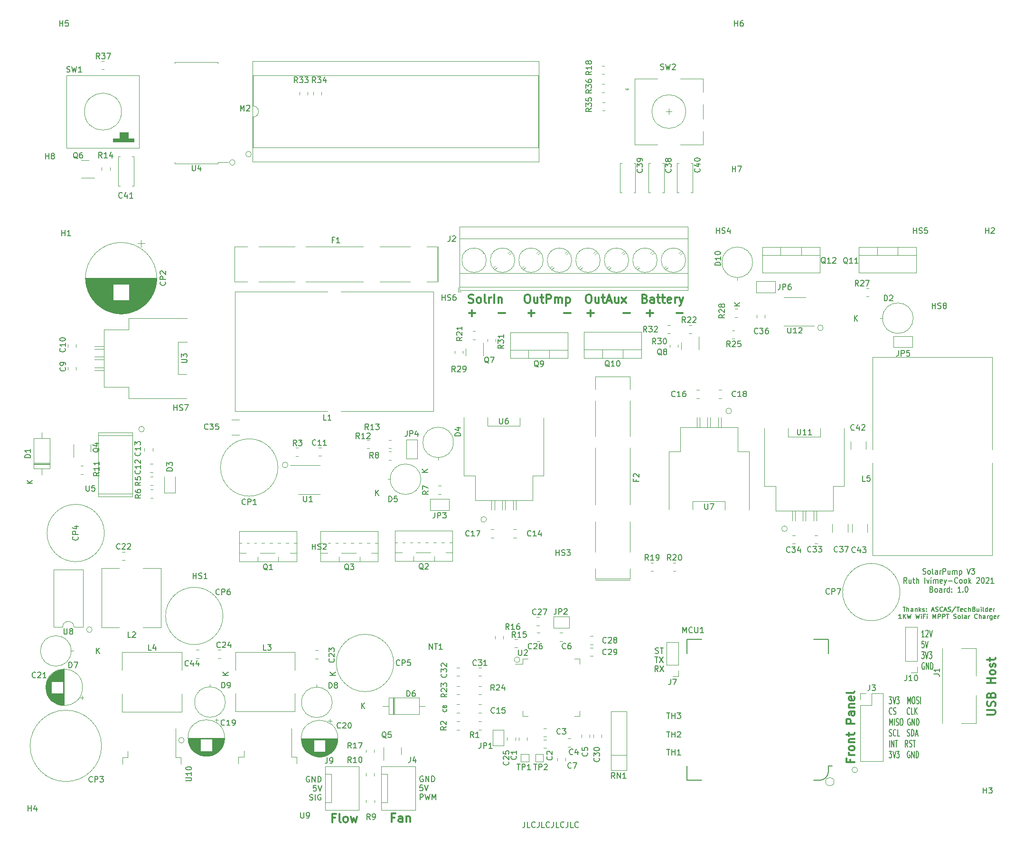
<source format=gto>
%TF.GenerationSoftware,KiCad,Pcbnew,(5.99.0-13134-g7fd669b6a8-dirty)*%
%TF.CreationDate,2021-11-08T01:58:15+00:00*%
%TF.ProjectId,solarpump,736f6c61-7270-4756-9d70-2e6b69636164,1.0*%
%TF.SameCoordinates,Original*%
%TF.FileFunction,Legend,Top*%
%TF.FilePolarity,Positive*%
%FSLAX46Y46*%
G04 Gerber Fmt 4.6, Leading zero omitted, Abs format (unit mm)*
G04 Created by KiCad (PCBNEW (5.99.0-13134-g7fd669b6a8-dirty)) date 2021-11-08 01:58:15*
%MOMM*%
%LPD*%
G01*
G04 APERTURE LIST*
%ADD10C,0.150000*%
%ADD11C,0.175000*%
%ADD12C,0.120000*%
%ADD13C,0.200000*%
%ADD14C,0.300000*%
%ADD15C,0.060000*%
G04 APERTURE END LIST*
D10*
X211584523Y-117992904D02*
X212041666Y-117992904D01*
X211813095Y-118792904D02*
X211813095Y-117992904D01*
X212308333Y-118792904D02*
X212308333Y-117992904D01*
X212651190Y-118792904D02*
X212651190Y-118373857D01*
X212613095Y-118297666D01*
X212536904Y-118259571D01*
X212422619Y-118259571D01*
X212346428Y-118297666D01*
X212308333Y-118335761D01*
X213375000Y-118792904D02*
X213375000Y-118373857D01*
X213336904Y-118297666D01*
X213260714Y-118259571D01*
X213108333Y-118259571D01*
X213032142Y-118297666D01*
X213375000Y-118754809D02*
X213298809Y-118792904D01*
X213108333Y-118792904D01*
X213032142Y-118754809D01*
X212994047Y-118678619D01*
X212994047Y-118602428D01*
X213032142Y-118526238D01*
X213108333Y-118488142D01*
X213298809Y-118488142D01*
X213375000Y-118450047D01*
X213755952Y-118259571D02*
X213755952Y-118792904D01*
X213755952Y-118335761D02*
X213794047Y-118297666D01*
X213870238Y-118259571D01*
X213984523Y-118259571D01*
X214060714Y-118297666D01*
X214098809Y-118373857D01*
X214098809Y-118792904D01*
X214479761Y-118792904D02*
X214479761Y-117992904D01*
X214555952Y-118488142D02*
X214784523Y-118792904D01*
X214784523Y-118259571D02*
X214479761Y-118564333D01*
X215089285Y-118754809D02*
X215165476Y-118792904D01*
X215317857Y-118792904D01*
X215394047Y-118754809D01*
X215432142Y-118678619D01*
X215432142Y-118640523D01*
X215394047Y-118564333D01*
X215317857Y-118526238D01*
X215203571Y-118526238D01*
X215127380Y-118488142D01*
X215089285Y-118411952D01*
X215089285Y-118373857D01*
X215127380Y-118297666D01*
X215203571Y-118259571D01*
X215317857Y-118259571D01*
X215394047Y-118297666D01*
X215775000Y-118716714D02*
X215813095Y-118754809D01*
X215775000Y-118792904D01*
X215736904Y-118754809D01*
X215775000Y-118716714D01*
X215775000Y-118792904D01*
X215775000Y-118297666D02*
X215813095Y-118335761D01*
X215775000Y-118373857D01*
X215736904Y-118335761D01*
X215775000Y-118297666D01*
X215775000Y-118373857D01*
X216727380Y-118564333D02*
X217108333Y-118564333D01*
X216651190Y-118792904D02*
X216917857Y-117992904D01*
X217184523Y-118792904D01*
X217413095Y-118754809D02*
X217527380Y-118792904D01*
X217717857Y-118792904D01*
X217794047Y-118754809D01*
X217832142Y-118716714D01*
X217870238Y-118640523D01*
X217870238Y-118564333D01*
X217832142Y-118488142D01*
X217794047Y-118450047D01*
X217717857Y-118411952D01*
X217565476Y-118373857D01*
X217489285Y-118335761D01*
X217451190Y-118297666D01*
X217413095Y-118221476D01*
X217413095Y-118145285D01*
X217451190Y-118069095D01*
X217489285Y-118031000D01*
X217565476Y-117992904D01*
X217755952Y-117992904D01*
X217870238Y-118031000D01*
X218670238Y-118716714D02*
X218632142Y-118754809D01*
X218517857Y-118792904D01*
X218441666Y-118792904D01*
X218327380Y-118754809D01*
X218251190Y-118678619D01*
X218213095Y-118602428D01*
X218175000Y-118450047D01*
X218175000Y-118335761D01*
X218213095Y-118183380D01*
X218251190Y-118107190D01*
X218327380Y-118031000D01*
X218441666Y-117992904D01*
X218517857Y-117992904D01*
X218632142Y-118031000D01*
X218670238Y-118069095D01*
X218975000Y-118564333D02*
X219355952Y-118564333D01*
X218898809Y-118792904D02*
X219165476Y-117992904D01*
X219432142Y-118792904D01*
X219660714Y-118754809D02*
X219775000Y-118792904D01*
X219965476Y-118792904D01*
X220041666Y-118754809D01*
X220079761Y-118716714D01*
X220117857Y-118640523D01*
X220117857Y-118564333D01*
X220079761Y-118488142D01*
X220041666Y-118450047D01*
X219965476Y-118411952D01*
X219813095Y-118373857D01*
X219736904Y-118335761D01*
X219698809Y-118297666D01*
X219660714Y-118221476D01*
X219660714Y-118145285D01*
X219698809Y-118069095D01*
X219736904Y-118031000D01*
X219813095Y-117992904D01*
X220003571Y-117992904D01*
X220117857Y-118031000D01*
X221032142Y-117954809D02*
X220346428Y-118983380D01*
X221184523Y-117992904D02*
X221641666Y-117992904D01*
X221413095Y-118792904D02*
X221413095Y-117992904D01*
X222213095Y-118754809D02*
X222136904Y-118792904D01*
X221984523Y-118792904D01*
X221908333Y-118754809D01*
X221870238Y-118678619D01*
X221870238Y-118373857D01*
X221908333Y-118297666D01*
X221984523Y-118259571D01*
X222136904Y-118259571D01*
X222213095Y-118297666D01*
X222251190Y-118373857D01*
X222251190Y-118450047D01*
X221870238Y-118526238D01*
X222936904Y-118754809D02*
X222860714Y-118792904D01*
X222708333Y-118792904D01*
X222632142Y-118754809D01*
X222594047Y-118716714D01*
X222555952Y-118640523D01*
X222555952Y-118411952D01*
X222594047Y-118335761D01*
X222632142Y-118297666D01*
X222708333Y-118259571D01*
X222860714Y-118259571D01*
X222936904Y-118297666D01*
X223279761Y-118792904D02*
X223279761Y-117992904D01*
X223622619Y-118792904D02*
X223622619Y-118373857D01*
X223584523Y-118297666D01*
X223508333Y-118259571D01*
X223394047Y-118259571D01*
X223317857Y-118297666D01*
X223279761Y-118335761D01*
X224270238Y-118373857D02*
X224384523Y-118411952D01*
X224422619Y-118450047D01*
X224460714Y-118526238D01*
X224460714Y-118640523D01*
X224422619Y-118716714D01*
X224384523Y-118754809D01*
X224308333Y-118792904D01*
X224003571Y-118792904D01*
X224003571Y-117992904D01*
X224270238Y-117992904D01*
X224346428Y-118031000D01*
X224384523Y-118069095D01*
X224422619Y-118145285D01*
X224422619Y-118221476D01*
X224384523Y-118297666D01*
X224346428Y-118335761D01*
X224270238Y-118373857D01*
X224003571Y-118373857D01*
X225146428Y-118259571D02*
X225146428Y-118792904D01*
X224803571Y-118259571D02*
X224803571Y-118678619D01*
X224841666Y-118754809D01*
X224917857Y-118792904D01*
X225032142Y-118792904D01*
X225108333Y-118754809D01*
X225146428Y-118716714D01*
X225527380Y-118792904D02*
X225527380Y-118259571D01*
X225527380Y-117992904D02*
X225489285Y-118031000D01*
X225527380Y-118069095D01*
X225565476Y-118031000D01*
X225527380Y-117992904D01*
X225527380Y-118069095D01*
X226022619Y-118792904D02*
X225946428Y-118754809D01*
X225908333Y-118678619D01*
X225908333Y-117992904D01*
X226670238Y-118792904D02*
X226670238Y-117992904D01*
X226670238Y-118754809D02*
X226594047Y-118792904D01*
X226441666Y-118792904D01*
X226365476Y-118754809D01*
X226327380Y-118716714D01*
X226289285Y-118640523D01*
X226289285Y-118411952D01*
X226327380Y-118335761D01*
X226365476Y-118297666D01*
X226441666Y-118259571D01*
X226594047Y-118259571D01*
X226670238Y-118297666D01*
X227355952Y-118754809D02*
X227279761Y-118792904D01*
X227127380Y-118792904D01*
X227051190Y-118754809D01*
X227013095Y-118678619D01*
X227013095Y-118373857D01*
X227051190Y-118297666D01*
X227127380Y-118259571D01*
X227279761Y-118259571D01*
X227355952Y-118297666D01*
X227394047Y-118373857D01*
X227394047Y-118450047D01*
X227013095Y-118526238D01*
X227736904Y-118792904D02*
X227736904Y-118259571D01*
X227736904Y-118411952D02*
X227775000Y-118335761D01*
X227813095Y-118297666D01*
X227889285Y-118259571D01*
X227965476Y-118259571D01*
X211298809Y-120080904D02*
X210841666Y-120080904D01*
X211070238Y-120080904D02*
X211070238Y-119280904D01*
X210994047Y-119395190D01*
X210917857Y-119471380D01*
X210841666Y-119509476D01*
X211641666Y-120080904D02*
X211641666Y-119280904D01*
X212098809Y-120080904D02*
X211755952Y-119623761D01*
X212098809Y-119280904D02*
X211641666Y-119738047D01*
X212365476Y-119280904D02*
X212555952Y-120080904D01*
X212708333Y-119509476D01*
X212860714Y-120080904D01*
X213051190Y-119280904D01*
X213889285Y-119280904D02*
X214079761Y-120080904D01*
X214232142Y-119509476D01*
X214384523Y-120080904D01*
X214575000Y-119280904D01*
X214879761Y-120080904D02*
X214879761Y-119547571D01*
X214879761Y-119280904D02*
X214841666Y-119319000D01*
X214879761Y-119357095D01*
X214917857Y-119319000D01*
X214879761Y-119280904D01*
X214879761Y-119357095D01*
X215527380Y-119661857D02*
X215260714Y-119661857D01*
X215260714Y-120080904D02*
X215260714Y-119280904D01*
X215641666Y-119280904D01*
X215946428Y-120080904D02*
X215946428Y-119547571D01*
X215946428Y-119280904D02*
X215908333Y-119319000D01*
X215946428Y-119357095D01*
X215984523Y-119319000D01*
X215946428Y-119280904D01*
X215946428Y-119357095D01*
X216936904Y-120080904D02*
X216936904Y-119280904D01*
X217203571Y-119852333D01*
X217470238Y-119280904D01*
X217470238Y-120080904D01*
X217851190Y-120080904D02*
X217851190Y-119280904D01*
X218155952Y-119280904D01*
X218232142Y-119319000D01*
X218270238Y-119357095D01*
X218308333Y-119433285D01*
X218308333Y-119547571D01*
X218270238Y-119623761D01*
X218232142Y-119661857D01*
X218155952Y-119699952D01*
X217851190Y-119699952D01*
X218651190Y-120080904D02*
X218651190Y-119280904D01*
X218955952Y-119280904D01*
X219032142Y-119319000D01*
X219070238Y-119357095D01*
X219108333Y-119433285D01*
X219108333Y-119547571D01*
X219070238Y-119623761D01*
X219032142Y-119661857D01*
X218955952Y-119699952D01*
X218651190Y-119699952D01*
X219336904Y-119280904D02*
X219794047Y-119280904D01*
X219565476Y-120080904D02*
X219565476Y-119280904D01*
X220632142Y-120042809D02*
X220746428Y-120080904D01*
X220936904Y-120080904D01*
X221013095Y-120042809D01*
X221051190Y-120004714D01*
X221089285Y-119928523D01*
X221089285Y-119852333D01*
X221051190Y-119776142D01*
X221013095Y-119738047D01*
X220936904Y-119699952D01*
X220784523Y-119661857D01*
X220708333Y-119623761D01*
X220670238Y-119585666D01*
X220632142Y-119509476D01*
X220632142Y-119433285D01*
X220670238Y-119357095D01*
X220708333Y-119319000D01*
X220784523Y-119280904D01*
X220975000Y-119280904D01*
X221089285Y-119319000D01*
X221546428Y-120080904D02*
X221470238Y-120042809D01*
X221432142Y-120004714D01*
X221394047Y-119928523D01*
X221394047Y-119699952D01*
X221432142Y-119623761D01*
X221470238Y-119585666D01*
X221546428Y-119547571D01*
X221660714Y-119547571D01*
X221736904Y-119585666D01*
X221775000Y-119623761D01*
X221813095Y-119699952D01*
X221813095Y-119928523D01*
X221775000Y-120004714D01*
X221736904Y-120042809D01*
X221660714Y-120080904D01*
X221546428Y-120080904D01*
X222270238Y-120080904D02*
X222194047Y-120042809D01*
X222155952Y-119966619D01*
X222155952Y-119280904D01*
X222917857Y-120080904D02*
X222917857Y-119661857D01*
X222879761Y-119585666D01*
X222803571Y-119547571D01*
X222651190Y-119547571D01*
X222575000Y-119585666D01*
X222917857Y-120042809D02*
X222841666Y-120080904D01*
X222651190Y-120080904D01*
X222575000Y-120042809D01*
X222536904Y-119966619D01*
X222536904Y-119890428D01*
X222575000Y-119814238D01*
X222651190Y-119776142D01*
X222841666Y-119776142D01*
X222917857Y-119738047D01*
X223298809Y-120080904D02*
X223298809Y-119547571D01*
X223298809Y-119699952D02*
X223336904Y-119623761D01*
X223375000Y-119585666D01*
X223451190Y-119547571D01*
X223527380Y-119547571D01*
X224860714Y-120004714D02*
X224822619Y-120042809D01*
X224708333Y-120080904D01*
X224632142Y-120080904D01*
X224517857Y-120042809D01*
X224441666Y-119966619D01*
X224403571Y-119890428D01*
X224365476Y-119738047D01*
X224365476Y-119623761D01*
X224403571Y-119471380D01*
X224441666Y-119395190D01*
X224517857Y-119319000D01*
X224632142Y-119280904D01*
X224708333Y-119280904D01*
X224822619Y-119319000D01*
X224860714Y-119357095D01*
X225203571Y-120080904D02*
X225203571Y-119280904D01*
X225546428Y-120080904D02*
X225546428Y-119661857D01*
X225508333Y-119585666D01*
X225432142Y-119547571D01*
X225317857Y-119547571D01*
X225241666Y-119585666D01*
X225203571Y-119623761D01*
X226270238Y-120080904D02*
X226270238Y-119661857D01*
X226232142Y-119585666D01*
X226155952Y-119547571D01*
X226003571Y-119547571D01*
X225927380Y-119585666D01*
X226270238Y-120042809D02*
X226194047Y-120080904D01*
X226003571Y-120080904D01*
X225927380Y-120042809D01*
X225889285Y-119966619D01*
X225889285Y-119890428D01*
X225927380Y-119814238D01*
X226003571Y-119776142D01*
X226194047Y-119776142D01*
X226270238Y-119738047D01*
X226651190Y-120080904D02*
X226651190Y-119547571D01*
X226651190Y-119699952D02*
X226689285Y-119623761D01*
X226727380Y-119585666D01*
X226803571Y-119547571D01*
X226879761Y-119547571D01*
X227489285Y-119547571D02*
X227489285Y-120195190D01*
X227451190Y-120271380D01*
X227413095Y-120309476D01*
X227336904Y-120347571D01*
X227222619Y-120347571D01*
X227146428Y-120309476D01*
X227489285Y-120042809D02*
X227413095Y-120080904D01*
X227260714Y-120080904D01*
X227184523Y-120042809D01*
X227146428Y-120004714D01*
X227108333Y-119928523D01*
X227108333Y-119699952D01*
X227146428Y-119623761D01*
X227184523Y-119585666D01*
X227260714Y-119547571D01*
X227413095Y-119547571D01*
X227489285Y-119585666D01*
X228175000Y-120042809D02*
X228098809Y-120080904D01*
X227946428Y-120080904D01*
X227870238Y-120042809D01*
X227832142Y-119966619D01*
X227832142Y-119661857D01*
X227870238Y-119585666D01*
X227946428Y-119547571D01*
X228098809Y-119547571D01*
X228175000Y-119585666D01*
X228213095Y-119661857D01*
X228213095Y-119738047D01*
X227832142Y-119814238D01*
X228555952Y-120080904D02*
X228555952Y-119547571D01*
X228555952Y-119699952D02*
X228594047Y-119623761D01*
X228632142Y-119585666D01*
X228708333Y-119547571D01*
X228784523Y-119547571D01*
D11*
X215385178Y-123344857D02*
X214956607Y-123344857D01*
X215170892Y-123344857D02*
X215170892Y-122144857D01*
X215099464Y-122316285D01*
X215028035Y-122430571D01*
X214956607Y-122487714D01*
X215670892Y-122259142D02*
X215706607Y-122202000D01*
X215778035Y-122144857D01*
X215956607Y-122144857D01*
X216028035Y-122202000D01*
X216063750Y-122259142D01*
X216099464Y-122373428D01*
X216099464Y-122487714D01*
X216063750Y-122659142D01*
X215635178Y-123344857D01*
X216099464Y-123344857D01*
X216313750Y-122144857D02*
X216563750Y-123344857D01*
X216813750Y-122144857D01*
X215349464Y-124076857D02*
X214992321Y-124076857D01*
X214956607Y-124648285D01*
X214992321Y-124591142D01*
X215063750Y-124534000D01*
X215242321Y-124534000D01*
X215313750Y-124591142D01*
X215349464Y-124648285D01*
X215385178Y-124762571D01*
X215385178Y-125048285D01*
X215349464Y-125162571D01*
X215313750Y-125219714D01*
X215242321Y-125276857D01*
X215063750Y-125276857D01*
X214992321Y-125219714D01*
X214956607Y-125162571D01*
X215599464Y-124076857D02*
X215849464Y-125276857D01*
X216099464Y-124076857D01*
X214920892Y-126008857D02*
X215385178Y-126008857D01*
X215135178Y-126466000D01*
X215242321Y-126466000D01*
X215313750Y-126523142D01*
X215349464Y-126580285D01*
X215385178Y-126694571D01*
X215385178Y-126980285D01*
X215349464Y-127094571D01*
X215313750Y-127151714D01*
X215242321Y-127208857D01*
X215028035Y-127208857D01*
X214956607Y-127151714D01*
X214920892Y-127094571D01*
X215599464Y-126008857D02*
X215849464Y-127208857D01*
X216099464Y-126008857D01*
X216278035Y-126008857D02*
X216742321Y-126008857D01*
X216492321Y-126466000D01*
X216599464Y-126466000D01*
X216670892Y-126523142D01*
X216706607Y-126580285D01*
X216742321Y-126694571D01*
X216742321Y-126980285D01*
X216706607Y-127094571D01*
X216670892Y-127151714D01*
X216599464Y-127208857D01*
X216385178Y-127208857D01*
X216313750Y-127151714D01*
X216278035Y-127094571D01*
X215385178Y-127998000D02*
X215313750Y-127940857D01*
X215206607Y-127940857D01*
X215099464Y-127998000D01*
X215028035Y-128112285D01*
X214992321Y-128226571D01*
X214956607Y-128455142D01*
X214956607Y-128626571D01*
X214992321Y-128855142D01*
X215028035Y-128969428D01*
X215099464Y-129083714D01*
X215206607Y-129140857D01*
X215278035Y-129140857D01*
X215385178Y-129083714D01*
X215420892Y-129026571D01*
X215420892Y-128626571D01*
X215278035Y-128626571D01*
X215742321Y-129140857D02*
X215742321Y-127940857D01*
X216170892Y-129140857D01*
X216170892Y-127940857D01*
X216528035Y-129140857D02*
X216528035Y-127940857D01*
X216706607Y-127940857D01*
X216813750Y-127998000D01*
X216885178Y-128112285D01*
X216920892Y-128226571D01*
X216956607Y-128455142D01*
X216956607Y-128626571D01*
X216920892Y-128855142D01*
X216885178Y-128969428D01*
X216813750Y-129083714D01*
X216706607Y-129140857D01*
X216528035Y-129140857D01*
D12*
X137321523Y-102372311D02*
G75*
G03*
X137321523Y-102372311I-500000J0D01*
G01*
X199300000Y-149200000D02*
G75*
G03*
X199300000Y-149200000I-750000J0D01*
G01*
X190971523Y-104022311D02*
G75*
G03*
X190971523Y-104022311I-500000J0D01*
G01*
X101900000Y-92650000D02*
G75*
G03*
X101900000Y-92650000I-500000J0D01*
G01*
X197371523Y-68172311D02*
G75*
G03*
X197371523Y-68172311I-500000J0D01*
G01*
X95371523Y-37172311D02*
G75*
G03*
X95371523Y-37172311I-500000J0D01*
G01*
X92500000Y-38650000D02*
G75*
G03*
X92500000Y-38650000I-500000J0D01*
G01*
X143271523Y-127422311D02*
G75*
G03*
X143271523Y-127422311I-500000J0D01*
G01*
X67000000Y-122050000D02*
G75*
G03*
X67000000Y-122050000I-500000J0D01*
G01*
X76300000Y-86250000D02*
G75*
G03*
X76300000Y-86250000I-500000J0D01*
G01*
X181021523Y-83022311D02*
G75*
G03*
X181021523Y-83022311I-500000J0D01*
G01*
X203500000Y-147100000D02*
G75*
G03*
X203500000Y-147100000I-500000J0D01*
G01*
X83400000Y-141800000D02*
G75*
G03*
X83400000Y-141800000I-500000J0D01*
G01*
D13*
X167433333Y-126244761D02*
X167576190Y-126292380D01*
X167814285Y-126292380D01*
X167909523Y-126244761D01*
X167957142Y-126197142D01*
X168004761Y-126101904D01*
X168004761Y-126006666D01*
X167957142Y-125911428D01*
X167909523Y-125863809D01*
X167814285Y-125816190D01*
X167623809Y-125768571D01*
X167528571Y-125720952D01*
X167480952Y-125673333D01*
X167433333Y-125578095D01*
X167433333Y-125482857D01*
X167480952Y-125387619D01*
X167528571Y-125340000D01*
X167623809Y-125292380D01*
X167861904Y-125292380D01*
X168004761Y-125340000D01*
X168290476Y-125292380D02*
X168861904Y-125292380D01*
X168576190Y-126292380D02*
X168576190Y-125292380D01*
X167338095Y-126902380D02*
X167909523Y-126902380D01*
X167623809Y-127902380D02*
X167623809Y-126902380D01*
X168147619Y-126902380D02*
X168814285Y-127902380D01*
X168814285Y-126902380D02*
X168147619Y-127902380D01*
X167933333Y-129512380D02*
X167600000Y-129036190D01*
X167361904Y-129512380D02*
X167361904Y-128512380D01*
X167742857Y-128512380D01*
X167838095Y-128560000D01*
X167885714Y-128607619D01*
X167933333Y-128702857D01*
X167933333Y-128845714D01*
X167885714Y-128940952D01*
X167838095Y-128988571D01*
X167742857Y-129036190D01*
X167361904Y-129036190D01*
X168266666Y-128512380D02*
X168933333Y-129512380D01*
X168933333Y-128512380D02*
X168266666Y-129512380D01*
D11*
X209120892Y-134062857D02*
X209585178Y-134062857D01*
X209335178Y-134520000D01*
X209442321Y-134520000D01*
X209513750Y-134577142D01*
X209549464Y-134634285D01*
X209585178Y-134748571D01*
X209585178Y-135034285D01*
X209549464Y-135148571D01*
X209513750Y-135205714D01*
X209442321Y-135262857D01*
X209228035Y-135262857D01*
X209156607Y-135205714D01*
X209120892Y-135148571D01*
X209799464Y-134062857D02*
X210049464Y-135262857D01*
X210299464Y-134062857D01*
X210478035Y-134062857D02*
X210942321Y-134062857D01*
X210692321Y-134520000D01*
X210799464Y-134520000D01*
X210870892Y-134577142D01*
X210906607Y-134634285D01*
X210942321Y-134748571D01*
X210942321Y-135034285D01*
X210906607Y-135148571D01*
X210870892Y-135205714D01*
X210799464Y-135262857D01*
X210585178Y-135262857D01*
X210513750Y-135205714D01*
X210478035Y-135148571D01*
X212406607Y-135262857D02*
X212406607Y-134062857D01*
X212656607Y-134920000D01*
X212906607Y-134062857D01*
X212906607Y-135262857D01*
X213406607Y-134062857D02*
X213549464Y-134062857D01*
X213620892Y-134120000D01*
X213692321Y-134234285D01*
X213728035Y-134462857D01*
X213728035Y-134862857D01*
X213692321Y-135091428D01*
X213620892Y-135205714D01*
X213549464Y-135262857D01*
X213406607Y-135262857D01*
X213335178Y-135205714D01*
X213263750Y-135091428D01*
X213228035Y-134862857D01*
X213228035Y-134462857D01*
X213263750Y-134234285D01*
X213335178Y-134120000D01*
X213406607Y-134062857D01*
X214013750Y-135205714D02*
X214120892Y-135262857D01*
X214299464Y-135262857D01*
X214370892Y-135205714D01*
X214406607Y-135148571D01*
X214442321Y-135034285D01*
X214442321Y-134920000D01*
X214406607Y-134805714D01*
X214370892Y-134748571D01*
X214299464Y-134691428D01*
X214156607Y-134634285D01*
X214085178Y-134577142D01*
X214049464Y-134520000D01*
X214013750Y-134405714D01*
X214013750Y-134291428D01*
X214049464Y-134177142D01*
X214085178Y-134120000D01*
X214156607Y-134062857D01*
X214335178Y-134062857D01*
X214442321Y-134120000D01*
X214763750Y-135262857D02*
X214763750Y-134062857D01*
X209620892Y-137080571D02*
X209585178Y-137137714D01*
X209478035Y-137194857D01*
X209406607Y-137194857D01*
X209299464Y-137137714D01*
X209228035Y-137023428D01*
X209192321Y-136909142D01*
X209156607Y-136680571D01*
X209156607Y-136509142D01*
X209192321Y-136280571D01*
X209228035Y-136166285D01*
X209299464Y-136052000D01*
X209406607Y-135994857D01*
X209478035Y-135994857D01*
X209585178Y-136052000D01*
X209620892Y-136109142D01*
X209906607Y-137137714D02*
X210013750Y-137194857D01*
X210192321Y-137194857D01*
X210263750Y-137137714D01*
X210299464Y-137080571D01*
X210335178Y-136966285D01*
X210335178Y-136852000D01*
X210299464Y-136737714D01*
X210263750Y-136680571D01*
X210192321Y-136623428D01*
X210049464Y-136566285D01*
X209978035Y-136509142D01*
X209942321Y-136452000D01*
X209906607Y-136337714D01*
X209906607Y-136223428D01*
X209942321Y-136109142D01*
X209978035Y-136052000D01*
X210049464Y-135994857D01*
X210228035Y-135994857D01*
X210335178Y-136052000D01*
X212799464Y-137080571D02*
X212763750Y-137137714D01*
X212656607Y-137194857D01*
X212585178Y-137194857D01*
X212478035Y-137137714D01*
X212406607Y-137023428D01*
X212370892Y-136909142D01*
X212335178Y-136680571D01*
X212335178Y-136509142D01*
X212370892Y-136280571D01*
X212406607Y-136166285D01*
X212478035Y-136052000D01*
X212585178Y-135994857D01*
X212656607Y-135994857D01*
X212763750Y-136052000D01*
X212799464Y-136109142D01*
X213478035Y-137194857D02*
X213120892Y-137194857D01*
X213120892Y-135994857D01*
X213728035Y-137194857D02*
X213728035Y-135994857D01*
X214156607Y-137194857D02*
X213835178Y-136509142D01*
X214156607Y-135994857D02*
X213728035Y-136680571D01*
X209192321Y-139126857D02*
X209192321Y-137926857D01*
X209442321Y-138784000D01*
X209692321Y-137926857D01*
X209692321Y-139126857D01*
X210049464Y-139126857D02*
X210049464Y-137926857D01*
X210370892Y-139069714D02*
X210478035Y-139126857D01*
X210656607Y-139126857D01*
X210728035Y-139069714D01*
X210763750Y-139012571D01*
X210799464Y-138898285D01*
X210799464Y-138784000D01*
X210763750Y-138669714D01*
X210728035Y-138612571D01*
X210656607Y-138555428D01*
X210513750Y-138498285D01*
X210442321Y-138441142D01*
X210406607Y-138384000D01*
X210370892Y-138269714D01*
X210370892Y-138155428D01*
X210406607Y-138041142D01*
X210442321Y-137984000D01*
X210513750Y-137926857D01*
X210692321Y-137926857D01*
X210799464Y-137984000D01*
X211263750Y-137926857D02*
X211406607Y-137926857D01*
X211478035Y-137984000D01*
X211549464Y-138098285D01*
X211585178Y-138326857D01*
X211585178Y-138726857D01*
X211549464Y-138955428D01*
X211478035Y-139069714D01*
X211406607Y-139126857D01*
X211263750Y-139126857D01*
X211192321Y-139069714D01*
X211120892Y-138955428D01*
X211085178Y-138726857D01*
X211085178Y-138326857D01*
X211120892Y-138098285D01*
X211192321Y-137984000D01*
X211263750Y-137926857D01*
X212870892Y-137984000D02*
X212799464Y-137926857D01*
X212692321Y-137926857D01*
X212585178Y-137984000D01*
X212513750Y-138098285D01*
X212478035Y-138212571D01*
X212442321Y-138441142D01*
X212442321Y-138612571D01*
X212478035Y-138841142D01*
X212513750Y-138955428D01*
X212585178Y-139069714D01*
X212692321Y-139126857D01*
X212763750Y-139126857D01*
X212870892Y-139069714D01*
X212906607Y-139012571D01*
X212906607Y-138612571D01*
X212763750Y-138612571D01*
X213228035Y-139126857D02*
X213228035Y-137926857D01*
X213656607Y-139126857D01*
X213656607Y-137926857D01*
X214013750Y-139126857D02*
X214013750Y-137926857D01*
X214192321Y-137926857D01*
X214299464Y-137984000D01*
X214370892Y-138098285D01*
X214406607Y-138212571D01*
X214442321Y-138441142D01*
X214442321Y-138612571D01*
X214406607Y-138841142D01*
X214370892Y-138955428D01*
X214299464Y-139069714D01*
X214192321Y-139126857D01*
X214013750Y-139126857D01*
X209156607Y-141001714D02*
X209263750Y-141058857D01*
X209442321Y-141058857D01*
X209513750Y-141001714D01*
X209549464Y-140944571D01*
X209585178Y-140830285D01*
X209585178Y-140716000D01*
X209549464Y-140601714D01*
X209513750Y-140544571D01*
X209442321Y-140487428D01*
X209299464Y-140430285D01*
X209228035Y-140373142D01*
X209192321Y-140316000D01*
X209156607Y-140201714D01*
X209156607Y-140087428D01*
X209192321Y-139973142D01*
X209228035Y-139916000D01*
X209299464Y-139858857D01*
X209478035Y-139858857D01*
X209585178Y-139916000D01*
X210335178Y-140944571D02*
X210299464Y-141001714D01*
X210192321Y-141058857D01*
X210120892Y-141058857D01*
X210013750Y-141001714D01*
X209942321Y-140887428D01*
X209906607Y-140773142D01*
X209870892Y-140544571D01*
X209870892Y-140373142D01*
X209906607Y-140144571D01*
X209942321Y-140030285D01*
X210013750Y-139916000D01*
X210120892Y-139858857D01*
X210192321Y-139858857D01*
X210299464Y-139916000D01*
X210335178Y-139973142D01*
X211013750Y-141058857D02*
X210656607Y-141058857D01*
X210656607Y-139858857D01*
X212370892Y-141001714D02*
X212478035Y-141058857D01*
X212656607Y-141058857D01*
X212728035Y-141001714D01*
X212763750Y-140944571D01*
X212799464Y-140830285D01*
X212799464Y-140716000D01*
X212763750Y-140601714D01*
X212728035Y-140544571D01*
X212656607Y-140487428D01*
X212513750Y-140430285D01*
X212442321Y-140373142D01*
X212406607Y-140316000D01*
X212370892Y-140201714D01*
X212370892Y-140087428D01*
X212406607Y-139973142D01*
X212442321Y-139916000D01*
X212513750Y-139858857D01*
X212692321Y-139858857D01*
X212799464Y-139916000D01*
X213120892Y-141058857D02*
X213120892Y-139858857D01*
X213299464Y-139858857D01*
X213406607Y-139916000D01*
X213478035Y-140030285D01*
X213513750Y-140144571D01*
X213549464Y-140373142D01*
X213549464Y-140544571D01*
X213513750Y-140773142D01*
X213478035Y-140887428D01*
X213406607Y-141001714D01*
X213299464Y-141058857D01*
X213120892Y-141058857D01*
X213835178Y-140716000D02*
X214192321Y-140716000D01*
X213763750Y-141058857D02*
X214013750Y-139858857D01*
X214263750Y-141058857D01*
X209192321Y-142990857D02*
X209192321Y-141790857D01*
X209549464Y-142990857D02*
X209549464Y-141790857D01*
X209978035Y-142990857D01*
X209978035Y-141790857D01*
X210228035Y-141790857D02*
X210656607Y-141790857D01*
X210442321Y-142990857D02*
X210442321Y-141790857D01*
X212478035Y-142990857D02*
X212228035Y-142419428D01*
X212049464Y-142990857D02*
X212049464Y-141790857D01*
X212335178Y-141790857D01*
X212406607Y-141848000D01*
X212442321Y-141905142D01*
X212478035Y-142019428D01*
X212478035Y-142190857D01*
X212442321Y-142305142D01*
X212406607Y-142362285D01*
X212335178Y-142419428D01*
X212049464Y-142419428D01*
X212763750Y-142933714D02*
X212870892Y-142990857D01*
X213049464Y-142990857D01*
X213120892Y-142933714D01*
X213156607Y-142876571D01*
X213192321Y-142762285D01*
X213192321Y-142648000D01*
X213156607Y-142533714D01*
X213120892Y-142476571D01*
X213049464Y-142419428D01*
X212906607Y-142362285D01*
X212835178Y-142305142D01*
X212799464Y-142248000D01*
X212763750Y-142133714D01*
X212763750Y-142019428D01*
X212799464Y-141905142D01*
X212835178Y-141848000D01*
X212906607Y-141790857D01*
X213085178Y-141790857D01*
X213192321Y-141848000D01*
X213406607Y-141790857D02*
X213835178Y-141790857D01*
X213620892Y-142990857D02*
X213620892Y-141790857D01*
X209120892Y-143722857D02*
X209585178Y-143722857D01*
X209335178Y-144180000D01*
X209442321Y-144180000D01*
X209513750Y-144237142D01*
X209549464Y-144294285D01*
X209585178Y-144408571D01*
X209585178Y-144694285D01*
X209549464Y-144808571D01*
X209513750Y-144865714D01*
X209442321Y-144922857D01*
X209228035Y-144922857D01*
X209156607Y-144865714D01*
X209120892Y-144808571D01*
X209799464Y-143722857D02*
X210049464Y-144922857D01*
X210299464Y-143722857D01*
X210478035Y-143722857D02*
X210942321Y-143722857D01*
X210692321Y-144180000D01*
X210799464Y-144180000D01*
X210870892Y-144237142D01*
X210906607Y-144294285D01*
X210942321Y-144408571D01*
X210942321Y-144694285D01*
X210906607Y-144808571D01*
X210870892Y-144865714D01*
X210799464Y-144922857D01*
X210585178Y-144922857D01*
X210513750Y-144865714D01*
X210478035Y-144808571D01*
X212799464Y-143780000D02*
X212728035Y-143722857D01*
X212620892Y-143722857D01*
X212513750Y-143780000D01*
X212442321Y-143894285D01*
X212406607Y-144008571D01*
X212370892Y-144237142D01*
X212370892Y-144408571D01*
X212406607Y-144637142D01*
X212442321Y-144751428D01*
X212513750Y-144865714D01*
X212620892Y-144922857D01*
X212692321Y-144922857D01*
X212799464Y-144865714D01*
X212835178Y-144808571D01*
X212835178Y-144408571D01*
X212692321Y-144408571D01*
X213156607Y-144922857D02*
X213156607Y-143722857D01*
X213585178Y-144922857D01*
X213585178Y-143722857D01*
X213942321Y-144922857D02*
X213942321Y-143722857D01*
X214120892Y-143722857D01*
X214228035Y-143780000D01*
X214299464Y-143894285D01*
X214335178Y-144008571D01*
X214370892Y-144237142D01*
X214370892Y-144408571D01*
X214335178Y-144637142D01*
X214299464Y-144751428D01*
X214228035Y-144865714D01*
X214120892Y-144922857D01*
X213942321Y-144922857D01*
D14*
X202192857Y-145250000D02*
X202192857Y-145750000D01*
X202978571Y-145750000D02*
X201478571Y-145750000D01*
X201478571Y-145035714D01*
X202978571Y-144464285D02*
X201978571Y-144464285D01*
X202264285Y-144464285D02*
X202121428Y-144392857D01*
X202050000Y-144321428D01*
X201978571Y-144178571D01*
X201978571Y-144035714D01*
X202978571Y-143321428D02*
X202907142Y-143464285D01*
X202835714Y-143535714D01*
X202692857Y-143607142D01*
X202264285Y-143607142D01*
X202121428Y-143535714D01*
X202050000Y-143464285D01*
X201978571Y-143321428D01*
X201978571Y-143107142D01*
X202050000Y-142964285D01*
X202121428Y-142892857D01*
X202264285Y-142821428D01*
X202692857Y-142821428D01*
X202835714Y-142892857D01*
X202907142Y-142964285D01*
X202978571Y-143107142D01*
X202978571Y-143321428D01*
X201978571Y-142178571D02*
X202978571Y-142178571D01*
X202121428Y-142178571D02*
X202050000Y-142107142D01*
X201978571Y-141964285D01*
X201978571Y-141750000D01*
X202050000Y-141607142D01*
X202192857Y-141535714D01*
X202978571Y-141535714D01*
X201978571Y-141035714D02*
X201978571Y-140464285D01*
X201478571Y-140821428D02*
X202764285Y-140821428D01*
X202907142Y-140750000D01*
X202978571Y-140607142D01*
X202978571Y-140464285D01*
X202978571Y-138821428D02*
X201478571Y-138821428D01*
X201478571Y-138250000D01*
X201550000Y-138107142D01*
X201621428Y-138035714D01*
X201764285Y-137964285D01*
X201978571Y-137964285D01*
X202121428Y-138035714D01*
X202192857Y-138107142D01*
X202264285Y-138250000D01*
X202264285Y-138821428D01*
X202978571Y-136678571D02*
X202192857Y-136678571D01*
X202050000Y-136750000D01*
X201978571Y-136892857D01*
X201978571Y-137178571D01*
X202050000Y-137321428D01*
X202907142Y-136678571D02*
X202978571Y-136821428D01*
X202978571Y-137178571D01*
X202907142Y-137321428D01*
X202764285Y-137392857D01*
X202621428Y-137392857D01*
X202478571Y-137321428D01*
X202407142Y-137178571D01*
X202407142Y-136821428D01*
X202335714Y-136678571D01*
X201978571Y-135964285D02*
X202978571Y-135964285D01*
X202121428Y-135964285D02*
X202050000Y-135892857D01*
X201978571Y-135750000D01*
X201978571Y-135535714D01*
X202050000Y-135392857D01*
X202192857Y-135321428D01*
X202978571Y-135321428D01*
X202907142Y-134035714D02*
X202978571Y-134178571D01*
X202978571Y-134464285D01*
X202907142Y-134607142D01*
X202764285Y-134678571D01*
X202192857Y-134678571D01*
X202050000Y-134607142D01*
X201978571Y-134464285D01*
X201978571Y-134178571D01*
X202050000Y-134035714D01*
X202192857Y-133964285D01*
X202335714Y-133964285D01*
X202478571Y-134678571D01*
X202978571Y-133107142D02*
X202907142Y-133250000D01*
X202764285Y-133321428D01*
X201478571Y-133321428D01*
D13*
X105734285Y-148290000D02*
X105639047Y-148242380D01*
X105496190Y-148242380D01*
X105353333Y-148290000D01*
X105258095Y-148385238D01*
X105210476Y-148480476D01*
X105162857Y-148670952D01*
X105162857Y-148813809D01*
X105210476Y-149004285D01*
X105258095Y-149099523D01*
X105353333Y-149194761D01*
X105496190Y-149242380D01*
X105591428Y-149242380D01*
X105734285Y-149194761D01*
X105781904Y-149147142D01*
X105781904Y-148813809D01*
X105591428Y-148813809D01*
X106210476Y-149242380D02*
X106210476Y-148242380D01*
X106781904Y-149242380D01*
X106781904Y-148242380D01*
X107258095Y-149242380D02*
X107258095Y-148242380D01*
X107496190Y-148242380D01*
X107639047Y-148290000D01*
X107734285Y-148385238D01*
X107781904Y-148480476D01*
X107829523Y-148670952D01*
X107829523Y-148813809D01*
X107781904Y-149004285D01*
X107734285Y-149099523D01*
X107639047Y-149194761D01*
X107496190Y-149242380D01*
X107258095Y-149242380D01*
X106924761Y-149852380D02*
X106448571Y-149852380D01*
X106400952Y-150328571D01*
X106448571Y-150280952D01*
X106543809Y-150233333D01*
X106781904Y-150233333D01*
X106877142Y-150280952D01*
X106924761Y-150328571D01*
X106972380Y-150423809D01*
X106972380Y-150661904D01*
X106924761Y-150757142D01*
X106877142Y-150804761D01*
X106781904Y-150852380D01*
X106543809Y-150852380D01*
X106448571Y-150804761D01*
X106400952Y-150757142D01*
X107258095Y-149852380D02*
X107591428Y-150852380D01*
X107924761Y-149852380D01*
X105781904Y-152414761D02*
X105924761Y-152462380D01*
X106162857Y-152462380D01*
X106258095Y-152414761D01*
X106305714Y-152367142D01*
X106353333Y-152271904D01*
X106353333Y-152176666D01*
X106305714Y-152081428D01*
X106258095Y-152033809D01*
X106162857Y-151986190D01*
X105972380Y-151938571D01*
X105877142Y-151890952D01*
X105829523Y-151843333D01*
X105781904Y-151748095D01*
X105781904Y-151652857D01*
X105829523Y-151557619D01*
X105877142Y-151510000D01*
X105972380Y-151462380D01*
X106210476Y-151462380D01*
X106353333Y-151510000D01*
X106781904Y-152462380D02*
X106781904Y-151462380D01*
X107781904Y-151510000D02*
X107686666Y-151462380D01*
X107543809Y-151462380D01*
X107400952Y-151510000D01*
X107305714Y-151605238D01*
X107258095Y-151700476D01*
X107210476Y-151890952D01*
X107210476Y-152033809D01*
X107258095Y-152224285D01*
X107305714Y-152319523D01*
X107400952Y-152414761D01*
X107543809Y-152462380D01*
X107639047Y-152462380D01*
X107781904Y-152414761D01*
X107829523Y-152367142D01*
X107829523Y-152033809D01*
X107639047Y-152033809D01*
D10*
X144130952Y-156352380D02*
X144130952Y-157066666D01*
X144083333Y-157209523D01*
X143988095Y-157304761D01*
X143845238Y-157352380D01*
X143750000Y-157352380D01*
X145083333Y-157352380D02*
X144607142Y-157352380D01*
X144607142Y-156352380D01*
X145988095Y-157257142D02*
X145940476Y-157304761D01*
X145797619Y-157352380D01*
X145702380Y-157352380D01*
X145559523Y-157304761D01*
X145464285Y-157209523D01*
X145416666Y-157114285D01*
X145369047Y-156923809D01*
X145369047Y-156780952D01*
X145416666Y-156590476D01*
X145464285Y-156495238D01*
X145559523Y-156400000D01*
X145702380Y-156352380D01*
X145797619Y-156352380D01*
X145940476Y-156400000D01*
X145988095Y-156447619D01*
X146702380Y-156352380D02*
X146702380Y-157066666D01*
X146654761Y-157209523D01*
X146559523Y-157304761D01*
X146416666Y-157352380D01*
X146321428Y-157352380D01*
X147654761Y-157352380D02*
X147178571Y-157352380D01*
X147178571Y-156352380D01*
X148559523Y-157257142D02*
X148511904Y-157304761D01*
X148369047Y-157352380D01*
X148273809Y-157352380D01*
X148130952Y-157304761D01*
X148035714Y-157209523D01*
X147988095Y-157114285D01*
X147940476Y-156923809D01*
X147940476Y-156780952D01*
X147988095Y-156590476D01*
X148035714Y-156495238D01*
X148130952Y-156400000D01*
X148273809Y-156352380D01*
X148369047Y-156352380D01*
X148511904Y-156400000D01*
X148559523Y-156447619D01*
X149273809Y-156352380D02*
X149273809Y-157066666D01*
X149226190Y-157209523D01*
X149130952Y-157304761D01*
X148988095Y-157352380D01*
X148892857Y-157352380D01*
X150226190Y-157352380D02*
X149750000Y-157352380D01*
X149750000Y-156352380D01*
X151130952Y-157257142D02*
X151083333Y-157304761D01*
X150940476Y-157352380D01*
X150845238Y-157352380D01*
X150702380Y-157304761D01*
X150607142Y-157209523D01*
X150559523Y-157114285D01*
X150511904Y-156923809D01*
X150511904Y-156780952D01*
X150559523Y-156590476D01*
X150607142Y-156495238D01*
X150702380Y-156400000D01*
X150845238Y-156352380D01*
X150940476Y-156352380D01*
X151083333Y-156400000D01*
X151130952Y-156447619D01*
X151845238Y-156352380D02*
X151845238Y-157066666D01*
X151797619Y-157209523D01*
X151702380Y-157304761D01*
X151559523Y-157352380D01*
X151464285Y-157352380D01*
X152797619Y-157352380D02*
X152321428Y-157352380D01*
X152321428Y-156352380D01*
X153702380Y-157257142D02*
X153654761Y-157304761D01*
X153511904Y-157352380D01*
X153416666Y-157352380D01*
X153273809Y-157304761D01*
X153178571Y-157209523D01*
X153130952Y-157114285D01*
X153083333Y-156923809D01*
X153083333Y-156780952D01*
X153130952Y-156590476D01*
X153178571Y-156495238D01*
X153273809Y-156400000D01*
X153416666Y-156352380D01*
X153511904Y-156352380D01*
X153654761Y-156400000D01*
X153702380Y-156447619D01*
D14*
X134142857Y-63649642D02*
X134357142Y-63721071D01*
X134714285Y-63721071D01*
X134857142Y-63649642D01*
X134928571Y-63578214D01*
X135000000Y-63435357D01*
X135000000Y-63292500D01*
X134928571Y-63149642D01*
X134857142Y-63078214D01*
X134714285Y-63006785D01*
X134428571Y-62935357D01*
X134285714Y-62863928D01*
X134214285Y-62792500D01*
X134142857Y-62649642D01*
X134142857Y-62506785D01*
X134214285Y-62363928D01*
X134285714Y-62292500D01*
X134428571Y-62221071D01*
X134785714Y-62221071D01*
X135000000Y-62292500D01*
X135857142Y-63721071D02*
X135714285Y-63649642D01*
X135642857Y-63578214D01*
X135571428Y-63435357D01*
X135571428Y-63006785D01*
X135642857Y-62863928D01*
X135714285Y-62792500D01*
X135857142Y-62721071D01*
X136071428Y-62721071D01*
X136214285Y-62792500D01*
X136285714Y-62863928D01*
X136357142Y-63006785D01*
X136357142Y-63435357D01*
X136285714Y-63578214D01*
X136214285Y-63649642D01*
X136071428Y-63721071D01*
X135857142Y-63721071D01*
X137214285Y-63721071D02*
X137071428Y-63649642D01*
X137000000Y-63506785D01*
X137000000Y-62221071D01*
X137785714Y-63721071D02*
X137785714Y-62721071D01*
X137785714Y-63006785D02*
X137857142Y-62863928D01*
X137928571Y-62792500D01*
X138071428Y-62721071D01*
X138214285Y-62721071D01*
X138714285Y-63721071D02*
X138714285Y-62221071D01*
X139428571Y-62721071D02*
X139428571Y-63721071D01*
X139428571Y-62863928D02*
X139500000Y-62792500D01*
X139642857Y-62721071D01*
X139857142Y-62721071D01*
X140000000Y-62792500D01*
X140071428Y-62935357D01*
X140071428Y-63721071D01*
X144500000Y-62221071D02*
X144785714Y-62221071D01*
X144928571Y-62292500D01*
X145071428Y-62435357D01*
X145142857Y-62721071D01*
X145142857Y-63221071D01*
X145071428Y-63506785D01*
X144928571Y-63649642D01*
X144785714Y-63721071D01*
X144500000Y-63721071D01*
X144357142Y-63649642D01*
X144214285Y-63506785D01*
X144142857Y-63221071D01*
X144142857Y-62721071D01*
X144214285Y-62435357D01*
X144357142Y-62292500D01*
X144500000Y-62221071D01*
X146428571Y-62721071D02*
X146428571Y-63721071D01*
X145785714Y-62721071D02*
X145785714Y-63506785D01*
X145857142Y-63649642D01*
X146000000Y-63721071D01*
X146214285Y-63721071D01*
X146357142Y-63649642D01*
X146428571Y-63578214D01*
X146928571Y-62721071D02*
X147500000Y-62721071D01*
X147142857Y-62221071D02*
X147142857Y-63506785D01*
X147214285Y-63649642D01*
X147357142Y-63721071D01*
X147500000Y-63721071D01*
X148000000Y-63721071D02*
X148000000Y-62221071D01*
X148571428Y-62221071D01*
X148714285Y-62292500D01*
X148785714Y-62363928D01*
X148857142Y-62506785D01*
X148857142Y-62721071D01*
X148785714Y-62863928D01*
X148714285Y-62935357D01*
X148571428Y-63006785D01*
X148000000Y-63006785D01*
X149500000Y-63721071D02*
X149500000Y-62721071D01*
X149500000Y-62863928D02*
X149571428Y-62792500D01*
X149714285Y-62721071D01*
X149928571Y-62721071D01*
X150071428Y-62792500D01*
X150142857Y-62935357D01*
X150142857Y-63721071D01*
X150142857Y-62935357D02*
X150214285Y-62792500D01*
X150357142Y-62721071D01*
X150571428Y-62721071D01*
X150714285Y-62792500D01*
X150785714Y-62935357D01*
X150785714Y-63721071D01*
X151500000Y-62721071D02*
X151500000Y-64221071D01*
X151500000Y-62792500D02*
X151642857Y-62721071D01*
X151928571Y-62721071D01*
X152071428Y-62792500D01*
X152142857Y-62863928D01*
X152214285Y-63006785D01*
X152214285Y-63435357D01*
X152142857Y-63578214D01*
X152071428Y-63649642D01*
X151928571Y-63721071D01*
X151642857Y-63721071D01*
X151500000Y-63649642D01*
X155428571Y-62221071D02*
X155714285Y-62221071D01*
X155857142Y-62292500D01*
X156000000Y-62435357D01*
X156071428Y-62721071D01*
X156071428Y-63221071D01*
X156000000Y-63506785D01*
X155857142Y-63649642D01*
X155714285Y-63721071D01*
X155428571Y-63721071D01*
X155285714Y-63649642D01*
X155142857Y-63506785D01*
X155071428Y-63221071D01*
X155071428Y-62721071D01*
X155142857Y-62435357D01*
X155285714Y-62292500D01*
X155428571Y-62221071D01*
X157357142Y-62721071D02*
X157357142Y-63721071D01*
X156714285Y-62721071D02*
X156714285Y-63506785D01*
X156785714Y-63649642D01*
X156928571Y-63721071D01*
X157142857Y-63721071D01*
X157285714Y-63649642D01*
X157357142Y-63578214D01*
X157857142Y-62721071D02*
X158428571Y-62721071D01*
X158071428Y-62221071D02*
X158071428Y-63506785D01*
X158142857Y-63649642D01*
X158285714Y-63721071D01*
X158428571Y-63721071D01*
X158857142Y-63292500D02*
X159571428Y-63292500D01*
X158714285Y-63721071D02*
X159214285Y-62221071D01*
X159714285Y-63721071D01*
X160857142Y-62721071D02*
X160857142Y-63721071D01*
X160214285Y-62721071D02*
X160214285Y-63506785D01*
X160285714Y-63649642D01*
X160428571Y-63721071D01*
X160642857Y-63721071D01*
X160785714Y-63649642D01*
X160857142Y-63578214D01*
X161428571Y-63721071D02*
X162214285Y-62721071D01*
X161428571Y-62721071D02*
X162214285Y-63721071D01*
X165571428Y-62935357D02*
X165785714Y-63006785D01*
X165857142Y-63078214D01*
X165928571Y-63221071D01*
X165928571Y-63435357D01*
X165857142Y-63578214D01*
X165785714Y-63649642D01*
X165642857Y-63721071D01*
X165071428Y-63721071D01*
X165071428Y-62221071D01*
X165571428Y-62221071D01*
X165714285Y-62292500D01*
X165785714Y-62363928D01*
X165857142Y-62506785D01*
X165857142Y-62649642D01*
X165785714Y-62792500D01*
X165714285Y-62863928D01*
X165571428Y-62935357D01*
X165071428Y-62935357D01*
X167214285Y-63721071D02*
X167214285Y-62935357D01*
X167142857Y-62792500D01*
X167000000Y-62721071D01*
X166714285Y-62721071D01*
X166571428Y-62792500D01*
X167214285Y-63649642D02*
X167071428Y-63721071D01*
X166714285Y-63721071D01*
X166571428Y-63649642D01*
X166500000Y-63506785D01*
X166500000Y-63363928D01*
X166571428Y-63221071D01*
X166714285Y-63149642D01*
X167071428Y-63149642D01*
X167214285Y-63078214D01*
X167714285Y-62721071D02*
X168285714Y-62721071D01*
X167928571Y-62221071D02*
X167928571Y-63506785D01*
X168000000Y-63649642D01*
X168142857Y-63721071D01*
X168285714Y-63721071D01*
X168571428Y-62721071D02*
X169142857Y-62721071D01*
X168785714Y-62221071D02*
X168785714Y-63506785D01*
X168857142Y-63649642D01*
X169000000Y-63721071D01*
X169142857Y-63721071D01*
X170214285Y-63649642D02*
X170071428Y-63721071D01*
X169785714Y-63721071D01*
X169642857Y-63649642D01*
X169571428Y-63506785D01*
X169571428Y-62935357D01*
X169642857Y-62792500D01*
X169785714Y-62721071D01*
X170071428Y-62721071D01*
X170214285Y-62792500D01*
X170285714Y-62935357D01*
X170285714Y-63078214D01*
X169571428Y-63221071D01*
X170928571Y-63721071D02*
X170928571Y-62721071D01*
X170928571Y-63006785D02*
X171000000Y-62863928D01*
X171071428Y-62792500D01*
X171214285Y-62721071D01*
X171357142Y-62721071D01*
X171714285Y-62721071D02*
X172071428Y-63721071D01*
X172428571Y-62721071D02*
X172071428Y-63721071D01*
X171928571Y-64078214D01*
X171857142Y-64149642D01*
X171714285Y-64221071D01*
X134178571Y-65564642D02*
X135321428Y-65564642D01*
X134750000Y-66136071D02*
X134750000Y-64993214D01*
X139464285Y-65564642D02*
X140607142Y-65564642D01*
X144750000Y-65564642D02*
X145892857Y-65564642D01*
X145321428Y-66136071D02*
X145321428Y-64993214D01*
X151178571Y-65564642D02*
X152321428Y-65564642D01*
X155321428Y-65564642D02*
X156464285Y-65564642D01*
X155892857Y-66136071D02*
X155892857Y-64993214D01*
X161750000Y-65564642D02*
X162892857Y-65564642D01*
X165892857Y-65564642D02*
X167035714Y-65564642D01*
X166464285Y-66136071D02*
X166464285Y-64993214D01*
X171178571Y-65564642D02*
X172321428Y-65564642D01*
D10*
X215167857Y-112094761D02*
X215296428Y-112142380D01*
X215510714Y-112142380D01*
X215596428Y-112094761D01*
X215639285Y-112047142D01*
X215682142Y-111951904D01*
X215682142Y-111856666D01*
X215639285Y-111761428D01*
X215596428Y-111713809D01*
X215510714Y-111666190D01*
X215339285Y-111618571D01*
X215253571Y-111570952D01*
X215210714Y-111523333D01*
X215167857Y-111428095D01*
X215167857Y-111332857D01*
X215210714Y-111237619D01*
X215253571Y-111190000D01*
X215339285Y-111142380D01*
X215553571Y-111142380D01*
X215682142Y-111190000D01*
X216196428Y-112142380D02*
X216110714Y-112094761D01*
X216067857Y-112047142D01*
X216025000Y-111951904D01*
X216025000Y-111666190D01*
X216067857Y-111570952D01*
X216110714Y-111523333D01*
X216196428Y-111475714D01*
X216325000Y-111475714D01*
X216410714Y-111523333D01*
X216453571Y-111570952D01*
X216496428Y-111666190D01*
X216496428Y-111951904D01*
X216453571Y-112047142D01*
X216410714Y-112094761D01*
X216325000Y-112142380D01*
X216196428Y-112142380D01*
X217010714Y-112142380D02*
X216925000Y-112094761D01*
X216882142Y-111999523D01*
X216882142Y-111142380D01*
X217739285Y-112142380D02*
X217739285Y-111618571D01*
X217696428Y-111523333D01*
X217610714Y-111475714D01*
X217439285Y-111475714D01*
X217353571Y-111523333D01*
X217739285Y-112094761D02*
X217653571Y-112142380D01*
X217439285Y-112142380D01*
X217353571Y-112094761D01*
X217310714Y-111999523D01*
X217310714Y-111904285D01*
X217353571Y-111809047D01*
X217439285Y-111761428D01*
X217653571Y-111761428D01*
X217739285Y-111713809D01*
X218167857Y-112142380D02*
X218167857Y-111475714D01*
X218167857Y-111666190D02*
X218210714Y-111570952D01*
X218253571Y-111523333D01*
X218339285Y-111475714D01*
X218425000Y-111475714D01*
X218725000Y-112142380D02*
X218725000Y-111142380D01*
X219067857Y-111142380D01*
X219153571Y-111190000D01*
X219196428Y-111237619D01*
X219239285Y-111332857D01*
X219239285Y-111475714D01*
X219196428Y-111570952D01*
X219153571Y-111618571D01*
X219067857Y-111666190D01*
X218725000Y-111666190D01*
X220010714Y-111475714D02*
X220010714Y-112142380D01*
X219625000Y-111475714D02*
X219625000Y-111999523D01*
X219667857Y-112094761D01*
X219753571Y-112142380D01*
X219882142Y-112142380D01*
X219967857Y-112094761D01*
X220010714Y-112047142D01*
X220439285Y-112142380D02*
X220439285Y-111475714D01*
X220439285Y-111570952D02*
X220482142Y-111523333D01*
X220567857Y-111475714D01*
X220696428Y-111475714D01*
X220782142Y-111523333D01*
X220825000Y-111618571D01*
X220825000Y-112142380D01*
X220825000Y-111618571D02*
X220867857Y-111523333D01*
X220953571Y-111475714D01*
X221082142Y-111475714D01*
X221167857Y-111523333D01*
X221210714Y-111618571D01*
X221210714Y-112142380D01*
X221639285Y-111475714D02*
X221639285Y-112475714D01*
X221639285Y-111523333D02*
X221725000Y-111475714D01*
X221896428Y-111475714D01*
X221982142Y-111523333D01*
X222025000Y-111570952D01*
X222067857Y-111666190D01*
X222067857Y-111951904D01*
X222025000Y-112047142D01*
X221982142Y-112094761D01*
X221896428Y-112142380D01*
X221725000Y-112142380D01*
X221639285Y-112094761D01*
X223010714Y-111142380D02*
X223310714Y-112142380D01*
X223610714Y-111142380D01*
X223825000Y-111142380D02*
X224382142Y-111142380D01*
X224082142Y-111523333D01*
X224210714Y-111523333D01*
X224296428Y-111570952D01*
X224339285Y-111618571D01*
X224382142Y-111713809D01*
X224382142Y-111951904D01*
X224339285Y-112047142D01*
X224296428Y-112094761D01*
X224210714Y-112142380D01*
X223953571Y-112142380D01*
X223867857Y-112094761D01*
X223825000Y-112047142D01*
X212296428Y-113752380D02*
X211996428Y-113276190D01*
X211782142Y-113752380D02*
X211782142Y-112752380D01*
X212125000Y-112752380D01*
X212210714Y-112800000D01*
X212253571Y-112847619D01*
X212296428Y-112942857D01*
X212296428Y-113085714D01*
X212253571Y-113180952D01*
X212210714Y-113228571D01*
X212125000Y-113276190D01*
X211782142Y-113276190D01*
X213067857Y-113085714D02*
X213067857Y-113752380D01*
X212682142Y-113085714D02*
X212682142Y-113609523D01*
X212725000Y-113704761D01*
X212810714Y-113752380D01*
X212939285Y-113752380D01*
X213025000Y-113704761D01*
X213067857Y-113657142D01*
X213367857Y-113085714D02*
X213710714Y-113085714D01*
X213496428Y-112752380D02*
X213496428Y-113609523D01*
X213539285Y-113704761D01*
X213625000Y-113752380D01*
X213710714Y-113752380D01*
X214010714Y-113752380D02*
X214010714Y-112752380D01*
X214396428Y-113752380D02*
X214396428Y-113228571D01*
X214353571Y-113133333D01*
X214267857Y-113085714D01*
X214139285Y-113085714D01*
X214053571Y-113133333D01*
X214010714Y-113180952D01*
X215510714Y-113752380D02*
X215510714Y-112752380D01*
X215853571Y-113085714D02*
X216067857Y-113752380D01*
X216282142Y-113085714D01*
X216625000Y-113752380D02*
X216625000Y-113085714D01*
X216625000Y-112752380D02*
X216582142Y-112800000D01*
X216625000Y-112847619D01*
X216667857Y-112800000D01*
X216625000Y-112752380D01*
X216625000Y-112847619D01*
X217053571Y-113752380D02*
X217053571Y-113085714D01*
X217053571Y-113180952D02*
X217096428Y-113133333D01*
X217182142Y-113085714D01*
X217310714Y-113085714D01*
X217396428Y-113133333D01*
X217439285Y-113228571D01*
X217439285Y-113752380D01*
X217439285Y-113228571D02*
X217482142Y-113133333D01*
X217567857Y-113085714D01*
X217696428Y-113085714D01*
X217782142Y-113133333D01*
X217825000Y-113228571D01*
X217825000Y-113752380D01*
X218596428Y-113704761D02*
X218510714Y-113752380D01*
X218339285Y-113752380D01*
X218253571Y-113704761D01*
X218210714Y-113609523D01*
X218210714Y-113228571D01*
X218253571Y-113133333D01*
X218339285Y-113085714D01*
X218510714Y-113085714D01*
X218596428Y-113133333D01*
X218639285Y-113228571D01*
X218639285Y-113323809D01*
X218210714Y-113419047D01*
X218939285Y-113085714D02*
X219153571Y-113752380D01*
X219367857Y-113085714D02*
X219153571Y-113752380D01*
X219067857Y-113990476D01*
X219025000Y-114038095D01*
X218939285Y-114085714D01*
X219710714Y-113371428D02*
X220396428Y-113371428D01*
X221339285Y-113657142D02*
X221296428Y-113704761D01*
X221167857Y-113752380D01*
X221082142Y-113752380D01*
X220953571Y-113704761D01*
X220867857Y-113609523D01*
X220825000Y-113514285D01*
X220782142Y-113323809D01*
X220782142Y-113180952D01*
X220825000Y-112990476D01*
X220867857Y-112895238D01*
X220953571Y-112800000D01*
X221082142Y-112752380D01*
X221167857Y-112752380D01*
X221296428Y-112800000D01*
X221339285Y-112847619D01*
X221853571Y-113752380D02*
X221767857Y-113704761D01*
X221725000Y-113657142D01*
X221682142Y-113561904D01*
X221682142Y-113276190D01*
X221725000Y-113180952D01*
X221767857Y-113133333D01*
X221853571Y-113085714D01*
X221982142Y-113085714D01*
X222067857Y-113133333D01*
X222110714Y-113180952D01*
X222153571Y-113276190D01*
X222153571Y-113561904D01*
X222110714Y-113657142D01*
X222067857Y-113704761D01*
X221982142Y-113752380D01*
X221853571Y-113752380D01*
X222667857Y-113752380D02*
X222582142Y-113704761D01*
X222539285Y-113657142D01*
X222496428Y-113561904D01*
X222496428Y-113276190D01*
X222539285Y-113180952D01*
X222582142Y-113133333D01*
X222667857Y-113085714D01*
X222796428Y-113085714D01*
X222882142Y-113133333D01*
X222925000Y-113180952D01*
X222967857Y-113276190D01*
X222967857Y-113561904D01*
X222925000Y-113657142D01*
X222882142Y-113704761D01*
X222796428Y-113752380D01*
X222667857Y-113752380D01*
X223353571Y-113752380D02*
X223353571Y-112752380D01*
X223439285Y-113371428D02*
X223696428Y-113752380D01*
X223696428Y-113085714D02*
X223353571Y-113466666D01*
X224725000Y-112847619D02*
X224767857Y-112800000D01*
X224853571Y-112752380D01*
X225067857Y-112752380D01*
X225153571Y-112800000D01*
X225196428Y-112847619D01*
X225239285Y-112942857D01*
X225239285Y-113038095D01*
X225196428Y-113180952D01*
X224682142Y-113752380D01*
X225239285Y-113752380D01*
X225796428Y-112752380D02*
X225882142Y-112752380D01*
X225967857Y-112800000D01*
X226010714Y-112847619D01*
X226053571Y-112942857D01*
X226096428Y-113133333D01*
X226096428Y-113371428D01*
X226053571Y-113561904D01*
X226010714Y-113657142D01*
X225967857Y-113704761D01*
X225882142Y-113752380D01*
X225796428Y-113752380D01*
X225710714Y-113704761D01*
X225667857Y-113657142D01*
X225625000Y-113561904D01*
X225582142Y-113371428D01*
X225582142Y-113133333D01*
X225625000Y-112942857D01*
X225667857Y-112847619D01*
X225710714Y-112800000D01*
X225796428Y-112752380D01*
X226439285Y-112847619D02*
X226482142Y-112800000D01*
X226567857Y-112752380D01*
X226782142Y-112752380D01*
X226867857Y-112800000D01*
X226910714Y-112847619D01*
X226953571Y-112942857D01*
X226953571Y-113038095D01*
X226910714Y-113180952D01*
X226396428Y-113752380D01*
X226953571Y-113752380D01*
X227810714Y-113752380D02*
X227296428Y-113752380D01*
X227553571Y-113752380D02*
X227553571Y-112752380D01*
X227467857Y-112895238D01*
X227382142Y-112990476D01*
X227296428Y-113038095D01*
X216710714Y-114838571D02*
X216839285Y-114886190D01*
X216882142Y-114933809D01*
X216925000Y-115029047D01*
X216925000Y-115171904D01*
X216882142Y-115267142D01*
X216839285Y-115314761D01*
X216753571Y-115362380D01*
X216410714Y-115362380D01*
X216410714Y-114362380D01*
X216710714Y-114362380D01*
X216796428Y-114410000D01*
X216839285Y-114457619D01*
X216882142Y-114552857D01*
X216882142Y-114648095D01*
X216839285Y-114743333D01*
X216796428Y-114790952D01*
X216710714Y-114838571D01*
X216410714Y-114838571D01*
X217439285Y-115362380D02*
X217353571Y-115314761D01*
X217310714Y-115267142D01*
X217267857Y-115171904D01*
X217267857Y-114886190D01*
X217310714Y-114790952D01*
X217353571Y-114743333D01*
X217439285Y-114695714D01*
X217567857Y-114695714D01*
X217653571Y-114743333D01*
X217696428Y-114790952D01*
X217739285Y-114886190D01*
X217739285Y-115171904D01*
X217696428Y-115267142D01*
X217653571Y-115314761D01*
X217567857Y-115362380D01*
X217439285Y-115362380D01*
X218510714Y-115362380D02*
X218510714Y-114838571D01*
X218467857Y-114743333D01*
X218382142Y-114695714D01*
X218210714Y-114695714D01*
X218125000Y-114743333D01*
X218510714Y-115314761D02*
X218425000Y-115362380D01*
X218210714Y-115362380D01*
X218125000Y-115314761D01*
X218082142Y-115219523D01*
X218082142Y-115124285D01*
X218125000Y-115029047D01*
X218210714Y-114981428D01*
X218425000Y-114981428D01*
X218510714Y-114933809D01*
X218939285Y-115362380D02*
X218939285Y-114695714D01*
X218939285Y-114886190D02*
X218982142Y-114790952D01*
X219025000Y-114743333D01*
X219110714Y-114695714D01*
X219196428Y-114695714D01*
X219882142Y-115362380D02*
X219882142Y-114362380D01*
X219882142Y-115314761D02*
X219796428Y-115362380D01*
X219625000Y-115362380D01*
X219539285Y-115314761D01*
X219496428Y-115267142D01*
X219453571Y-115171904D01*
X219453571Y-114886190D01*
X219496428Y-114790952D01*
X219539285Y-114743333D01*
X219625000Y-114695714D01*
X219796428Y-114695714D01*
X219882142Y-114743333D01*
X220310714Y-115267142D02*
X220353571Y-115314761D01*
X220310714Y-115362380D01*
X220267857Y-115314761D01*
X220310714Y-115267142D01*
X220310714Y-115362380D01*
X220310714Y-114743333D02*
X220353571Y-114790952D01*
X220310714Y-114838571D01*
X220267857Y-114790952D01*
X220310714Y-114743333D01*
X220310714Y-114838571D01*
X221896428Y-115362380D02*
X221382142Y-115362380D01*
X221639285Y-115362380D02*
X221639285Y-114362380D01*
X221553571Y-114505238D01*
X221467857Y-114600476D01*
X221382142Y-114648095D01*
X222282142Y-115267142D02*
X222325000Y-115314761D01*
X222282142Y-115362380D01*
X222239285Y-115314761D01*
X222282142Y-115267142D01*
X222282142Y-115362380D01*
X222882142Y-114362380D02*
X222967857Y-114362380D01*
X223053571Y-114410000D01*
X223096428Y-114457619D01*
X223139285Y-114552857D01*
X223182142Y-114743333D01*
X223182142Y-114981428D01*
X223139285Y-115171904D01*
X223096428Y-115267142D01*
X223053571Y-115314761D01*
X222967857Y-115362380D01*
X222882142Y-115362380D01*
X222796428Y-115314761D01*
X222753571Y-115267142D01*
X222710714Y-115171904D01*
X222667857Y-114981428D01*
X222667857Y-114743333D01*
X222710714Y-114552857D01*
X222753571Y-114457619D01*
X222796428Y-114410000D01*
X222882142Y-114362380D01*
D14*
X226578571Y-137214285D02*
X227792857Y-137214285D01*
X227935714Y-137142857D01*
X228007142Y-137071428D01*
X228078571Y-136928571D01*
X228078571Y-136642857D01*
X228007142Y-136500000D01*
X227935714Y-136428571D01*
X227792857Y-136357142D01*
X226578571Y-136357142D01*
X228007142Y-135714285D02*
X228078571Y-135500000D01*
X228078571Y-135142857D01*
X228007142Y-135000000D01*
X227935714Y-134928571D01*
X227792857Y-134857142D01*
X227650000Y-134857142D01*
X227507142Y-134928571D01*
X227435714Y-135000000D01*
X227364285Y-135142857D01*
X227292857Y-135428571D01*
X227221428Y-135571428D01*
X227150000Y-135642857D01*
X227007142Y-135714285D01*
X226864285Y-135714285D01*
X226721428Y-135642857D01*
X226650000Y-135571428D01*
X226578571Y-135428571D01*
X226578571Y-135071428D01*
X226650000Y-134857142D01*
X227292857Y-133714285D02*
X227364285Y-133500000D01*
X227435714Y-133428571D01*
X227578571Y-133357142D01*
X227792857Y-133357142D01*
X227935714Y-133428571D01*
X228007142Y-133500000D01*
X228078571Y-133642857D01*
X228078571Y-134214285D01*
X226578571Y-134214285D01*
X226578571Y-133714285D01*
X226650000Y-133571428D01*
X226721428Y-133500000D01*
X226864285Y-133428571D01*
X227007142Y-133428571D01*
X227150000Y-133500000D01*
X227221428Y-133571428D01*
X227292857Y-133714285D01*
X227292857Y-134214285D01*
X228078571Y-131571428D02*
X226578571Y-131571428D01*
X227292857Y-131571428D02*
X227292857Y-130714285D01*
X228078571Y-130714285D02*
X226578571Y-130714285D01*
X228078571Y-129785714D02*
X228007142Y-129928571D01*
X227935714Y-130000000D01*
X227792857Y-130071428D01*
X227364285Y-130071428D01*
X227221428Y-130000000D01*
X227150000Y-129928571D01*
X227078571Y-129785714D01*
X227078571Y-129571428D01*
X227150000Y-129428571D01*
X227221428Y-129357142D01*
X227364285Y-129285714D01*
X227792857Y-129285714D01*
X227935714Y-129357142D01*
X228007142Y-129428571D01*
X228078571Y-129571428D01*
X228078571Y-129785714D01*
X228007142Y-128714285D02*
X228078571Y-128571428D01*
X228078571Y-128285714D01*
X228007142Y-128142857D01*
X227864285Y-128071428D01*
X227792857Y-128071428D01*
X227650000Y-128142857D01*
X227578571Y-128285714D01*
X227578571Y-128500000D01*
X227507142Y-128642857D01*
X227364285Y-128714285D01*
X227292857Y-128714285D01*
X227150000Y-128642857D01*
X227078571Y-128500000D01*
X227078571Y-128285714D01*
X227150000Y-128142857D01*
X227078571Y-127642857D02*
X227078571Y-127071428D01*
X226578571Y-127428571D02*
X227864285Y-127428571D01*
X228007142Y-127357142D01*
X228078571Y-127214285D01*
X228078571Y-127071428D01*
X110307142Y-155642857D02*
X109807142Y-155642857D01*
X109807142Y-156428571D02*
X109807142Y-154928571D01*
X110521428Y-154928571D01*
X111307142Y-156428571D02*
X111164285Y-156357142D01*
X111092857Y-156214285D01*
X111092857Y-154928571D01*
X112092857Y-156428571D02*
X111950000Y-156357142D01*
X111878571Y-156285714D01*
X111807142Y-156142857D01*
X111807142Y-155714285D01*
X111878571Y-155571428D01*
X111950000Y-155500000D01*
X112092857Y-155428571D01*
X112307142Y-155428571D01*
X112450000Y-155500000D01*
X112521428Y-155571428D01*
X112592857Y-155714285D01*
X112592857Y-156142857D01*
X112521428Y-156285714D01*
X112450000Y-156357142D01*
X112307142Y-156428571D01*
X112092857Y-156428571D01*
X113092857Y-155428571D02*
X113378571Y-156428571D01*
X113664285Y-155714285D01*
X113950000Y-156428571D01*
X114235714Y-155428571D01*
X120907142Y-155592857D02*
X120407142Y-155592857D01*
X120407142Y-156378571D02*
X120407142Y-154878571D01*
X121121428Y-154878571D01*
X122335714Y-156378571D02*
X122335714Y-155592857D01*
X122264285Y-155450000D01*
X122121428Y-155378571D01*
X121835714Y-155378571D01*
X121692857Y-155450000D01*
X122335714Y-156307142D02*
X122192857Y-156378571D01*
X121835714Y-156378571D01*
X121692857Y-156307142D01*
X121621428Y-156164285D01*
X121621428Y-156021428D01*
X121692857Y-155878571D01*
X121835714Y-155807142D01*
X122192857Y-155807142D01*
X122335714Y-155735714D01*
X123050000Y-155378571D02*
X123050000Y-156378571D01*
X123050000Y-155521428D02*
X123121428Y-155450000D01*
X123264285Y-155378571D01*
X123478571Y-155378571D01*
X123621428Y-155450000D01*
X123692857Y-155592857D01*
X123692857Y-156378571D01*
D13*
X125991904Y-148240000D02*
X125896666Y-148192380D01*
X125753809Y-148192380D01*
X125610952Y-148240000D01*
X125515714Y-148335238D01*
X125468095Y-148430476D01*
X125420476Y-148620952D01*
X125420476Y-148763809D01*
X125468095Y-148954285D01*
X125515714Y-149049523D01*
X125610952Y-149144761D01*
X125753809Y-149192380D01*
X125849047Y-149192380D01*
X125991904Y-149144761D01*
X126039523Y-149097142D01*
X126039523Y-148763809D01*
X125849047Y-148763809D01*
X126468095Y-149192380D02*
X126468095Y-148192380D01*
X127039523Y-149192380D01*
X127039523Y-148192380D01*
X127515714Y-149192380D02*
X127515714Y-148192380D01*
X127753809Y-148192380D01*
X127896666Y-148240000D01*
X127991904Y-148335238D01*
X128039523Y-148430476D01*
X128087142Y-148620952D01*
X128087142Y-148763809D01*
X128039523Y-148954285D01*
X127991904Y-149049523D01*
X127896666Y-149144761D01*
X127753809Y-149192380D01*
X127515714Y-149192380D01*
X125944285Y-149802380D02*
X125468095Y-149802380D01*
X125420476Y-150278571D01*
X125468095Y-150230952D01*
X125563333Y-150183333D01*
X125801428Y-150183333D01*
X125896666Y-150230952D01*
X125944285Y-150278571D01*
X125991904Y-150373809D01*
X125991904Y-150611904D01*
X125944285Y-150707142D01*
X125896666Y-150754761D01*
X125801428Y-150802380D01*
X125563333Y-150802380D01*
X125468095Y-150754761D01*
X125420476Y-150707142D01*
X126277619Y-149802380D02*
X126610952Y-150802380D01*
X126944285Y-149802380D01*
X125468095Y-152412380D02*
X125468095Y-151412380D01*
X125849047Y-151412380D01*
X125944285Y-151460000D01*
X125991904Y-151507619D01*
X126039523Y-151602857D01*
X126039523Y-151745714D01*
X125991904Y-151840952D01*
X125944285Y-151888571D01*
X125849047Y-151936190D01*
X125468095Y-151936190D01*
X126372857Y-151412380D02*
X126610952Y-152412380D01*
X126801428Y-151698095D01*
X126991904Y-152412380D01*
X127230000Y-151412380D01*
X127610952Y-152412380D02*
X127610952Y-151412380D01*
X127944285Y-152126666D01*
X128277619Y-151412380D01*
X128277619Y-152412380D01*
D10*
%TO.C,HS8*%
X216811904Y-64727380D02*
X216811904Y-63727380D01*
X216811904Y-64203571D02*
X217383333Y-64203571D01*
X217383333Y-64727380D02*
X217383333Y-63727380D01*
X217811904Y-64679761D02*
X217954761Y-64727380D01*
X218192857Y-64727380D01*
X218288095Y-64679761D01*
X218335714Y-64632142D01*
X218383333Y-64536904D01*
X218383333Y-64441666D01*
X218335714Y-64346428D01*
X218288095Y-64298809D01*
X218192857Y-64251190D01*
X218002380Y-64203571D01*
X217907142Y-64155952D01*
X217859523Y-64108333D01*
X217811904Y-64013095D01*
X217811904Y-63917857D01*
X217859523Y-63822619D01*
X217907142Y-63775000D01*
X218002380Y-63727380D01*
X218240476Y-63727380D01*
X218383333Y-63775000D01*
X218954761Y-64155952D02*
X218859523Y-64108333D01*
X218811904Y-64060714D01*
X218764285Y-63965476D01*
X218764285Y-63917857D01*
X218811904Y-63822619D01*
X218859523Y-63775000D01*
X218954761Y-63727380D01*
X219145238Y-63727380D01*
X219240476Y-63775000D01*
X219288095Y-63822619D01*
X219335714Y-63917857D01*
X219335714Y-63965476D01*
X219288095Y-64060714D01*
X219240476Y-64108333D01*
X219145238Y-64155952D01*
X218954761Y-64155952D01*
X218859523Y-64203571D01*
X218811904Y-64251190D01*
X218764285Y-64346428D01*
X218764285Y-64536904D01*
X218811904Y-64632142D01*
X218859523Y-64679761D01*
X218954761Y-64727380D01*
X219145238Y-64727380D01*
X219240476Y-64679761D01*
X219288095Y-64632142D01*
X219335714Y-64536904D01*
X219335714Y-64346428D01*
X219288095Y-64251190D01*
X219240476Y-64203571D01*
X219145238Y-64155952D01*
%TO.C,U6*%
X139638095Y-84302380D02*
X139638095Y-85111904D01*
X139685714Y-85207142D01*
X139733333Y-85254761D01*
X139828571Y-85302380D01*
X140019047Y-85302380D01*
X140114285Y-85254761D01*
X140161904Y-85207142D01*
X140209523Y-85111904D01*
X140209523Y-84302380D01*
X141114285Y-84302380D02*
X140923809Y-84302380D01*
X140828571Y-84350000D01*
X140780952Y-84397619D01*
X140685714Y-84540476D01*
X140638095Y-84730952D01*
X140638095Y-85111904D01*
X140685714Y-85207142D01*
X140733333Y-85254761D01*
X140828571Y-85302380D01*
X141019047Y-85302380D01*
X141114285Y-85254761D01*
X141161904Y-85207142D01*
X141209523Y-85111904D01*
X141209523Y-84873809D01*
X141161904Y-84778571D01*
X141114285Y-84730952D01*
X141019047Y-84683333D01*
X140828571Y-84683333D01*
X140733333Y-84730952D01*
X140685714Y-84778571D01*
X140638095Y-84873809D01*
%TO.C,U7*%
X176238095Y-99552380D02*
X176238095Y-100361904D01*
X176285714Y-100457142D01*
X176333333Y-100504761D01*
X176428571Y-100552380D01*
X176619047Y-100552380D01*
X176714285Y-100504761D01*
X176761904Y-100457142D01*
X176809523Y-100361904D01*
X176809523Y-99552380D01*
X177190476Y-99552380D02*
X177857142Y-99552380D01*
X177428571Y-100552380D01*
%TO.C,U11*%
X192771904Y-86252380D02*
X192771904Y-87061904D01*
X192819523Y-87157142D01*
X192867142Y-87204761D01*
X192962380Y-87252380D01*
X193152857Y-87252380D01*
X193248095Y-87204761D01*
X193295714Y-87157142D01*
X193343333Y-87061904D01*
X193343333Y-86252380D01*
X194343333Y-87252380D02*
X193771904Y-87252380D01*
X194057619Y-87252380D02*
X194057619Y-86252380D01*
X193962380Y-86395238D01*
X193867142Y-86490476D01*
X193771904Y-86538095D01*
X195295714Y-87252380D02*
X194724285Y-87252380D01*
X195010000Y-87252380D02*
X195010000Y-86252380D01*
X194914761Y-86395238D01*
X194819523Y-86490476D01*
X194724285Y-86538095D01*
%TO.C,U3*%
X82902380Y-74361904D02*
X83711904Y-74361904D01*
X83807142Y-74314285D01*
X83854761Y-74266666D01*
X83902380Y-74171428D01*
X83902380Y-73980952D01*
X83854761Y-73885714D01*
X83807142Y-73838095D01*
X83711904Y-73790476D01*
X82902380Y-73790476D01*
X82902380Y-73409523D02*
X82902380Y-72790476D01*
X83283333Y-73123809D01*
X83283333Y-72980952D01*
X83330952Y-72885714D01*
X83378571Y-72838095D01*
X83473809Y-72790476D01*
X83711904Y-72790476D01*
X83807142Y-72838095D01*
X83854761Y-72885714D01*
X83902380Y-72980952D01*
X83902380Y-73266666D01*
X83854761Y-73361904D01*
X83807142Y-73409523D01*
%TO.C,HS7*%
X81561904Y-82902380D02*
X81561904Y-81902380D01*
X81561904Y-82378571D02*
X82133333Y-82378571D01*
X82133333Y-82902380D02*
X82133333Y-81902380D01*
X82561904Y-82854761D02*
X82704761Y-82902380D01*
X82942857Y-82902380D01*
X83038095Y-82854761D01*
X83085714Y-82807142D01*
X83133333Y-82711904D01*
X83133333Y-82616666D01*
X83085714Y-82521428D01*
X83038095Y-82473809D01*
X82942857Y-82426190D01*
X82752380Y-82378571D01*
X82657142Y-82330952D01*
X82609523Y-82283333D01*
X82561904Y-82188095D01*
X82561904Y-82092857D01*
X82609523Y-81997619D01*
X82657142Y-81950000D01*
X82752380Y-81902380D01*
X82990476Y-81902380D01*
X83133333Y-81950000D01*
X83466666Y-81902380D02*
X84133333Y-81902380D01*
X83704761Y-82902380D01*
%TO.C,HS6*%
X129361904Y-63252380D02*
X129361904Y-62252380D01*
X129361904Y-62728571D02*
X129933333Y-62728571D01*
X129933333Y-63252380D02*
X129933333Y-62252380D01*
X130361904Y-63204761D02*
X130504761Y-63252380D01*
X130742857Y-63252380D01*
X130838095Y-63204761D01*
X130885714Y-63157142D01*
X130933333Y-63061904D01*
X130933333Y-62966666D01*
X130885714Y-62871428D01*
X130838095Y-62823809D01*
X130742857Y-62776190D01*
X130552380Y-62728571D01*
X130457142Y-62680952D01*
X130409523Y-62633333D01*
X130361904Y-62538095D01*
X130361904Y-62442857D01*
X130409523Y-62347619D01*
X130457142Y-62300000D01*
X130552380Y-62252380D01*
X130790476Y-62252380D01*
X130933333Y-62300000D01*
X131790476Y-62252380D02*
X131600000Y-62252380D01*
X131504761Y-62300000D01*
X131457142Y-62347619D01*
X131361904Y-62490476D01*
X131314285Y-62680952D01*
X131314285Y-63061904D01*
X131361904Y-63157142D01*
X131409523Y-63204761D01*
X131504761Y-63252380D01*
X131695238Y-63252380D01*
X131790476Y-63204761D01*
X131838095Y-63157142D01*
X131885714Y-63061904D01*
X131885714Y-62823809D01*
X131838095Y-62728571D01*
X131790476Y-62680952D01*
X131695238Y-62633333D01*
X131504761Y-62633333D01*
X131409523Y-62680952D01*
X131361904Y-62728571D01*
X131314285Y-62823809D01*
%TO.C,HS5*%
X213461904Y-51302380D02*
X213461904Y-50302380D01*
X213461904Y-50778571D02*
X214033333Y-50778571D01*
X214033333Y-51302380D02*
X214033333Y-50302380D01*
X214461904Y-51254761D02*
X214604761Y-51302380D01*
X214842857Y-51302380D01*
X214938095Y-51254761D01*
X214985714Y-51207142D01*
X215033333Y-51111904D01*
X215033333Y-51016666D01*
X214985714Y-50921428D01*
X214938095Y-50873809D01*
X214842857Y-50826190D01*
X214652380Y-50778571D01*
X214557142Y-50730952D01*
X214509523Y-50683333D01*
X214461904Y-50588095D01*
X214461904Y-50492857D01*
X214509523Y-50397619D01*
X214557142Y-50350000D01*
X214652380Y-50302380D01*
X214890476Y-50302380D01*
X215033333Y-50350000D01*
X215938095Y-50302380D02*
X215461904Y-50302380D01*
X215414285Y-50778571D01*
X215461904Y-50730952D01*
X215557142Y-50683333D01*
X215795238Y-50683333D01*
X215890476Y-50730952D01*
X215938095Y-50778571D01*
X215985714Y-50873809D01*
X215985714Y-51111904D01*
X215938095Y-51207142D01*
X215890476Y-51254761D01*
X215795238Y-51302380D01*
X215557142Y-51302380D01*
X215461904Y-51254761D01*
X215414285Y-51207142D01*
%TO.C,HS4*%
X178311904Y-51302380D02*
X178311904Y-50302380D01*
X178311904Y-50778571D02*
X178883333Y-50778571D01*
X178883333Y-51302380D02*
X178883333Y-50302380D01*
X179311904Y-51254761D02*
X179454761Y-51302380D01*
X179692857Y-51302380D01*
X179788095Y-51254761D01*
X179835714Y-51207142D01*
X179883333Y-51111904D01*
X179883333Y-51016666D01*
X179835714Y-50921428D01*
X179788095Y-50873809D01*
X179692857Y-50826190D01*
X179502380Y-50778571D01*
X179407142Y-50730952D01*
X179359523Y-50683333D01*
X179311904Y-50588095D01*
X179311904Y-50492857D01*
X179359523Y-50397619D01*
X179407142Y-50350000D01*
X179502380Y-50302380D01*
X179740476Y-50302380D01*
X179883333Y-50350000D01*
X180740476Y-50635714D02*
X180740476Y-51302380D01*
X180502380Y-50254761D02*
X180264285Y-50969047D01*
X180883333Y-50969047D01*
%TO.C,HS3*%
X149736904Y-108777380D02*
X149736904Y-107777380D01*
X149736904Y-108253571D02*
X150308333Y-108253571D01*
X150308333Y-108777380D02*
X150308333Y-107777380D01*
X150736904Y-108729761D02*
X150879761Y-108777380D01*
X151117857Y-108777380D01*
X151213095Y-108729761D01*
X151260714Y-108682142D01*
X151308333Y-108586904D01*
X151308333Y-108491666D01*
X151260714Y-108396428D01*
X151213095Y-108348809D01*
X151117857Y-108301190D01*
X150927380Y-108253571D01*
X150832142Y-108205952D01*
X150784523Y-108158333D01*
X150736904Y-108063095D01*
X150736904Y-107967857D01*
X150784523Y-107872619D01*
X150832142Y-107825000D01*
X150927380Y-107777380D01*
X151165476Y-107777380D01*
X151308333Y-107825000D01*
X151641666Y-107777380D02*
X152260714Y-107777380D01*
X151927380Y-108158333D01*
X152070238Y-108158333D01*
X152165476Y-108205952D01*
X152213095Y-108253571D01*
X152260714Y-108348809D01*
X152260714Y-108586904D01*
X152213095Y-108682142D01*
X152165476Y-108729761D01*
X152070238Y-108777380D01*
X151784523Y-108777380D01*
X151689285Y-108729761D01*
X151641666Y-108682142D01*
%TO.C,HS2*%
X106236904Y-107727380D02*
X106236904Y-106727380D01*
X106236904Y-107203571D02*
X106808333Y-107203571D01*
X106808333Y-107727380D02*
X106808333Y-106727380D01*
X107236904Y-107679761D02*
X107379761Y-107727380D01*
X107617857Y-107727380D01*
X107713095Y-107679761D01*
X107760714Y-107632142D01*
X107808333Y-107536904D01*
X107808333Y-107441666D01*
X107760714Y-107346428D01*
X107713095Y-107298809D01*
X107617857Y-107251190D01*
X107427380Y-107203571D01*
X107332142Y-107155952D01*
X107284523Y-107108333D01*
X107236904Y-107013095D01*
X107236904Y-106917857D01*
X107284523Y-106822619D01*
X107332142Y-106775000D01*
X107427380Y-106727380D01*
X107665476Y-106727380D01*
X107808333Y-106775000D01*
X108189285Y-106822619D02*
X108236904Y-106775000D01*
X108332142Y-106727380D01*
X108570238Y-106727380D01*
X108665476Y-106775000D01*
X108713095Y-106822619D01*
X108760714Y-106917857D01*
X108760714Y-107013095D01*
X108713095Y-107155952D01*
X108141666Y-107727380D01*
X108760714Y-107727380D01*
%TO.C,HS1*%
X84986904Y-112927380D02*
X84986904Y-111927380D01*
X84986904Y-112403571D02*
X85558333Y-112403571D01*
X85558333Y-112927380D02*
X85558333Y-111927380D01*
X85986904Y-112879761D02*
X86129761Y-112927380D01*
X86367857Y-112927380D01*
X86463095Y-112879761D01*
X86510714Y-112832142D01*
X86558333Y-112736904D01*
X86558333Y-112641666D01*
X86510714Y-112546428D01*
X86463095Y-112498809D01*
X86367857Y-112451190D01*
X86177380Y-112403571D01*
X86082142Y-112355952D01*
X86034523Y-112308333D01*
X85986904Y-112213095D01*
X85986904Y-112117857D01*
X86034523Y-112022619D01*
X86082142Y-111975000D01*
X86177380Y-111927380D01*
X86415476Y-111927380D01*
X86558333Y-111975000D01*
X87510714Y-112927380D02*
X86939285Y-112927380D01*
X87225000Y-112927380D02*
X87225000Y-111927380D01*
X87129761Y-112070238D01*
X87034523Y-112165476D01*
X86939285Y-112213095D01*
%TO.C,U10*%
X83702380Y-149038095D02*
X84511904Y-149038095D01*
X84607142Y-148990476D01*
X84654761Y-148942857D01*
X84702380Y-148847619D01*
X84702380Y-148657142D01*
X84654761Y-148561904D01*
X84607142Y-148514285D01*
X84511904Y-148466666D01*
X83702380Y-148466666D01*
X84702380Y-147466666D02*
X84702380Y-148038095D01*
X84702380Y-147752380D02*
X83702380Y-147752380D01*
X83845238Y-147847619D01*
X83940476Y-147942857D01*
X83988095Y-148038095D01*
X83702380Y-146847619D02*
X83702380Y-146752380D01*
X83750000Y-146657142D01*
X83797619Y-146609523D01*
X83892857Y-146561904D01*
X84083333Y-146514285D01*
X84321428Y-146514285D01*
X84511904Y-146561904D01*
X84607142Y-146609523D01*
X84654761Y-146657142D01*
X84702380Y-146752380D01*
X84702380Y-146847619D01*
X84654761Y-146942857D01*
X84607142Y-146990476D01*
X84511904Y-147038095D01*
X84321428Y-147085714D01*
X84083333Y-147085714D01*
X83892857Y-147038095D01*
X83797619Y-146990476D01*
X83750000Y-146942857D01*
X83702380Y-146847619D01*
%TO.C,U9*%
X104188095Y-154702380D02*
X104188095Y-155511904D01*
X104235714Y-155607142D01*
X104283333Y-155654761D01*
X104378571Y-155702380D01*
X104569047Y-155702380D01*
X104664285Y-155654761D01*
X104711904Y-155607142D01*
X104759523Y-155511904D01*
X104759523Y-154702380D01*
X105283333Y-155702380D02*
X105473809Y-155702380D01*
X105569047Y-155654761D01*
X105616666Y-155607142D01*
X105711904Y-155464285D01*
X105759523Y-155273809D01*
X105759523Y-154892857D01*
X105711904Y-154797619D01*
X105664285Y-154750000D01*
X105569047Y-154702380D01*
X105378571Y-154702380D01*
X105283333Y-154750000D01*
X105235714Y-154797619D01*
X105188095Y-154892857D01*
X105188095Y-155130952D01*
X105235714Y-155226190D01*
X105283333Y-155273809D01*
X105378571Y-155321428D01*
X105569047Y-155321428D01*
X105664285Y-155273809D01*
X105711904Y-155226190D01*
X105759523Y-155130952D01*
%TO.C,Q1*%
X98264761Y-111417619D02*
X98169523Y-111370000D01*
X98074285Y-111274761D01*
X97931428Y-111131904D01*
X97836190Y-111084285D01*
X97740952Y-111084285D01*
X97788571Y-111322380D02*
X97693333Y-111274761D01*
X97598095Y-111179523D01*
X97550476Y-110989047D01*
X97550476Y-110655714D01*
X97598095Y-110465238D01*
X97693333Y-110370000D01*
X97788571Y-110322380D01*
X97979047Y-110322380D01*
X98074285Y-110370000D01*
X98169523Y-110465238D01*
X98217142Y-110655714D01*
X98217142Y-110989047D01*
X98169523Y-111179523D01*
X98074285Y-111274761D01*
X97979047Y-111322380D01*
X97788571Y-111322380D01*
X99169523Y-111322380D02*
X98598095Y-111322380D01*
X98883809Y-111322380D02*
X98883809Y-110322380D01*
X98788571Y-110465238D01*
X98693333Y-110560476D01*
X98598095Y-110608095D01*
%TO.C,Q2*%
X126054761Y-111340119D02*
X125959523Y-111292500D01*
X125864285Y-111197261D01*
X125721428Y-111054404D01*
X125626190Y-111006785D01*
X125530952Y-111006785D01*
X125578571Y-111244880D02*
X125483333Y-111197261D01*
X125388095Y-111102023D01*
X125340476Y-110911547D01*
X125340476Y-110578214D01*
X125388095Y-110387738D01*
X125483333Y-110292500D01*
X125578571Y-110244880D01*
X125769047Y-110244880D01*
X125864285Y-110292500D01*
X125959523Y-110387738D01*
X126007142Y-110578214D01*
X126007142Y-110911547D01*
X125959523Y-111102023D01*
X125864285Y-111197261D01*
X125769047Y-111244880D01*
X125578571Y-111244880D01*
X126388095Y-110340119D02*
X126435714Y-110292500D01*
X126530952Y-110244880D01*
X126769047Y-110244880D01*
X126864285Y-110292500D01*
X126911904Y-110340119D01*
X126959523Y-110435357D01*
X126959523Y-110530595D01*
X126911904Y-110673452D01*
X126340476Y-111244880D01*
X126959523Y-111244880D01*
%TO.C,Q12*%
X197778571Y-56697619D02*
X197683333Y-56650000D01*
X197588095Y-56554761D01*
X197445238Y-56411904D01*
X197350000Y-56364285D01*
X197254761Y-56364285D01*
X197302380Y-56602380D02*
X197207142Y-56554761D01*
X197111904Y-56459523D01*
X197064285Y-56269047D01*
X197064285Y-55935714D01*
X197111904Y-55745238D01*
X197207142Y-55650000D01*
X197302380Y-55602380D01*
X197492857Y-55602380D01*
X197588095Y-55650000D01*
X197683333Y-55745238D01*
X197730952Y-55935714D01*
X197730952Y-56269047D01*
X197683333Y-56459523D01*
X197588095Y-56554761D01*
X197492857Y-56602380D01*
X197302380Y-56602380D01*
X198683333Y-56602380D02*
X198111904Y-56602380D01*
X198397619Y-56602380D02*
X198397619Y-55602380D01*
X198302380Y-55745238D01*
X198207142Y-55840476D01*
X198111904Y-55888095D01*
X199064285Y-55697619D02*
X199111904Y-55650000D01*
X199207142Y-55602380D01*
X199445238Y-55602380D01*
X199540476Y-55650000D01*
X199588095Y-55697619D01*
X199635714Y-55792857D01*
X199635714Y-55888095D01*
X199588095Y-56030952D01*
X199016666Y-56602380D01*
X199635714Y-56602380D01*
%TO.C,Q10*%
X159240746Y-75124249D02*
X159145508Y-75076630D01*
X159050270Y-74981391D01*
X158907413Y-74838534D01*
X158812175Y-74790915D01*
X158716936Y-74790915D01*
X158764555Y-75029010D02*
X158669317Y-74981391D01*
X158574079Y-74886153D01*
X158526460Y-74695677D01*
X158526460Y-74362344D01*
X158574079Y-74171868D01*
X158669317Y-74076630D01*
X158764555Y-74029010D01*
X158955032Y-74029010D01*
X159050270Y-74076630D01*
X159145508Y-74171868D01*
X159193127Y-74362344D01*
X159193127Y-74695677D01*
X159145508Y-74886153D01*
X159050270Y-74981391D01*
X158955032Y-75029010D01*
X158764555Y-75029010D01*
X160145508Y-75029010D02*
X159574079Y-75029010D01*
X159859794Y-75029010D02*
X159859794Y-74029010D01*
X159764555Y-74171868D01*
X159669317Y-74267106D01*
X159574079Y-74314725D01*
X160764555Y-74029010D02*
X160859794Y-74029010D01*
X160955032Y-74076630D01*
X161002651Y-74124249D01*
X161050270Y-74219487D01*
X161097889Y-74409963D01*
X161097889Y-74648058D01*
X161050270Y-74838534D01*
X161002651Y-74933772D01*
X160955032Y-74981391D01*
X160859794Y-75029010D01*
X160764555Y-75029010D01*
X160669317Y-74981391D01*
X160621698Y-74933772D01*
X160574079Y-74838534D01*
X160526460Y-74648058D01*
X160526460Y-74409963D01*
X160574079Y-74219487D01*
X160621698Y-74124249D01*
X160669317Y-74076630D01*
X160764555Y-74029010D01*
%TO.C,Q9*%
X146581936Y-75154249D02*
X146486698Y-75106630D01*
X146391460Y-75011391D01*
X146248603Y-74868534D01*
X146153365Y-74820915D01*
X146058127Y-74820915D01*
X146105746Y-75059010D02*
X146010508Y-75011391D01*
X145915270Y-74916153D01*
X145867651Y-74725677D01*
X145867651Y-74392344D01*
X145915270Y-74201868D01*
X146010508Y-74106630D01*
X146105746Y-74059010D01*
X146296222Y-74059010D01*
X146391460Y-74106630D01*
X146486698Y-74201868D01*
X146534317Y-74392344D01*
X146534317Y-74725677D01*
X146486698Y-74916153D01*
X146391460Y-75011391D01*
X146296222Y-75059010D01*
X146105746Y-75059010D01*
X147010508Y-75059010D02*
X147200984Y-75059010D01*
X147296222Y-75011391D01*
X147343841Y-74963772D01*
X147439079Y-74820915D01*
X147486698Y-74630439D01*
X147486698Y-74249487D01*
X147439079Y-74154249D01*
X147391460Y-74106630D01*
X147296222Y-74059010D01*
X147105746Y-74059010D01*
X147010508Y-74106630D01*
X146962889Y-74154249D01*
X146915270Y-74249487D01*
X146915270Y-74487582D01*
X146962889Y-74582820D01*
X147010508Y-74630439D01*
X147105746Y-74678058D01*
X147296222Y-74678058D01*
X147391460Y-74630439D01*
X147439079Y-74582820D01*
X147486698Y-74487582D01*
%TO.C,Q3*%
X112764761Y-111417619D02*
X112669523Y-111370000D01*
X112574285Y-111274761D01*
X112431428Y-111131904D01*
X112336190Y-111084285D01*
X112240952Y-111084285D01*
X112288571Y-111322380D02*
X112193333Y-111274761D01*
X112098095Y-111179523D01*
X112050476Y-110989047D01*
X112050476Y-110655714D01*
X112098095Y-110465238D01*
X112193333Y-110370000D01*
X112288571Y-110322380D01*
X112479047Y-110322380D01*
X112574285Y-110370000D01*
X112669523Y-110465238D01*
X112717142Y-110655714D01*
X112717142Y-110989047D01*
X112669523Y-111179523D01*
X112574285Y-111274761D01*
X112479047Y-111322380D01*
X112288571Y-111322380D01*
X113050476Y-110322380D02*
X113669523Y-110322380D01*
X113336190Y-110703333D01*
X113479047Y-110703333D01*
X113574285Y-110750952D01*
X113621904Y-110798571D01*
X113669523Y-110893809D01*
X113669523Y-111131904D01*
X113621904Y-111227142D01*
X113574285Y-111274761D01*
X113479047Y-111322380D01*
X113193333Y-111322380D01*
X113098095Y-111274761D01*
X113050476Y-111227142D01*
%TO.C,Q11*%
X201728571Y-56747619D02*
X201633333Y-56700000D01*
X201538095Y-56604761D01*
X201395238Y-56461904D01*
X201300000Y-56414285D01*
X201204761Y-56414285D01*
X201252380Y-56652380D02*
X201157142Y-56604761D01*
X201061904Y-56509523D01*
X201014285Y-56319047D01*
X201014285Y-55985714D01*
X201061904Y-55795238D01*
X201157142Y-55700000D01*
X201252380Y-55652380D01*
X201442857Y-55652380D01*
X201538095Y-55700000D01*
X201633333Y-55795238D01*
X201680952Y-55985714D01*
X201680952Y-56319047D01*
X201633333Y-56509523D01*
X201538095Y-56604761D01*
X201442857Y-56652380D01*
X201252380Y-56652380D01*
X202633333Y-56652380D02*
X202061904Y-56652380D01*
X202347619Y-56652380D02*
X202347619Y-55652380D01*
X202252380Y-55795238D01*
X202157142Y-55890476D01*
X202061904Y-55938095D01*
X203585714Y-56652380D02*
X203014285Y-56652380D01*
X203300000Y-56652380D02*
X203300000Y-55652380D01*
X203204761Y-55795238D01*
X203109523Y-55890476D01*
X203014285Y-55938095D01*
%TO.C,R17*%
X113207142Y-143202380D02*
X112873809Y-142726190D01*
X112635714Y-143202380D02*
X112635714Y-142202380D01*
X113016666Y-142202380D01*
X113111904Y-142250000D01*
X113159523Y-142297619D01*
X113207142Y-142392857D01*
X113207142Y-142535714D01*
X113159523Y-142630952D01*
X113111904Y-142678571D01*
X113016666Y-142726190D01*
X112635714Y-142726190D01*
X114159523Y-143202380D02*
X113588095Y-143202380D01*
X113873809Y-143202380D02*
X113873809Y-142202380D01*
X113778571Y-142345238D01*
X113683333Y-142440476D01*
X113588095Y-142488095D01*
X114492857Y-142202380D02*
X115159523Y-142202380D01*
X114730952Y-143202380D01*
%TO.C,CP7*%
X198483333Y-115607142D02*
X198435714Y-115654761D01*
X198292857Y-115702380D01*
X198197619Y-115702380D01*
X198054761Y-115654761D01*
X197959523Y-115559523D01*
X197911904Y-115464285D01*
X197864285Y-115273809D01*
X197864285Y-115130952D01*
X197911904Y-114940476D01*
X197959523Y-114845238D01*
X198054761Y-114750000D01*
X198197619Y-114702380D01*
X198292857Y-114702380D01*
X198435714Y-114750000D01*
X198483333Y-114797619D01*
X198911904Y-115702380D02*
X198911904Y-114702380D01*
X199292857Y-114702380D01*
X199388095Y-114750000D01*
X199435714Y-114797619D01*
X199483333Y-114892857D01*
X199483333Y-115035714D01*
X199435714Y-115130952D01*
X199388095Y-115178571D01*
X199292857Y-115226190D01*
X198911904Y-115226190D01*
X199816666Y-114702380D02*
X200483333Y-114702380D01*
X200054761Y-115702380D01*
%TO.C,C41*%
X72356330Y-44907364D02*
X72308711Y-44954983D01*
X72165854Y-45002602D01*
X72070616Y-45002602D01*
X71927759Y-44954983D01*
X71832521Y-44859745D01*
X71784902Y-44764507D01*
X71737283Y-44574031D01*
X71737283Y-44431174D01*
X71784902Y-44240698D01*
X71832521Y-44145460D01*
X71927759Y-44050222D01*
X72070616Y-44002602D01*
X72165854Y-44002602D01*
X72308711Y-44050222D01*
X72356330Y-44097841D01*
X73213473Y-44335936D02*
X73213473Y-45002602D01*
X72975378Y-43954983D02*
X72737283Y-44669269D01*
X73356330Y-44669269D01*
X74261092Y-45002602D02*
X73689664Y-45002602D01*
X73975378Y-45002602D02*
X73975378Y-44002602D01*
X73880140Y-44145460D01*
X73784902Y-44240698D01*
X73689664Y-44288317D01*
%TO.C,J1*%
X217112380Y-129993333D02*
X217826666Y-129993333D01*
X217969523Y-130040952D01*
X218064761Y-130136190D01*
X218112380Y-130279047D01*
X218112380Y-130374285D01*
X218112380Y-128993333D02*
X218112380Y-129564761D01*
X218112380Y-129279047D02*
X217112380Y-129279047D01*
X217255238Y-129374285D01*
X217350476Y-129469523D01*
X217398095Y-129564761D01*
%TO.C,U12*%
X191061904Y-68112380D02*
X191061904Y-68921904D01*
X191109523Y-69017142D01*
X191157142Y-69064761D01*
X191252380Y-69112380D01*
X191442857Y-69112380D01*
X191538095Y-69064761D01*
X191585714Y-69017142D01*
X191633333Y-68921904D01*
X191633333Y-68112380D01*
X192633333Y-69112380D02*
X192061904Y-69112380D01*
X192347619Y-69112380D02*
X192347619Y-68112380D01*
X192252380Y-68255238D01*
X192157142Y-68350476D01*
X192061904Y-68398095D01*
X193014285Y-68207619D02*
X193061904Y-68160000D01*
X193157142Y-68112380D01*
X193395238Y-68112380D01*
X193490476Y-68160000D01*
X193538095Y-68207619D01*
X193585714Y-68302857D01*
X193585714Y-68398095D01*
X193538095Y-68540952D01*
X192966666Y-69112380D01*
X193585714Y-69112380D01*
%TO.C,C12*%
X75507142Y-93642857D02*
X75554761Y-93690476D01*
X75602380Y-93833333D01*
X75602380Y-93928571D01*
X75554761Y-94071428D01*
X75459523Y-94166666D01*
X75364285Y-94214285D01*
X75173809Y-94261904D01*
X75030952Y-94261904D01*
X74840476Y-94214285D01*
X74745238Y-94166666D01*
X74650000Y-94071428D01*
X74602380Y-93928571D01*
X74602380Y-93833333D01*
X74650000Y-93690476D01*
X74697619Y-93642857D01*
X75602380Y-92690476D02*
X75602380Y-93261904D01*
X75602380Y-92976190D02*
X74602380Y-92976190D01*
X74745238Y-93071428D01*
X74840476Y-93166666D01*
X74888095Y-93261904D01*
X74697619Y-92309523D02*
X74650000Y-92261904D01*
X74602380Y-92166666D01*
X74602380Y-91928571D01*
X74650000Y-91833333D01*
X74697619Y-91785714D01*
X74792857Y-91738095D01*
X74888095Y-91738095D01*
X75030952Y-91785714D01*
X75602380Y-92357142D01*
X75602380Y-91738095D01*
%TO.C,TH1*%
X169464285Y-143402380D02*
X170035714Y-143402380D01*
X169750000Y-144402380D02*
X169750000Y-143402380D01*
X170369047Y-144402380D02*
X170369047Y-143402380D01*
X170369047Y-143878571D02*
X170940476Y-143878571D01*
X170940476Y-144402380D02*
X170940476Y-143402380D01*
X171940476Y-144402380D02*
X171369047Y-144402380D01*
X171654761Y-144402380D02*
X171654761Y-143402380D01*
X171559523Y-143545238D01*
X171464285Y-143640476D01*
X171369047Y-143688095D01*
%TO.C,C29*%
X158672297Y-126425212D02*
X158624678Y-126472831D01*
X158481821Y-126520450D01*
X158386583Y-126520450D01*
X158243726Y-126472831D01*
X158148488Y-126377593D01*
X158100869Y-126282355D01*
X158053250Y-126091879D01*
X158053250Y-125949022D01*
X158100869Y-125758546D01*
X158148488Y-125663308D01*
X158243726Y-125568070D01*
X158386583Y-125520450D01*
X158481821Y-125520450D01*
X158624678Y-125568070D01*
X158672297Y-125615689D01*
X159053250Y-125615689D02*
X159100869Y-125568070D01*
X159196107Y-125520450D01*
X159434202Y-125520450D01*
X159529440Y-125568070D01*
X159577059Y-125615689D01*
X159624678Y-125710927D01*
X159624678Y-125806165D01*
X159577059Y-125949022D01*
X159005631Y-126520450D01*
X159624678Y-126520450D01*
X160100869Y-126520450D02*
X160291345Y-126520450D01*
X160386583Y-126472831D01*
X160434202Y-126425212D01*
X160529440Y-126282355D01*
X160577059Y-126091879D01*
X160577059Y-125710927D01*
X160529440Y-125615689D01*
X160481821Y-125568070D01*
X160386583Y-125520450D01*
X160196107Y-125520450D01*
X160100869Y-125568070D01*
X160053250Y-125615689D01*
X160005631Y-125710927D01*
X160005631Y-125949022D01*
X160053250Y-126044260D01*
X160100869Y-126091879D01*
X160196107Y-126139498D01*
X160386583Y-126139498D01*
X160481821Y-126091879D01*
X160529440Y-126044260D01*
X160577059Y-125949022D01*
%TO.C,C22*%
X71957142Y-107577142D02*
X71909523Y-107624761D01*
X71766666Y-107672380D01*
X71671428Y-107672380D01*
X71528571Y-107624761D01*
X71433333Y-107529523D01*
X71385714Y-107434285D01*
X71338095Y-107243809D01*
X71338095Y-107100952D01*
X71385714Y-106910476D01*
X71433333Y-106815238D01*
X71528571Y-106720000D01*
X71671428Y-106672380D01*
X71766666Y-106672380D01*
X71909523Y-106720000D01*
X71957142Y-106767619D01*
X72338095Y-106767619D02*
X72385714Y-106720000D01*
X72480952Y-106672380D01*
X72719047Y-106672380D01*
X72814285Y-106720000D01*
X72861904Y-106767619D01*
X72909523Y-106862857D01*
X72909523Y-106958095D01*
X72861904Y-107100952D01*
X72290476Y-107672380D01*
X72909523Y-107672380D01*
X73290476Y-106767619D02*
X73338095Y-106720000D01*
X73433333Y-106672380D01*
X73671428Y-106672380D01*
X73766666Y-106720000D01*
X73814285Y-106767619D01*
X73861904Y-106862857D01*
X73861904Y-106958095D01*
X73814285Y-107100952D01*
X73242857Y-107672380D01*
X73861904Y-107672380D01*
%TO.C,U8*%
X61966075Y-121858820D02*
X61966075Y-122668344D01*
X62013694Y-122763582D01*
X62061313Y-122811201D01*
X62156551Y-122858820D01*
X62347027Y-122858820D01*
X62442265Y-122811201D01*
X62489884Y-122763582D01*
X62537503Y-122668344D01*
X62537503Y-121858820D01*
X63156551Y-122287392D02*
X63061313Y-122239773D01*
X63013694Y-122192154D01*
X62966075Y-122096916D01*
X62966075Y-122049297D01*
X63013694Y-121954059D01*
X63061313Y-121906440D01*
X63156551Y-121858820D01*
X63347027Y-121858820D01*
X63442265Y-121906440D01*
X63489884Y-121954059D01*
X63537503Y-122049297D01*
X63537503Y-122096916D01*
X63489884Y-122192154D01*
X63442265Y-122239773D01*
X63347027Y-122287392D01*
X63156551Y-122287392D01*
X63061313Y-122335011D01*
X63013694Y-122382630D01*
X62966075Y-122477868D01*
X62966075Y-122668344D01*
X63013694Y-122763582D01*
X63061313Y-122811201D01*
X63156551Y-122858820D01*
X63347027Y-122858820D01*
X63442265Y-122811201D01*
X63489884Y-122763582D01*
X63537503Y-122668344D01*
X63537503Y-122477868D01*
X63489884Y-122382630D01*
X63442265Y-122335011D01*
X63347027Y-122287392D01*
%TO.C,Q4*%
X68247619Y-89620238D02*
X68200000Y-89715476D01*
X68104761Y-89810714D01*
X67961904Y-89953571D01*
X67914285Y-90048809D01*
X67914285Y-90144047D01*
X68152380Y-90096428D02*
X68104761Y-90191666D01*
X68009523Y-90286904D01*
X67819047Y-90334523D01*
X67485714Y-90334523D01*
X67295238Y-90286904D01*
X67200000Y-90191666D01*
X67152380Y-90096428D01*
X67152380Y-89905952D01*
X67200000Y-89810714D01*
X67295238Y-89715476D01*
X67485714Y-89667857D01*
X67819047Y-89667857D01*
X68009523Y-89715476D01*
X68104761Y-89810714D01*
X68152380Y-89905952D01*
X68152380Y-90096428D01*
X67485714Y-88810714D02*
X68152380Y-88810714D01*
X67104761Y-89048809D02*
X67819047Y-89286904D01*
X67819047Y-88667857D01*
%TO.C,D10*%
X179052380Y-57014285D02*
X178052380Y-57014285D01*
X178052380Y-56776190D01*
X178100000Y-56633333D01*
X178195238Y-56538095D01*
X178290476Y-56490476D01*
X178480952Y-56442857D01*
X178623809Y-56442857D01*
X178814285Y-56490476D01*
X178909523Y-56538095D01*
X179004761Y-56633333D01*
X179052380Y-56776190D01*
X179052380Y-57014285D01*
X179052380Y-55490476D02*
X179052380Y-56061904D01*
X179052380Y-55776190D02*
X178052380Y-55776190D01*
X178195238Y-55871428D01*
X178290476Y-55966666D01*
X178338095Y-56061904D01*
X178052380Y-54871428D02*
X178052380Y-54776190D01*
X178100000Y-54680952D01*
X178147619Y-54633333D01*
X178242857Y-54585714D01*
X178433333Y-54538095D01*
X178671428Y-54538095D01*
X178861904Y-54585714D01*
X178957142Y-54633333D01*
X179004761Y-54680952D01*
X179052380Y-54776190D01*
X179052380Y-54871428D01*
X179004761Y-54966666D01*
X178957142Y-55014285D01*
X178861904Y-55061904D01*
X178671428Y-55109523D01*
X178433333Y-55109523D01*
X178242857Y-55061904D01*
X178147619Y-55014285D01*
X178100000Y-54966666D01*
X178052380Y-54871428D01*
X182502380Y-64261904D02*
X181502380Y-64261904D01*
X182502380Y-63690476D02*
X181930952Y-64119047D01*
X181502380Y-63690476D02*
X182073809Y-64261904D01*
%TO.C,C2*%
X148972297Y-144703296D02*
X149019916Y-144750915D01*
X149067535Y-144893772D01*
X149067535Y-144989010D01*
X149019916Y-145131868D01*
X148924678Y-145227106D01*
X148829440Y-145274725D01*
X148638964Y-145322344D01*
X148496107Y-145322344D01*
X148305631Y-145274725D01*
X148210393Y-145227106D01*
X148115155Y-145131868D01*
X148067535Y-144989010D01*
X148067535Y-144893772D01*
X148115155Y-144750915D01*
X148162774Y-144703296D01*
X148162774Y-144322344D02*
X148115155Y-144274725D01*
X148067535Y-144179487D01*
X148067535Y-143941391D01*
X148115155Y-143846153D01*
X148162774Y-143798534D01*
X148258012Y-143750915D01*
X148353250Y-143750915D01*
X148496107Y-143798534D01*
X149067535Y-144369963D01*
X149067535Y-143750915D01*
%TO.C,R9*%
X116558333Y-155952380D02*
X116225000Y-155476190D01*
X115986904Y-155952380D02*
X115986904Y-154952380D01*
X116367857Y-154952380D01*
X116463095Y-155000000D01*
X116510714Y-155047619D01*
X116558333Y-155142857D01*
X116558333Y-155285714D01*
X116510714Y-155380952D01*
X116463095Y-155428571D01*
X116367857Y-155476190D01*
X115986904Y-155476190D01*
X117034523Y-155952380D02*
X117225000Y-155952380D01*
X117320238Y-155904761D01*
X117367857Y-155857142D01*
X117463095Y-155714285D01*
X117510714Y-155523809D01*
X117510714Y-155142857D01*
X117463095Y-155047619D01*
X117415476Y-155000000D01*
X117320238Y-154952380D01*
X117129761Y-154952380D01*
X117034523Y-155000000D01*
X116986904Y-155047619D01*
X116939285Y-155142857D01*
X116939285Y-155380952D01*
X116986904Y-155476190D01*
X117034523Y-155523809D01*
X117129761Y-155571428D01*
X117320238Y-155571428D01*
X117415476Y-155523809D01*
X117463095Y-155476190D01*
X117510714Y-155380952D01*
%TO.C,TH3*%
X169464285Y-136902380D02*
X170035714Y-136902380D01*
X169750000Y-137902380D02*
X169750000Y-136902380D01*
X170369047Y-137902380D02*
X170369047Y-136902380D01*
X170369047Y-137378571D02*
X170940476Y-137378571D01*
X170940476Y-137902380D02*
X170940476Y-136902380D01*
X171321428Y-136902380D02*
X171940476Y-136902380D01*
X171607142Y-137283333D01*
X171750000Y-137283333D01*
X171845238Y-137330952D01*
X171892857Y-137378571D01*
X171940476Y-137473809D01*
X171940476Y-137711904D01*
X171892857Y-137807142D01*
X171845238Y-137854761D01*
X171750000Y-137902380D01*
X171464285Y-137902380D01*
X171369047Y-137854761D01*
X171321428Y-137807142D01*
%TO.C,R33*%
X103607142Y-24402380D02*
X103273809Y-23926190D01*
X103035714Y-24402380D02*
X103035714Y-23402380D01*
X103416666Y-23402380D01*
X103511904Y-23450000D01*
X103559523Y-23497619D01*
X103607142Y-23592857D01*
X103607142Y-23735714D01*
X103559523Y-23830952D01*
X103511904Y-23878571D01*
X103416666Y-23926190D01*
X103035714Y-23926190D01*
X103940476Y-23402380D02*
X104559523Y-23402380D01*
X104226190Y-23783333D01*
X104369047Y-23783333D01*
X104464285Y-23830952D01*
X104511904Y-23878571D01*
X104559523Y-23973809D01*
X104559523Y-24211904D01*
X104511904Y-24307142D01*
X104464285Y-24354761D01*
X104369047Y-24402380D01*
X104083333Y-24402380D01*
X103988095Y-24354761D01*
X103940476Y-24307142D01*
X104892857Y-23402380D02*
X105511904Y-23402380D01*
X105178571Y-23783333D01*
X105321428Y-23783333D01*
X105416666Y-23830952D01*
X105464285Y-23878571D01*
X105511904Y-23973809D01*
X105511904Y-24211904D01*
X105464285Y-24307142D01*
X105416666Y-24354761D01*
X105321428Y-24402380D01*
X105035714Y-24402380D01*
X104940476Y-24354761D01*
X104892857Y-24307142D01*
%TO.C,L1*%
X108735833Y-84657380D02*
X108259642Y-84657380D01*
X108259642Y-83657380D01*
X109592976Y-84657380D02*
X109021547Y-84657380D01*
X109307261Y-84657380D02*
X109307261Y-83657380D01*
X109212023Y-83800238D01*
X109116785Y-83895476D01*
X109021547Y-83943095D01*
%TO.C,MCU1*%
X172316666Y-122602380D02*
X172316666Y-121602380D01*
X172650000Y-122316666D01*
X172983333Y-121602380D01*
X172983333Y-122602380D01*
X174030952Y-122507142D02*
X173983333Y-122554761D01*
X173840476Y-122602380D01*
X173745238Y-122602380D01*
X173602380Y-122554761D01*
X173507142Y-122459523D01*
X173459523Y-122364285D01*
X173411904Y-122173809D01*
X173411904Y-122030952D01*
X173459523Y-121840476D01*
X173507142Y-121745238D01*
X173602380Y-121650000D01*
X173745238Y-121602380D01*
X173840476Y-121602380D01*
X173983333Y-121650000D01*
X174030952Y-121697619D01*
X174459523Y-121602380D02*
X174459523Y-122411904D01*
X174507142Y-122507142D01*
X174554761Y-122554761D01*
X174650000Y-122602380D01*
X174840476Y-122602380D01*
X174935714Y-122554761D01*
X174983333Y-122507142D01*
X175030952Y-122411904D01*
X175030952Y-121602380D01*
X176030952Y-122602380D02*
X175459523Y-122602380D01*
X175745238Y-122602380D02*
X175745238Y-121602380D01*
X175650000Y-121745238D01*
X175554761Y-121840476D01*
X175459523Y-121888095D01*
%TO.C,U5*%
X65916075Y-96323820D02*
X65916075Y-97133344D01*
X65963694Y-97228582D01*
X66011313Y-97276201D01*
X66106551Y-97323820D01*
X66297027Y-97323820D01*
X66392265Y-97276201D01*
X66439884Y-97228582D01*
X66487503Y-97133344D01*
X66487503Y-96323820D01*
X67439884Y-96323820D02*
X66963694Y-96323820D01*
X66916075Y-96800011D01*
X66963694Y-96752392D01*
X67058932Y-96704773D01*
X67297027Y-96704773D01*
X67392265Y-96752392D01*
X67439884Y-96800011D01*
X67487503Y-96895249D01*
X67487503Y-97133344D01*
X67439884Y-97228582D01*
X67392265Y-97276201D01*
X67297027Y-97323820D01*
X67058932Y-97323820D01*
X66963694Y-97276201D01*
X66916075Y-97228582D01*
%TO.C,CP6*%
X89683333Y-115707142D02*
X89635714Y-115754761D01*
X89492857Y-115802380D01*
X89397619Y-115802380D01*
X89254761Y-115754761D01*
X89159523Y-115659523D01*
X89111904Y-115564285D01*
X89064285Y-115373809D01*
X89064285Y-115230952D01*
X89111904Y-115040476D01*
X89159523Y-114945238D01*
X89254761Y-114850000D01*
X89397619Y-114802380D01*
X89492857Y-114802380D01*
X89635714Y-114850000D01*
X89683333Y-114897619D01*
X90111904Y-115802380D02*
X90111904Y-114802380D01*
X90492857Y-114802380D01*
X90588095Y-114850000D01*
X90635714Y-114897619D01*
X90683333Y-114992857D01*
X90683333Y-115135714D01*
X90635714Y-115230952D01*
X90588095Y-115278571D01*
X90492857Y-115326190D01*
X90111904Y-115326190D01*
X91540476Y-114802380D02*
X91350000Y-114802380D01*
X91254761Y-114850000D01*
X91207142Y-114897619D01*
X91111904Y-115040476D01*
X91064285Y-115230952D01*
X91064285Y-115611904D01*
X91111904Y-115707142D01*
X91159523Y-115754761D01*
X91254761Y-115802380D01*
X91445238Y-115802380D01*
X91540476Y-115754761D01*
X91588095Y-115707142D01*
X91635714Y-115611904D01*
X91635714Y-115373809D01*
X91588095Y-115278571D01*
X91540476Y-115230952D01*
X91445238Y-115183333D01*
X91254761Y-115183333D01*
X91159523Y-115230952D01*
X91111904Y-115278571D01*
X91064285Y-115373809D01*
%TO.C,R8*%
X117123333Y-91402380D02*
X116790000Y-90926190D01*
X116551904Y-91402380D02*
X116551904Y-90402380D01*
X116932857Y-90402380D01*
X117028095Y-90450000D01*
X117075714Y-90497619D01*
X117123333Y-90592857D01*
X117123333Y-90735714D01*
X117075714Y-90830952D01*
X117028095Y-90878571D01*
X116932857Y-90926190D01*
X116551904Y-90926190D01*
X117694761Y-90830952D02*
X117599523Y-90783333D01*
X117551904Y-90735714D01*
X117504285Y-90640476D01*
X117504285Y-90592857D01*
X117551904Y-90497619D01*
X117599523Y-90450000D01*
X117694761Y-90402380D01*
X117885238Y-90402380D01*
X117980476Y-90450000D01*
X118028095Y-90497619D01*
X118075714Y-90592857D01*
X118075714Y-90640476D01*
X118028095Y-90735714D01*
X117980476Y-90783333D01*
X117885238Y-90830952D01*
X117694761Y-90830952D01*
X117599523Y-90878571D01*
X117551904Y-90926190D01*
X117504285Y-91021428D01*
X117504285Y-91211904D01*
X117551904Y-91307142D01*
X117599523Y-91354761D01*
X117694761Y-91402380D01*
X117885238Y-91402380D01*
X117980476Y-91354761D01*
X118028095Y-91307142D01*
X118075714Y-91211904D01*
X118075714Y-91021428D01*
X118028095Y-90926190D01*
X117980476Y-90878571D01*
X117885238Y-90830952D01*
%TO.C,J3*%
X205681821Y-131910450D02*
X205681821Y-132624736D01*
X205634202Y-132767593D01*
X205538964Y-132862831D01*
X205396107Y-132910450D01*
X205300869Y-132910450D01*
X206062774Y-131910450D02*
X206681821Y-131910450D01*
X206348488Y-132291403D01*
X206491345Y-132291403D01*
X206586583Y-132339022D01*
X206634202Y-132386641D01*
X206681821Y-132481879D01*
X206681821Y-132719974D01*
X206634202Y-132815212D01*
X206586583Y-132862831D01*
X206491345Y-132910450D01*
X206205631Y-132910450D01*
X206110393Y-132862831D01*
X206062774Y-132815212D01*
%TO.C,Q6*%
X64405996Y-37966564D02*
X64310758Y-37918945D01*
X64215520Y-37823706D01*
X64072663Y-37680849D01*
X63977425Y-37633230D01*
X63882187Y-37633230D01*
X63929806Y-37871325D02*
X63834568Y-37823706D01*
X63739330Y-37728468D01*
X63691711Y-37537992D01*
X63691711Y-37204659D01*
X63739330Y-37014183D01*
X63834568Y-36918945D01*
X63929806Y-36871325D01*
X64120282Y-36871325D01*
X64215520Y-36918945D01*
X64310758Y-37014183D01*
X64358377Y-37204659D01*
X64358377Y-37537992D01*
X64310758Y-37728468D01*
X64215520Y-37823706D01*
X64120282Y-37871325D01*
X63929806Y-37871325D01*
X65215520Y-36871325D02*
X65025044Y-36871325D01*
X64929806Y-36918945D01*
X64882187Y-36966564D01*
X64786949Y-37109421D01*
X64739330Y-37299897D01*
X64739330Y-37680849D01*
X64786949Y-37776087D01*
X64834568Y-37823706D01*
X64929806Y-37871325D01*
X65120282Y-37871325D01*
X65215520Y-37823706D01*
X65263139Y-37776087D01*
X65310758Y-37680849D01*
X65310758Y-37442754D01*
X65263139Y-37347516D01*
X65215520Y-37299897D01*
X65120282Y-37252278D01*
X64929806Y-37252278D01*
X64834568Y-37299897D01*
X64786949Y-37347516D01*
X64739330Y-37442754D01*
%TO.C,TH2*%
X169464285Y-140252380D02*
X170035714Y-140252380D01*
X169750000Y-141252380D02*
X169750000Y-140252380D01*
X170369047Y-141252380D02*
X170369047Y-140252380D01*
X170369047Y-140728571D02*
X170940476Y-140728571D01*
X170940476Y-141252380D02*
X170940476Y-140252380D01*
X171369047Y-140347619D02*
X171416666Y-140300000D01*
X171511904Y-140252380D01*
X171750000Y-140252380D01*
X171845238Y-140300000D01*
X171892857Y-140347619D01*
X171940476Y-140442857D01*
X171940476Y-140538095D01*
X171892857Y-140680952D01*
X171321428Y-141252380D01*
X171940476Y-141252380D01*
%TO.C,R24*%
X138707142Y-132870450D02*
X138373809Y-132394260D01*
X138135714Y-132870450D02*
X138135714Y-131870450D01*
X138516666Y-131870450D01*
X138611904Y-131918070D01*
X138659523Y-131965689D01*
X138707142Y-132060927D01*
X138707142Y-132203784D01*
X138659523Y-132299022D01*
X138611904Y-132346641D01*
X138516666Y-132394260D01*
X138135714Y-132394260D01*
X139088095Y-131965689D02*
X139135714Y-131918070D01*
X139230952Y-131870450D01*
X139469047Y-131870450D01*
X139564285Y-131918070D01*
X139611904Y-131965689D01*
X139659523Y-132060927D01*
X139659523Y-132156165D01*
X139611904Y-132299022D01*
X139040476Y-132870450D01*
X139659523Y-132870450D01*
X140516666Y-132203784D02*
X140516666Y-132870450D01*
X140278571Y-131822831D02*
X140040476Y-132537117D01*
X140659523Y-132537117D01*
%TO.C,R20*%
X170207142Y-109652380D02*
X169873809Y-109176190D01*
X169635714Y-109652380D02*
X169635714Y-108652380D01*
X170016666Y-108652380D01*
X170111904Y-108700000D01*
X170159523Y-108747619D01*
X170207142Y-108842857D01*
X170207142Y-108985714D01*
X170159523Y-109080952D01*
X170111904Y-109128571D01*
X170016666Y-109176190D01*
X169635714Y-109176190D01*
X170588095Y-108747619D02*
X170635714Y-108700000D01*
X170730952Y-108652380D01*
X170969047Y-108652380D01*
X171064285Y-108700000D01*
X171111904Y-108747619D01*
X171159523Y-108842857D01*
X171159523Y-108938095D01*
X171111904Y-109080952D01*
X170540476Y-109652380D01*
X171159523Y-109652380D01*
X171778571Y-108652380D02*
X171873809Y-108652380D01*
X171969047Y-108700000D01*
X172016666Y-108747619D01*
X172064285Y-108842857D01*
X172111904Y-109033333D01*
X172111904Y-109271428D01*
X172064285Y-109461904D01*
X172016666Y-109557142D01*
X171969047Y-109604761D01*
X171873809Y-109652380D01*
X171778571Y-109652380D01*
X171683333Y-109604761D01*
X171635714Y-109557142D01*
X171588095Y-109461904D01*
X171540476Y-109271428D01*
X171540476Y-109033333D01*
X171588095Y-108842857D01*
X171635714Y-108747619D01*
X171683333Y-108700000D01*
X171778571Y-108652380D01*
%TO.C,C34*%
X191457142Y-108157142D02*
X191409523Y-108204761D01*
X191266666Y-108252380D01*
X191171428Y-108252380D01*
X191028571Y-108204761D01*
X190933333Y-108109523D01*
X190885714Y-108014285D01*
X190838095Y-107823809D01*
X190838095Y-107680952D01*
X190885714Y-107490476D01*
X190933333Y-107395238D01*
X191028571Y-107300000D01*
X191171428Y-107252380D01*
X191266666Y-107252380D01*
X191409523Y-107300000D01*
X191457142Y-107347619D01*
X191790476Y-107252380D02*
X192409523Y-107252380D01*
X192076190Y-107633333D01*
X192219047Y-107633333D01*
X192314285Y-107680952D01*
X192361904Y-107728571D01*
X192409523Y-107823809D01*
X192409523Y-108061904D01*
X192361904Y-108157142D01*
X192314285Y-108204761D01*
X192219047Y-108252380D01*
X191933333Y-108252380D01*
X191838095Y-108204761D01*
X191790476Y-108157142D01*
X193266666Y-107585714D02*
X193266666Y-108252380D01*
X193028571Y-107204761D02*
X192790476Y-107919047D01*
X193409523Y-107919047D01*
%TO.C,C30*%
X157374317Y-144979487D02*
X157421936Y-145027106D01*
X157469555Y-145169963D01*
X157469555Y-145265201D01*
X157421936Y-145408058D01*
X157326698Y-145503296D01*
X157231460Y-145550915D01*
X157040984Y-145598534D01*
X156898127Y-145598534D01*
X156707651Y-145550915D01*
X156612413Y-145503296D01*
X156517175Y-145408058D01*
X156469555Y-145265201D01*
X156469555Y-145169963D01*
X156517175Y-145027106D01*
X156564794Y-144979487D01*
X156469555Y-144646153D02*
X156469555Y-144027106D01*
X156850508Y-144360439D01*
X156850508Y-144217582D01*
X156898127Y-144122344D01*
X156945746Y-144074725D01*
X157040984Y-144027106D01*
X157279079Y-144027106D01*
X157374317Y-144074725D01*
X157421936Y-144122344D01*
X157469555Y-144217582D01*
X157469555Y-144503296D01*
X157421936Y-144598534D01*
X157374317Y-144646153D01*
X156469555Y-143408058D02*
X156469555Y-143312820D01*
X156517175Y-143217582D01*
X156564794Y-143169963D01*
X156660032Y-143122344D01*
X156850508Y-143074725D01*
X157088603Y-143074725D01*
X157279079Y-143122344D01*
X157374317Y-143169963D01*
X157421936Y-143217582D01*
X157469555Y-143312820D01*
X157469555Y-143408058D01*
X157421936Y-143503296D01*
X157374317Y-143550915D01*
X157279079Y-143598534D01*
X157088603Y-143646153D01*
X156850508Y-143646153D01*
X156660032Y-143598534D01*
X156564794Y-143550915D01*
X156517175Y-143503296D01*
X156469555Y-143408058D01*
%TO.C,H7*%
X181172128Y-40321325D02*
X181172128Y-39321325D01*
X181172128Y-39797516D02*
X181743556Y-39797516D01*
X181743556Y-40321325D02*
X181743556Y-39321325D01*
X182124509Y-39321325D02*
X182791175Y-39321325D01*
X182362604Y-40321325D01*
%TO.C,R2*%
X130152380Y-139366666D02*
X129676190Y-139700000D01*
X130152380Y-139938095D02*
X129152380Y-139938095D01*
X129152380Y-139557142D01*
X129200000Y-139461904D01*
X129247619Y-139414285D01*
X129342857Y-139366666D01*
X129485714Y-139366666D01*
X129580952Y-139414285D01*
X129628571Y-139461904D01*
X129676190Y-139557142D01*
X129676190Y-139938095D01*
X129247619Y-138985714D02*
X129200000Y-138938095D01*
X129152380Y-138842857D01*
X129152380Y-138604761D01*
X129200000Y-138509523D01*
X129247619Y-138461904D01*
X129342857Y-138414285D01*
X129438095Y-138414285D01*
X129580952Y-138461904D01*
X130152380Y-139033333D01*
X130152380Y-138414285D01*
%TO.C,R18*%
X156052380Y-22392857D02*
X155576190Y-22726190D01*
X156052380Y-22964285D02*
X155052380Y-22964285D01*
X155052380Y-22583333D01*
X155100000Y-22488095D01*
X155147619Y-22440476D01*
X155242857Y-22392857D01*
X155385714Y-22392857D01*
X155480952Y-22440476D01*
X155528571Y-22488095D01*
X155576190Y-22583333D01*
X155576190Y-22964285D01*
X156052380Y-21440476D02*
X156052380Y-22011904D01*
X156052380Y-21726190D02*
X155052380Y-21726190D01*
X155195238Y-21821428D01*
X155290476Y-21916666D01*
X155338095Y-22011904D01*
X155480952Y-20869047D02*
X155433333Y-20964285D01*
X155385714Y-21011904D01*
X155290476Y-21059523D01*
X155242857Y-21059523D01*
X155147619Y-21011904D01*
X155100000Y-20964285D01*
X155052380Y-20869047D01*
X155052380Y-20678571D01*
X155100000Y-20583333D01*
X155147619Y-20535714D01*
X155242857Y-20488095D01*
X155290476Y-20488095D01*
X155385714Y-20535714D01*
X155433333Y-20583333D01*
X155480952Y-20678571D01*
X155480952Y-20869047D01*
X155528571Y-20964285D01*
X155576190Y-21011904D01*
X155671428Y-21059523D01*
X155861904Y-21059523D01*
X155957142Y-21011904D01*
X156004761Y-20964285D01*
X156052380Y-20869047D01*
X156052380Y-20678571D01*
X156004761Y-20583333D01*
X155957142Y-20535714D01*
X155861904Y-20488095D01*
X155671428Y-20488095D01*
X155576190Y-20535714D01*
X155528571Y-20583333D01*
X155480952Y-20678571D01*
%TO.C,C31*%
X135507142Y-128357142D02*
X135459523Y-128404761D01*
X135316666Y-128452380D01*
X135221428Y-128452380D01*
X135078571Y-128404761D01*
X134983333Y-128309523D01*
X134935714Y-128214285D01*
X134888095Y-128023809D01*
X134888095Y-127880952D01*
X134935714Y-127690476D01*
X134983333Y-127595238D01*
X135078571Y-127500000D01*
X135221428Y-127452380D01*
X135316666Y-127452380D01*
X135459523Y-127500000D01*
X135507142Y-127547619D01*
X135840476Y-127452380D02*
X136459523Y-127452380D01*
X136126190Y-127833333D01*
X136269047Y-127833333D01*
X136364285Y-127880952D01*
X136411904Y-127928571D01*
X136459523Y-128023809D01*
X136459523Y-128261904D01*
X136411904Y-128357142D01*
X136364285Y-128404761D01*
X136269047Y-128452380D01*
X135983333Y-128452380D01*
X135888095Y-128404761D01*
X135840476Y-128357142D01*
X137411904Y-128452380D02*
X136840476Y-128452380D01*
X137126190Y-128452380D02*
X137126190Y-127452380D01*
X137030952Y-127595238D01*
X136935714Y-127690476D01*
X136840476Y-127738095D01*
%TO.C,C7*%
X152433333Y-146707142D02*
X152385714Y-146754761D01*
X152242857Y-146802380D01*
X152147619Y-146802380D01*
X152004761Y-146754761D01*
X151909523Y-146659523D01*
X151861904Y-146564285D01*
X151814285Y-146373809D01*
X151814285Y-146230952D01*
X151861904Y-146040476D01*
X151909523Y-145945238D01*
X152004761Y-145850000D01*
X152147619Y-145802380D01*
X152242857Y-145802380D01*
X152385714Y-145850000D01*
X152433333Y-145897619D01*
X152766666Y-145802380D02*
X153433333Y-145802380D01*
X153004761Y-146802380D01*
%TO.C,C3*%
X150485988Y-140600212D02*
X150438369Y-140647831D01*
X150295512Y-140695450D01*
X150200274Y-140695450D01*
X150057416Y-140647831D01*
X149962178Y-140552593D01*
X149914559Y-140457355D01*
X149866940Y-140266879D01*
X149866940Y-140124022D01*
X149914559Y-139933546D01*
X149962178Y-139838308D01*
X150057416Y-139743070D01*
X150200274Y-139695450D01*
X150295512Y-139695450D01*
X150438369Y-139743070D01*
X150485988Y-139790689D01*
X150819321Y-139695450D02*
X151438369Y-139695450D01*
X151105035Y-140076403D01*
X151247893Y-140076403D01*
X151343131Y-140124022D01*
X151390750Y-140171641D01*
X151438369Y-140266879D01*
X151438369Y-140504974D01*
X151390750Y-140600212D01*
X151343131Y-140647831D01*
X151247893Y-140695450D01*
X150962178Y-140695450D01*
X150866940Y-140647831D01*
X150819321Y-140600212D01*
%TO.C,R22*%
X172807142Y-67202380D02*
X172473809Y-66726190D01*
X172235714Y-67202380D02*
X172235714Y-66202380D01*
X172616666Y-66202380D01*
X172711904Y-66250000D01*
X172759523Y-66297619D01*
X172807142Y-66392857D01*
X172807142Y-66535714D01*
X172759523Y-66630952D01*
X172711904Y-66678571D01*
X172616666Y-66726190D01*
X172235714Y-66726190D01*
X173188095Y-66297619D02*
X173235714Y-66250000D01*
X173330952Y-66202380D01*
X173569047Y-66202380D01*
X173664285Y-66250000D01*
X173711904Y-66297619D01*
X173759523Y-66392857D01*
X173759523Y-66488095D01*
X173711904Y-66630952D01*
X173140476Y-67202380D01*
X173759523Y-67202380D01*
X174140476Y-66297619D02*
X174188095Y-66250000D01*
X174283333Y-66202380D01*
X174521428Y-66202380D01*
X174616666Y-66250000D01*
X174664285Y-66297619D01*
X174711904Y-66392857D01*
X174711904Y-66488095D01*
X174664285Y-66630952D01*
X174092857Y-67202380D01*
X174711904Y-67202380D01*
%TO.C,C36*%
X185707142Y-69117142D02*
X185659523Y-69164761D01*
X185516666Y-69212380D01*
X185421428Y-69212380D01*
X185278571Y-69164761D01*
X185183333Y-69069523D01*
X185135714Y-68974285D01*
X185088095Y-68783809D01*
X185088095Y-68640952D01*
X185135714Y-68450476D01*
X185183333Y-68355238D01*
X185278571Y-68260000D01*
X185421428Y-68212380D01*
X185516666Y-68212380D01*
X185659523Y-68260000D01*
X185707142Y-68307619D01*
X186040476Y-68212380D02*
X186659523Y-68212380D01*
X186326190Y-68593333D01*
X186469047Y-68593333D01*
X186564285Y-68640952D01*
X186611904Y-68688571D01*
X186659523Y-68783809D01*
X186659523Y-69021904D01*
X186611904Y-69117142D01*
X186564285Y-69164761D01*
X186469047Y-69212380D01*
X186183333Y-69212380D01*
X186088095Y-69164761D01*
X186040476Y-69117142D01*
X187516666Y-68212380D02*
X187326190Y-68212380D01*
X187230952Y-68260000D01*
X187183333Y-68307619D01*
X187088095Y-68450476D01*
X187040476Y-68640952D01*
X187040476Y-69021904D01*
X187088095Y-69117142D01*
X187135714Y-69164761D01*
X187230952Y-69212380D01*
X187421428Y-69212380D01*
X187516666Y-69164761D01*
X187564285Y-69117142D01*
X187611904Y-69021904D01*
X187611904Y-68783809D01*
X187564285Y-68688571D01*
X187516666Y-68640952D01*
X187421428Y-68593333D01*
X187230952Y-68593333D01*
X187135714Y-68640952D01*
X187088095Y-68688571D01*
X187040476Y-68783809D01*
%TO.C,D6*%
X123111904Y-133952380D02*
X123111904Y-132952380D01*
X123350000Y-132952380D01*
X123492857Y-133000000D01*
X123588095Y-133095238D01*
X123635714Y-133190476D01*
X123683333Y-133380952D01*
X123683333Y-133523809D01*
X123635714Y-133714285D01*
X123588095Y-133809523D01*
X123492857Y-133904761D01*
X123350000Y-133952380D01*
X123111904Y-133952380D01*
X124540476Y-132952380D02*
X124350000Y-132952380D01*
X124254761Y-133000000D01*
X124207142Y-133047619D01*
X124111904Y-133190476D01*
X124064285Y-133380952D01*
X124064285Y-133761904D01*
X124111904Y-133857142D01*
X124159523Y-133904761D01*
X124254761Y-133952380D01*
X124445238Y-133952380D01*
X124540476Y-133904761D01*
X124588095Y-133857142D01*
X124635714Y-133761904D01*
X124635714Y-133523809D01*
X124588095Y-133428571D01*
X124540476Y-133380952D01*
X124445238Y-133333333D01*
X124254761Y-133333333D01*
X124159523Y-133380952D01*
X124111904Y-133428571D01*
X124064285Y-133523809D01*
X115038095Y-136152380D02*
X115038095Y-135152380D01*
X115609523Y-136152380D02*
X115180952Y-135580952D01*
X115609523Y-135152380D02*
X115038095Y-135723809D01*
%TO.C,J9*%
X108916666Y-144902380D02*
X108916666Y-145616666D01*
X108869047Y-145759523D01*
X108773809Y-145854761D01*
X108630952Y-145902380D01*
X108535714Y-145902380D01*
X109440476Y-145902380D02*
X109630952Y-145902380D01*
X109726190Y-145854761D01*
X109773809Y-145807142D01*
X109869047Y-145664285D01*
X109916666Y-145473809D01*
X109916666Y-145092857D01*
X109869047Y-144997619D01*
X109821428Y-144950000D01*
X109726190Y-144902380D01*
X109535714Y-144902380D01*
X109440476Y-144950000D01*
X109392857Y-144997619D01*
X109345238Y-145092857D01*
X109345238Y-145330952D01*
X109392857Y-145426190D01*
X109440476Y-145473809D01*
X109535714Y-145521428D01*
X109726190Y-145521428D01*
X109821428Y-145473809D01*
X109869047Y-145426190D01*
X109916666Y-145330952D01*
%TO.C,C25*%
X141209797Y-145585927D02*
X141257416Y-145633546D01*
X141305035Y-145776403D01*
X141305035Y-145871641D01*
X141257416Y-146014498D01*
X141162178Y-146109736D01*
X141066940Y-146157355D01*
X140876464Y-146204974D01*
X140733607Y-146204974D01*
X140543131Y-146157355D01*
X140447893Y-146109736D01*
X140352655Y-146014498D01*
X140305035Y-145871641D01*
X140305035Y-145776403D01*
X140352655Y-145633546D01*
X140400274Y-145585927D01*
X140400274Y-145204974D02*
X140352655Y-145157355D01*
X140305035Y-145062117D01*
X140305035Y-144824022D01*
X140352655Y-144728784D01*
X140400274Y-144681165D01*
X140495512Y-144633546D01*
X140590750Y-144633546D01*
X140733607Y-144681165D01*
X141305035Y-145252593D01*
X141305035Y-144633546D01*
X140305035Y-143728784D02*
X140305035Y-144204974D01*
X140781226Y-144252593D01*
X140733607Y-144204974D01*
X140685988Y-144109736D01*
X140685988Y-143871641D01*
X140733607Y-143776403D01*
X140781226Y-143728784D01*
X140876464Y-143681165D01*
X141114559Y-143681165D01*
X141209797Y-143728784D01*
X141257416Y-143776403D01*
X141305035Y-143871641D01*
X141305035Y-144109736D01*
X141257416Y-144204974D01*
X141209797Y-144252593D01*
%TO.C,C33*%
X195207142Y-108107142D02*
X195159523Y-108154761D01*
X195016666Y-108202380D01*
X194921428Y-108202380D01*
X194778571Y-108154761D01*
X194683333Y-108059523D01*
X194635714Y-107964285D01*
X194588095Y-107773809D01*
X194588095Y-107630952D01*
X194635714Y-107440476D01*
X194683333Y-107345238D01*
X194778571Y-107250000D01*
X194921428Y-107202380D01*
X195016666Y-107202380D01*
X195159523Y-107250000D01*
X195207142Y-107297619D01*
X195540476Y-107202380D02*
X196159523Y-107202380D01*
X195826190Y-107583333D01*
X195969047Y-107583333D01*
X196064285Y-107630952D01*
X196111904Y-107678571D01*
X196159523Y-107773809D01*
X196159523Y-108011904D01*
X196111904Y-108107142D01*
X196064285Y-108154761D01*
X195969047Y-108202380D01*
X195683333Y-108202380D01*
X195588095Y-108154761D01*
X195540476Y-108107142D01*
X196492857Y-107202380D02*
X197111904Y-107202380D01*
X196778571Y-107583333D01*
X196921428Y-107583333D01*
X197016666Y-107630952D01*
X197064285Y-107678571D01*
X197111904Y-107773809D01*
X197111904Y-108011904D01*
X197064285Y-108107142D01*
X197016666Y-108154761D01*
X196921428Y-108202380D01*
X196635714Y-108202380D01*
X196540476Y-108154761D01*
X196492857Y-108107142D01*
%TO.C,C32*%
X130132142Y-129942857D02*
X130179761Y-129990476D01*
X130227380Y-130133333D01*
X130227380Y-130228571D01*
X130179761Y-130371428D01*
X130084523Y-130466666D01*
X129989285Y-130514285D01*
X129798809Y-130561904D01*
X129655952Y-130561904D01*
X129465476Y-130514285D01*
X129370238Y-130466666D01*
X129275000Y-130371428D01*
X129227380Y-130228571D01*
X129227380Y-130133333D01*
X129275000Y-129990476D01*
X129322619Y-129942857D01*
X129227380Y-129609523D02*
X129227380Y-128990476D01*
X129608333Y-129323809D01*
X129608333Y-129180952D01*
X129655952Y-129085714D01*
X129703571Y-129038095D01*
X129798809Y-128990476D01*
X130036904Y-128990476D01*
X130132142Y-129038095D01*
X130179761Y-129085714D01*
X130227380Y-129180952D01*
X130227380Y-129466666D01*
X130179761Y-129561904D01*
X130132142Y-129609523D01*
X129322619Y-128609523D02*
X129275000Y-128561904D01*
X129227380Y-128466666D01*
X129227380Y-128228571D01*
X129275000Y-128133333D01*
X129322619Y-128085714D01*
X129417857Y-128038095D01*
X129513095Y-128038095D01*
X129655952Y-128085714D01*
X130227380Y-128657142D01*
X130227380Y-128038095D01*
%TO.C,C16*%
X170967142Y-80368772D02*
X170919523Y-80416391D01*
X170776666Y-80464010D01*
X170681428Y-80464010D01*
X170538571Y-80416391D01*
X170443333Y-80321153D01*
X170395714Y-80225915D01*
X170348095Y-80035439D01*
X170348095Y-79892582D01*
X170395714Y-79702106D01*
X170443333Y-79606868D01*
X170538571Y-79511630D01*
X170681428Y-79464010D01*
X170776666Y-79464010D01*
X170919523Y-79511630D01*
X170967142Y-79559249D01*
X171919523Y-80464010D02*
X171348095Y-80464010D01*
X171633809Y-80464010D02*
X171633809Y-79464010D01*
X171538571Y-79606868D01*
X171443333Y-79702106D01*
X171348095Y-79749725D01*
X172776666Y-79464010D02*
X172586190Y-79464010D01*
X172490952Y-79511630D01*
X172443333Y-79559249D01*
X172348095Y-79702106D01*
X172300476Y-79892582D01*
X172300476Y-80273534D01*
X172348095Y-80368772D01*
X172395714Y-80416391D01*
X172490952Y-80464010D01*
X172681428Y-80464010D01*
X172776666Y-80416391D01*
X172824285Y-80368772D01*
X172871904Y-80273534D01*
X172871904Y-80035439D01*
X172824285Y-79940201D01*
X172776666Y-79892582D01*
X172681428Y-79844963D01*
X172490952Y-79844963D01*
X172395714Y-79892582D01*
X172348095Y-79940201D01*
X172300476Y-80035439D01*
%TO.C,H6*%
X181572128Y-14321325D02*
X181572128Y-13321325D01*
X181572128Y-13797516D02*
X182143556Y-13797516D01*
X182143556Y-14321325D02*
X182143556Y-13321325D01*
X183048318Y-13321325D02*
X182857842Y-13321325D01*
X182762604Y-13368945D01*
X182714985Y-13416564D01*
X182619747Y-13559421D01*
X182572128Y-13749897D01*
X182572128Y-14130849D01*
X182619747Y-14226087D01*
X182667366Y-14273706D01*
X182762604Y-14321325D01*
X182953080Y-14321325D01*
X183048318Y-14273706D01*
X183095937Y-14226087D01*
X183143556Y-14130849D01*
X183143556Y-13892754D01*
X183095937Y-13797516D01*
X183048318Y-13749897D01*
X182953080Y-13702278D01*
X182762604Y-13702278D01*
X182667366Y-13749897D01*
X182619747Y-13797516D01*
X182572128Y-13892754D01*
%TO.C,R19*%
X166207142Y-109652380D02*
X165873809Y-109176190D01*
X165635714Y-109652380D02*
X165635714Y-108652380D01*
X166016666Y-108652380D01*
X166111904Y-108700000D01*
X166159523Y-108747619D01*
X166207142Y-108842857D01*
X166207142Y-108985714D01*
X166159523Y-109080952D01*
X166111904Y-109128571D01*
X166016666Y-109176190D01*
X165635714Y-109176190D01*
X167159523Y-109652380D02*
X166588095Y-109652380D01*
X166873809Y-109652380D02*
X166873809Y-108652380D01*
X166778571Y-108795238D01*
X166683333Y-108890476D01*
X166588095Y-108938095D01*
X167635714Y-109652380D02*
X167826190Y-109652380D01*
X167921428Y-109604761D01*
X167969047Y-109557142D01*
X168064285Y-109414285D01*
X168111904Y-109223809D01*
X168111904Y-108842857D01*
X168064285Y-108747619D01*
X168016666Y-108700000D01*
X167921428Y-108652380D01*
X167730952Y-108652380D01*
X167635714Y-108700000D01*
X167588095Y-108747619D01*
X167540476Y-108842857D01*
X167540476Y-109080952D01*
X167588095Y-109176190D01*
X167635714Y-109223809D01*
X167730952Y-109271428D01*
X167921428Y-109271428D01*
X168016666Y-109223809D01*
X168064285Y-109176190D01*
X168111904Y-109080952D01*
%TO.C,R15*%
X142507142Y-123402380D02*
X142173809Y-122926190D01*
X141935714Y-123402380D02*
X141935714Y-122402380D01*
X142316666Y-122402380D01*
X142411904Y-122450000D01*
X142459523Y-122497619D01*
X142507142Y-122592857D01*
X142507142Y-122735714D01*
X142459523Y-122830952D01*
X142411904Y-122878571D01*
X142316666Y-122926190D01*
X141935714Y-122926190D01*
X143459523Y-123402380D02*
X142888095Y-123402380D01*
X143173809Y-123402380D02*
X143173809Y-122402380D01*
X143078571Y-122545238D01*
X142983333Y-122640476D01*
X142888095Y-122688095D01*
X144364285Y-122402380D02*
X143888095Y-122402380D01*
X143840476Y-122878571D01*
X143888095Y-122830952D01*
X143983333Y-122783333D01*
X144221428Y-122783333D01*
X144316666Y-122830952D01*
X144364285Y-122878571D01*
X144411904Y-122973809D01*
X144411904Y-123211904D01*
X144364285Y-123307142D01*
X144316666Y-123354761D01*
X144221428Y-123402380D01*
X143983333Y-123402380D01*
X143888095Y-123354761D01*
X143840476Y-123307142D01*
%TO.C,F1*%
X110116666Y-52478571D02*
X109783333Y-52478571D01*
X109783333Y-53002380D02*
X109783333Y-52002380D01*
X110259523Y-52002380D01*
X111164285Y-53002380D02*
X110592857Y-53002380D01*
X110878571Y-53002380D02*
X110878571Y-52002380D01*
X110783333Y-52145238D01*
X110688095Y-52240476D01*
X110592857Y-52288095D01*
%TO.C,R25*%
X180785122Y-71533820D02*
X180451789Y-71057630D01*
X180213694Y-71533820D02*
X180213694Y-70533820D01*
X180594646Y-70533820D01*
X180689884Y-70581440D01*
X180737503Y-70629059D01*
X180785122Y-70724297D01*
X180785122Y-70867154D01*
X180737503Y-70962392D01*
X180689884Y-71010011D01*
X180594646Y-71057630D01*
X180213694Y-71057630D01*
X181166075Y-70629059D02*
X181213694Y-70581440D01*
X181308932Y-70533820D01*
X181547027Y-70533820D01*
X181642265Y-70581440D01*
X181689884Y-70629059D01*
X181737503Y-70724297D01*
X181737503Y-70819535D01*
X181689884Y-70962392D01*
X181118456Y-71533820D01*
X181737503Y-71533820D01*
X182642265Y-70533820D02*
X182166075Y-70533820D01*
X182118456Y-71010011D01*
X182166075Y-70962392D01*
X182261313Y-70914773D01*
X182499408Y-70914773D01*
X182594646Y-70962392D01*
X182642265Y-71010011D01*
X182689884Y-71105249D01*
X182689884Y-71343344D01*
X182642265Y-71438582D01*
X182594646Y-71486201D01*
X182499408Y-71533820D01*
X182261313Y-71533820D01*
X182166075Y-71486201D01*
X182118456Y-71438582D01*
%TO.C,R23*%
X130252380Y-133492857D02*
X129776190Y-133826190D01*
X130252380Y-134064285D02*
X129252380Y-134064285D01*
X129252380Y-133683333D01*
X129300000Y-133588095D01*
X129347619Y-133540476D01*
X129442857Y-133492857D01*
X129585714Y-133492857D01*
X129680952Y-133540476D01*
X129728571Y-133588095D01*
X129776190Y-133683333D01*
X129776190Y-134064285D01*
X129347619Y-133111904D02*
X129300000Y-133064285D01*
X129252380Y-132969047D01*
X129252380Y-132730952D01*
X129300000Y-132635714D01*
X129347619Y-132588095D01*
X129442857Y-132540476D01*
X129538095Y-132540476D01*
X129680952Y-132588095D01*
X130252380Y-133159523D01*
X130252380Y-132540476D01*
X129252380Y-132207142D02*
X129252380Y-131588095D01*
X129633333Y-131921428D01*
X129633333Y-131778571D01*
X129680952Y-131683333D01*
X129728571Y-131635714D01*
X129823809Y-131588095D01*
X130061904Y-131588095D01*
X130157142Y-131635714D01*
X130204761Y-131683333D01*
X130252380Y-131778571D01*
X130252380Y-132064285D01*
X130204761Y-132159523D01*
X130157142Y-132207142D01*
%TO.C,JP2*%
X149714011Y-118309310D02*
X149714011Y-119023596D01*
X149666392Y-119166453D01*
X149571154Y-119261691D01*
X149428297Y-119309310D01*
X149333059Y-119309310D01*
X150190202Y-119309310D02*
X150190202Y-118309310D01*
X150571154Y-118309310D01*
X150666392Y-118356930D01*
X150714011Y-118404549D01*
X150761630Y-118499787D01*
X150761630Y-118642644D01*
X150714011Y-118737882D01*
X150666392Y-118785501D01*
X150571154Y-118833120D01*
X150190202Y-118833120D01*
X151142583Y-118404549D02*
X151190202Y-118356930D01*
X151285440Y-118309310D01*
X151523535Y-118309310D01*
X151618773Y-118356930D01*
X151666392Y-118404549D01*
X151714011Y-118499787D01*
X151714011Y-118595025D01*
X151666392Y-118737882D01*
X151094964Y-119309310D01*
X151714011Y-119309310D01*
%TO.C,D3*%
X81302380Y-93688095D02*
X80302380Y-93688095D01*
X80302380Y-93450000D01*
X80350000Y-93307142D01*
X80445238Y-93211904D01*
X80540476Y-93164285D01*
X80730952Y-93116666D01*
X80873809Y-93116666D01*
X81064285Y-93164285D01*
X81159523Y-93211904D01*
X81254761Y-93307142D01*
X81302380Y-93450000D01*
X81302380Y-93688095D01*
X80302380Y-92783333D02*
X80302380Y-92164285D01*
X80683333Y-92497619D01*
X80683333Y-92354761D01*
X80730952Y-92259523D01*
X80778571Y-92211904D01*
X80873809Y-92164285D01*
X81111904Y-92164285D01*
X81207142Y-92211904D01*
X81254761Y-92259523D01*
X81302380Y-92354761D01*
X81302380Y-92640476D01*
X81254761Y-92735714D01*
X81207142Y-92783333D01*
%TO.C,R34*%
X106858377Y-24402380D02*
X106525044Y-23926190D01*
X106286949Y-24402380D02*
X106286949Y-23402380D01*
X106667901Y-23402380D01*
X106763139Y-23450000D01*
X106810758Y-23497619D01*
X106858377Y-23592857D01*
X106858377Y-23735714D01*
X106810758Y-23830952D01*
X106763139Y-23878571D01*
X106667901Y-23926190D01*
X106286949Y-23926190D01*
X107191711Y-23402380D02*
X107810758Y-23402380D01*
X107477425Y-23783333D01*
X107620282Y-23783333D01*
X107715520Y-23830952D01*
X107763139Y-23878571D01*
X107810758Y-23973809D01*
X107810758Y-24211904D01*
X107763139Y-24307142D01*
X107715520Y-24354761D01*
X107620282Y-24402380D01*
X107334568Y-24402380D01*
X107239330Y-24354761D01*
X107191711Y-24307142D01*
X108667901Y-23735714D02*
X108667901Y-24402380D01*
X108429806Y-23354761D02*
X108191711Y-24069047D01*
X108810758Y-24069047D01*
%TO.C,SW2*%
X168365854Y-22004983D02*
X168508711Y-22052602D01*
X168746807Y-22052602D01*
X168842045Y-22004983D01*
X168889664Y-21957364D01*
X168937283Y-21862126D01*
X168937283Y-21766888D01*
X168889664Y-21671650D01*
X168842045Y-21624031D01*
X168746807Y-21576412D01*
X168556330Y-21528793D01*
X168461092Y-21481174D01*
X168413473Y-21433555D01*
X168365854Y-21338317D01*
X168365854Y-21243079D01*
X168413473Y-21147841D01*
X168461092Y-21100222D01*
X168556330Y-21052602D01*
X168794426Y-21052602D01*
X168937283Y-21100222D01*
X169270616Y-21052602D02*
X169508711Y-22052602D01*
X169699188Y-21338317D01*
X169889664Y-22052602D01*
X170127759Y-21052602D01*
X170461092Y-21147841D02*
X170508711Y-21100222D01*
X170603949Y-21052602D01*
X170842045Y-21052602D01*
X170937283Y-21100222D01*
X170984902Y-21147841D01*
X171032521Y-21243079D01*
X171032521Y-21338317D01*
X170984902Y-21481174D01*
X170413473Y-22052602D01*
X171032521Y-22052602D01*
%TO.C,C24*%
X89857142Y-125157142D02*
X89809523Y-125204761D01*
X89666666Y-125252380D01*
X89571428Y-125252380D01*
X89428571Y-125204761D01*
X89333333Y-125109523D01*
X89285714Y-125014285D01*
X89238095Y-124823809D01*
X89238095Y-124680952D01*
X89285714Y-124490476D01*
X89333333Y-124395238D01*
X89428571Y-124300000D01*
X89571428Y-124252380D01*
X89666666Y-124252380D01*
X89809523Y-124300000D01*
X89857142Y-124347619D01*
X90238095Y-124347619D02*
X90285714Y-124300000D01*
X90380952Y-124252380D01*
X90619047Y-124252380D01*
X90714285Y-124300000D01*
X90761904Y-124347619D01*
X90809523Y-124442857D01*
X90809523Y-124538095D01*
X90761904Y-124680952D01*
X90190476Y-125252380D01*
X90809523Y-125252380D01*
X91666666Y-124585714D02*
X91666666Y-125252380D01*
X91428571Y-124204761D02*
X91190476Y-124919047D01*
X91809523Y-124919047D01*
%TO.C,CP3*%
X67033333Y-149157142D02*
X66985714Y-149204761D01*
X66842857Y-149252380D01*
X66747619Y-149252380D01*
X66604761Y-149204761D01*
X66509523Y-149109523D01*
X66461904Y-149014285D01*
X66414285Y-148823809D01*
X66414285Y-148680952D01*
X66461904Y-148490476D01*
X66509523Y-148395238D01*
X66604761Y-148300000D01*
X66747619Y-148252380D01*
X66842857Y-148252380D01*
X66985714Y-148300000D01*
X67033333Y-148347619D01*
X67461904Y-149252380D02*
X67461904Y-148252380D01*
X67842857Y-148252380D01*
X67938095Y-148300000D01*
X67985714Y-148347619D01*
X68033333Y-148442857D01*
X68033333Y-148585714D01*
X67985714Y-148680952D01*
X67938095Y-148728571D01*
X67842857Y-148776190D01*
X67461904Y-148776190D01*
X68366666Y-148252380D02*
X68985714Y-148252380D01*
X68652380Y-148633333D01*
X68795238Y-148633333D01*
X68890476Y-148680952D01*
X68938095Y-148728571D01*
X68985714Y-148823809D01*
X68985714Y-149061904D01*
X68938095Y-149157142D01*
X68890476Y-149204761D01*
X68795238Y-149252380D01*
X68509523Y-149252380D01*
X68414285Y-149204761D01*
X68366666Y-149157142D01*
%TO.C,H4*%
X55588095Y-154452380D02*
X55588095Y-153452380D01*
X55588095Y-153928571D02*
X56159523Y-153928571D01*
X56159523Y-154452380D02*
X56159523Y-153452380D01*
X57064285Y-153785714D02*
X57064285Y-154452380D01*
X56826190Y-153404761D02*
X56588095Y-154119047D01*
X57207142Y-154119047D01*
%TO.C,C6*%
X151445833Y-125387142D02*
X151398214Y-125434761D01*
X151255357Y-125482380D01*
X151160119Y-125482380D01*
X151017261Y-125434761D01*
X150922023Y-125339523D01*
X150874404Y-125244285D01*
X150826785Y-125053809D01*
X150826785Y-124910952D01*
X150874404Y-124720476D01*
X150922023Y-124625238D01*
X151017261Y-124530000D01*
X151160119Y-124482380D01*
X151255357Y-124482380D01*
X151398214Y-124530000D01*
X151445833Y-124577619D01*
X152302976Y-124482380D02*
X152112500Y-124482380D01*
X152017261Y-124530000D01*
X151969642Y-124577619D01*
X151874404Y-124720476D01*
X151826785Y-124910952D01*
X151826785Y-125291904D01*
X151874404Y-125387142D01*
X151922023Y-125434761D01*
X152017261Y-125482380D01*
X152207738Y-125482380D01*
X152302976Y-125434761D01*
X152350595Y-125387142D01*
X152398214Y-125291904D01*
X152398214Y-125053809D01*
X152350595Y-124958571D01*
X152302976Y-124910952D01*
X152207738Y-124863333D01*
X152017261Y-124863333D01*
X151922023Y-124910952D01*
X151874404Y-124958571D01*
X151826785Y-125053809D01*
%TO.C,M2*%
X93441711Y-29421325D02*
X93441711Y-28421325D01*
X93775044Y-29135611D01*
X94108377Y-28421325D01*
X94108377Y-29421325D01*
X94536949Y-28516564D02*
X94584568Y-28468945D01*
X94679806Y-28421325D01*
X94917901Y-28421325D01*
X95013139Y-28468945D01*
X95060758Y-28516564D01*
X95108377Y-28611802D01*
X95108377Y-28707040D01*
X95060758Y-28849897D01*
X94489330Y-29421325D01*
X95108377Y-29421325D01*
%TO.C,R11*%
X68227380Y-93992857D02*
X67751190Y-94326190D01*
X68227380Y-94564285D02*
X67227380Y-94564285D01*
X67227380Y-94183333D01*
X67275000Y-94088095D01*
X67322619Y-94040476D01*
X67417857Y-93992857D01*
X67560714Y-93992857D01*
X67655952Y-94040476D01*
X67703571Y-94088095D01*
X67751190Y-94183333D01*
X67751190Y-94564285D01*
X68227380Y-93040476D02*
X68227380Y-93611904D01*
X68227380Y-93326190D02*
X67227380Y-93326190D01*
X67370238Y-93421428D01*
X67465476Y-93516666D01*
X67513095Y-93611904D01*
X68227380Y-92088095D02*
X68227380Y-92659523D01*
X68227380Y-92373809D02*
X67227380Y-92373809D01*
X67370238Y-92469047D01*
X67465476Y-92564285D01*
X67513095Y-92659523D01*
%TO.C,L4*%
X77533333Y-125702380D02*
X77057142Y-125702380D01*
X77057142Y-124702380D01*
X78295238Y-125035714D02*
X78295238Y-125702380D01*
X78057142Y-124654761D02*
X77819047Y-125369047D01*
X78438095Y-125369047D01*
%TO.C,R16*%
X141357142Y-122002380D02*
X141023809Y-121526190D01*
X140785714Y-122002380D02*
X140785714Y-121002380D01*
X141166666Y-121002380D01*
X141261904Y-121050000D01*
X141309523Y-121097619D01*
X141357142Y-121192857D01*
X141357142Y-121335714D01*
X141309523Y-121430952D01*
X141261904Y-121478571D01*
X141166666Y-121526190D01*
X140785714Y-121526190D01*
X142309523Y-122002380D02*
X141738095Y-122002380D01*
X142023809Y-122002380D02*
X142023809Y-121002380D01*
X141928571Y-121145238D01*
X141833333Y-121240476D01*
X141738095Y-121288095D01*
X143166666Y-121002380D02*
X142976190Y-121002380D01*
X142880952Y-121050000D01*
X142833333Y-121097619D01*
X142738095Y-121240476D01*
X142690476Y-121430952D01*
X142690476Y-121811904D01*
X142738095Y-121907142D01*
X142785714Y-121954761D01*
X142880952Y-122002380D01*
X143071428Y-122002380D01*
X143166666Y-121954761D01*
X143214285Y-121907142D01*
X143261904Y-121811904D01*
X143261904Y-121573809D01*
X143214285Y-121478571D01*
X143166666Y-121430952D01*
X143071428Y-121383333D01*
X142880952Y-121383333D01*
X142785714Y-121430952D01*
X142738095Y-121478571D01*
X142690476Y-121573809D01*
%TO.C,D8*%
X109211904Y-132502380D02*
X109211904Y-131502380D01*
X109450000Y-131502380D01*
X109592857Y-131550000D01*
X109688095Y-131645238D01*
X109735714Y-131740476D01*
X109783333Y-131930952D01*
X109783333Y-132073809D01*
X109735714Y-132264285D01*
X109688095Y-132359523D01*
X109592857Y-132454761D01*
X109450000Y-132502380D01*
X109211904Y-132502380D01*
X110354761Y-131930952D02*
X110259523Y-131883333D01*
X110211904Y-131835714D01*
X110164285Y-131740476D01*
X110164285Y-131692857D01*
X110211904Y-131597619D01*
X110259523Y-131550000D01*
X110354761Y-131502380D01*
X110545238Y-131502380D01*
X110640476Y-131550000D01*
X110688095Y-131597619D01*
X110735714Y-131692857D01*
X110735714Y-131740476D01*
X110688095Y-131835714D01*
X110640476Y-131883333D01*
X110545238Y-131930952D01*
X110354761Y-131930952D01*
X110259523Y-131978571D01*
X110211904Y-132026190D01*
X110164285Y-132121428D01*
X110164285Y-132311904D01*
X110211904Y-132407142D01*
X110259523Y-132454761D01*
X110354761Y-132502380D01*
X110545238Y-132502380D01*
X110640476Y-132454761D01*
X110688095Y-132407142D01*
X110735714Y-132311904D01*
X110735714Y-132121428D01*
X110688095Y-132026190D01*
X110640476Y-131978571D01*
X110545238Y-131930952D01*
X110402380Y-130211904D02*
X109402380Y-130211904D01*
X110402380Y-129640476D02*
X109830952Y-130069047D01*
X109402380Y-129640476D02*
X109973809Y-130211904D01*
%TO.C,C27*%
X146157142Y-119270512D02*
X146109523Y-119318131D01*
X145966666Y-119365750D01*
X145871428Y-119365750D01*
X145728571Y-119318131D01*
X145633333Y-119222893D01*
X145585714Y-119127655D01*
X145538095Y-118937179D01*
X145538095Y-118794322D01*
X145585714Y-118603846D01*
X145633333Y-118508608D01*
X145728571Y-118413370D01*
X145871428Y-118365750D01*
X145966666Y-118365750D01*
X146109523Y-118413370D01*
X146157142Y-118460989D01*
X146538095Y-118460989D02*
X146585714Y-118413370D01*
X146680952Y-118365750D01*
X146919047Y-118365750D01*
X147014285Y-118413370D01*
X147061904Y-118460989D01*
X147109523Y-118556227D01*
X147109523Y-118651465D01*
X147061904Y-118794322D01*
X146490476Y-119365750D01*
X147109523Y-119365750D01*
X147442857Y-118365750D02*
X148109523Y-118365750D01*
X147680952Y-119365750D01*
%TO.C,R10*%
X113207142Y-145752380D02*
X112873809Y-145276190D01*
X112635714Y-145752380D02*
X112635714Y-144752380D01*
X113016666Y-144752380D01*
X113111904Y-144800000D01*
X113159523Y-144847619D01*
X113207142Y-144942857D01*
X113207142Y-145085714D01*
X113159523Y-145180952D01*
X113111904Y-145228571D01*
X113016666Y-145276190D01*
X112635714Y-145276190D01*
X114159523Y-145752380D02*
X113588095Y-145752380D01*
X113873809Y-145752380D02*
X113873809Y-144752380D01*
X113778571Y-144895238D01*
X113683333Y-144990476D01*
X113588095Y-145038095D01*
X114778571Y-144752380D02*
X114873809Y-144752380D01*
X114969047Y-144800000D01*
X115016666Y-144847619D01*
X115064285Y-144942857D01*
X115111904Y-145133333D01*
X115111904Y-145371428D01*
X115064285Y-145561904D01*
X115016666Y-145657142D01*
X114969047Y-145704761D01*
X114873809Y-145752380D01*
X114778571Y-145752380D01*
X114683333Y-145704761D01*
X114635714Y-145657142D01*
X114588095Y-145561904D01*
X114540476Y-145371428D01*
X114540476Y-145133333D01*
X114588095Y-144942857D01*
X114635714Y-144847619D01*
X114683333Y-144800000D01*
X114778571Y-144752380D01*
%TO.C,R6*%
X75652380Y-97966666D02*
X75176190Y-98300000D01*
X75652380Y-98538095D02*
X74652380Y-98538095D01*
X74652380Y-98157142D01*
X74700000Y-98061904D01*
X74747619Y-98014285D01*
X74842857Y-97966666D01*
X74985714Y-97966666D01*
X75080952Y-98014285D01*
X75128571Y-98061904D01*
X75176190Y-98157142D01*
X75176190Y-98538095D01*
X74652380Y-97109523D02*
X74652380Y-97300000D01*
X74700000Y-97395238D01*
X74747619Y-97442857D01*
X74890476Y-97538095D01*
X75080952Y-97585714D01*
X75461904Y-97585714D01*
X75557142Y-97538095D01*
X75604761Y-97490476D01*
X75652380Y-97395238D01*
X75652380Y-97204761D01*
X75604761Y-97109523D01*
X75557142Y-97061904D01*
X75461904Y-97014285D01*
X75223809Y-97014285D01*
X75128571Y-97061904D01*
X75080952Y-97109523D01*
X75033333Y-97204761D01*
X75033333Y-97395238D01*
X75080952Y-97490476D01*
X75128571Y-97538095D01*
X75223809Y-97585714D01*
%TO.C,C1*%
X142574317Y-144609736D02*
X142621936Y-144657355D01*
X142669555Y-144800212D01*
X142669555Y-144895450D01*
X142621936Y-145038308D01*
X142526698Y-145133546D01*
X142431460Y-145181165D01*
X142240984Y-145228784D01*
X142098127Y-145228784D01*
X141907651Y-145181165D01*
X141812413Y-145133546D01*
X141717175Y-145038308D01*
X141669555Y-144895450D01*
X141669555Y-144800212D01*
X141717175Y-144657355D01*
X141764794Y-144609736D01*
X142669555Y-143657355D02*
X142669555Y-144228784D01*
X142669555Y-143943070D02*
X141669555Y-143943070D01*
X141812413Y-144038308D01*
X141907651Y-144133546D01*
X141955270Y-144228784D01*
%TO.C,R21*%
X132967535Y-69860927D02*
X132491345Y-70194260D01*
X132967535Y-70432355D02*
X131967535Y-70432355D01*
X131967535Y-70051403D01*
X132015155Y-69956165D01*
X132062774Y-69908546D01*
X132158012Y-69860927D01*
X132300869Y-69860927D01*
X132396107Y-69908546D01*
X132443726Y-69956165D01*
X132491345Y-70051403D01*
X132491345Y-70432355D01*
X132062774Y-69479974D02*
X132015155Y-69432355D01*
X131967535Y-69337117D01*
X131967535Y-69099022D01*
X132015155Y-69003784D01*
X132062774Y-68956165D01*
X132158012Y-68908546D01*
X132253250Y-68908546D01*
X132396107Y-68956165D01*
X132967535Y-69527593D01*
X132967535Y-68908546D01*
X132967535Y-67956165D02*
X132967535Y-68527593D01*
X132967535Y-68241879D02*
X131967535Y-68241879D01*
X132110393Y-68337117D01*
X132205631Y-68432355D01*
X132253250Y-68527593D01*
%TO.C,C11*%
X106887622Y-89051082D02*
X106840003Y-89098701D01*
X106697146Y-89146320D01*
X106601908Y-89146320D01*
X106459051Y-89098701D01*
X106363813Y-89003463D01*
X106316194Y-88908225D01*
X106268575Y-88717749D01*
X106268575Y-88574892D01*
X106316194Y-88384416D01*
X106363813Y-88289178D01*
X106459051Y-88193940D01*
X106601908Y-88146320D01*
X106697146Y-88146320D01*
X106840003Y-88193940D01*
X106887622Y-88241559D01*
X107840003Y-89146320D02*
X107268575Y-89146320D01*
X107554289Y-89146320D02*
X107554289Y-88146320D01*
X107459051Y-88289178D01*
X107363813Y-88384416D01*
X107268575Y-88432035D01*
X108792384Y-89146320D02*
X108220956Y-89146320D01*
X108506670Y-89146320D02*
X108506670Y-88146320D01*
X108411432Y-88289178D01*
X108316194Y-88384416D01*
X108220956Y-88432035D01*
%TO.C,R32*%
X165907142Y-68902380D02*
X165573809Y-68426190D01*
X165335714Y-68902380D02*
X165335714Y-67902380D01*
X165716666Y-67902380D01*
X165811904Y-67950000D01*
X165859523Y-67997619D01*
X165907142Y-68092857D01*
X165907142Y-68235714D01*
X165859523Y-68330952D01*
X165811904Y-68378571D01*
X165716666Y-68426190D01*
X165335714Y-68426190D01*
X166240476Y-67902380D02*
X166859523Y-67902380D01*
X166526190Y-68283333D01*
X166669047Y-68283333D01*
X166764285Y-68330952D01*
X166811904Y-68378571D01*
X166859523Y-68473809D01*
X166859523Y-68711904D01*
X166811904Y-68807142D01*
X166764285Y-68854761D01*
X166669047Y-68902380D01*
X166383333Y-68902380D01*
X166288095Y-68854761D01*
X166240476Y-68807142D01*
X167240476Y-67997619D02*
X167288095Y-67950000D01*
X167383333Y-67902380D01*
X167621428Y-67902380D01*
X167716666Y-67950000D01*
X167764285Y-67997619D01*
X167811904Y-68092857D01*
X167811904Y-68188095D01*
X167764285Y-68330952D01*
X167192857Y-68902380D01*
X167811904Y-68902380D01*
%TO.C,RN1*%
X160209523Y-148602380D02*
X159876190Y-148126190D01*
X159638095Y-148602380D02*
X159638095Y-147602380D01*
X160019047Y-147602380D01*
X160114285Y-147650000D01*
X160161904Y-147697619D01*
X160209523Y-147792857D01*
X160209523Y-147935714D01*
X160161904Y-148030952D01*
X160114285Y-148078571D01*
X160019047Y-148126190D01*
X159638095Y-148126190D01*
X160638095Y-148602380D02*
X160638095Y-147602380D01*
X161209523Y-148602380D01*
X161209523Y-147602380D01*
X162209523Y-148602380D02*
X161638095Y-148602380D01*
X161923809Y-148602380D02*
X161923809Y-147602380D01*
X161828571Y-147745238D01*
X161733333Y-147840476D01*
X161638095Y-147888095D01*
%TO.C,C21*%
X56907142Y-130557142D02*
X56859523Y-130604761D01*
X56716666Y-130652380D01*
X56621428Y-130652380D01*
X56478571Y-130604761D01*
X56383333Y-130509523D01*
X56335714Y-130414285D01*
X56288095Y-130223809D01*
X56288095Y-130080952D01*
X56335714Y-129890476D01*
X56383333Y-129795238D01*
X56478571Y-129700000D01*
X56621428Y-129652380D01*
X56716666Y-129652380D01*
X56859523Y-129700000D01*
X56907142Y-129747619D01*
X57288095Y-129747619D02*
X57335714Y-129700000D01*
X57430952Y-129652380D01*
X57669047Y-129652380D01*
X57764285Y-129700000D01*
X57811904Y-129747619D01*
X57859523Y-129842857D01*
X57859523Y-129938095D01*
X57811904Y-130080952D01*
X57240476Y-130652380D01*
X57859523Y-130652380D01*
X58811904Y-130652380D02*
X58240476Y-130652380D01*
X58526190Y-130652380D02*
X58526190Y-129652380D01*
X58430952Y-129795238D01*
X58335714Y-129890476D01*
X58240476Y-129938095D01*
%TO.C,L5*%
X204883333Y-95552380D02*
X204407142Y-95552380D01*
X204407142Y-94552380D01*
X205692857Y-94552380D02*
X205216666Y-94552380D01*
X205169047Y-95028571D01*
X205216666Y-94980952D01*
X205311904Y-94933333D01*
X205550000Y-94933333D01*
X205645238Y-94980952D01*
X205692857Y-95028571D01*
X205740476Y-95123809D01*
X205740476Y-95361904D01*
X205692857Y-95457142D01*
X205645238Y-95504761D01*
X205550000Y-95552380D01*
X205311904Y-95552380D01*
X205216666Y-95504761D01*
X205169047Y-95457142D01*
%TO.C,C39*%
X165058377Y-39811802D02*
X165105996Y-39859421D01*
X165153615Y-40002278D01*
X165153615Y-40097516D01*
X165105996Y-40240373D01*
X165010758Y-40335611D01*
X164915520Y-40383230D01*
X164725044Y-40430849D01*
X164582187Y-40430849D01*
X164391711Y-40383230D01*
X164296473Y-40335611D01*
X164201235Y-40240373D01*
X164153615Y-40097516D01*
X164153615Y-40002278D01*
X164201235Y-39859421D01*
X164248854Y-39811802D01*
X164153615Y-39478468D02*
X164153615Y-38859421D01*
X164534568Y-39192754D01*
X164534568Y-39049897D01*
X164582187Y-38954659D01*
X164629806Y-38907040D01*
X164725044Y-38859421D01*
X164963139Y-38859421D01*
X165058377Y-38907040D01*
X165105996Y-38954659D01*
X165153615Y-39049897D01*
X165153615Y-39335611D01*
X165105996Y-39430849D01*
X165058377Y-39478468D01*
X165153615Y-38383230D02*
X165153615Y-38192754D01*
X165105996Y-38097516D01*
X165058377Y-38049897D01*
X164915520Y-37954659D01*
X164725044Y-37907040D01*
X164344092Y-37907040D01*
X164248854Y-37954659D01*
X164201235Y-38002278D01*
X164153615Y-38097516D01*
X164153615Y-38287992D01*
X164201235Y-38383230D01*
X164248854Y-38430849D01*
X164344092Y-38478468D01*
X164582187Y-38478468D01*
X164677425Y-38430849D01*
X164725044Y-38383230D01*
X164772663Y-38287992D01*
X164772663Y-38097516D01*
X164725044Y-38002278D01*
X164677425Y-37954659D01*
X164582187Y-37907040D01*
%TO.C,R7*%
X126952380Y-97316666D02*
X126476190Y-97650000D01*
X126952380Y-97888095D02*
X125952380Y-97888095D01*
X125952380Y-97507142D01*
X126000000Y-97411904D01*
X126047619Y-97364285D01*
X126142857Y-97316666D01*
X126285714Y-97316666D01*
X126380952Y-97364285D01*
X126428571Y-97411904D01*
X126476190Y-97507142D01*
X126476190Y-97888095D01*
X125952380Y-96983333D02*
X125952380Y-96316666D01*
X126952380Y-96745238D01*
%TO.C,CP4*%
X64407142Y-105466666D02*
X64454761Y-105514285D01*
X64502380Y-105657142D01*
X64502380Y-105752380D01*
X64454761Y-105895238D01*
X64359523Y-105990476D01*
X64264285Y-106038095D01*
X64073809Y-106085714D01*
X63930952Y-106085714D01*
X63740476Y-106038095D01*
X63645238Y-105990476D01*
X63550000Y-105895238D01*
X63502380Y-105752380D01*
X63502380Y-105657142D01*
X63550000Y-105514285D01*
X63597619Y-105466666D01*
X64502380Y-105038095D02*
X63502380Y-105038095D01*
X63502380Y-104657142D01*
X63550000Y-104561904D01*
X63597619Y-104514285D01*
X63692857Y-104466666D01*
X63835714Y-104466666D01*
X63930952Y-104514285D01*
X63978571Y-104561904D01*
X64026190Y-104657142D01*
X64026190Y-105038095D01*
X63835714Y-103609523D02*
X64502380Y-103609523D01*
X63454761Y-103847619D02*
X64169047Y-104085714D01*
X64169047Y-103466666D01*
%TO.C,U2*%
X143038095Y-125652380D02*
X143038095Y-126461904D01*
X143085714Y-126557142D01*
X143133333Y-126604761D01*
X143228571Y-126652380D01*
X143419047Y-126652380D01*
X143514285Y-126604761D01*
X143561904Y-126557142D01*
X143609523Y-126461904D01*
X143609523Y-125652380D01*
X144038095Y-125747619D02*
X144085714Y-125700000D01*
X144180952Y-125652380D01*
X144419047Y-125652380D01*
X144514285Y-125700000D01*
X144561904Y-125747619D01*
X144609523Y-125842857D01*
X144609523Y-125938095D01*
X144561904Y-126080952D01*
X143990476Y-126652380D01*
X144609523Y-126652380D01*
%TO.C,Q8*%
X168554761Y-73047619D02*
X168459523Y-73000000D01*
X168364285Y-72904761D01*
X168221428Y-72761904D01*
X168126190Y-72714285D01*
X168030952Y-72714285D01*
X168078571Y-72952380D02*
X167983333Y-72904761D01*
X167888095Y-72809523D01*
X167840476Y-72619047D01*
X167840476Y-72285714D01*
X167888095Y-72095238D01*
X167983333Y-72000000D01*
X168078571Y-71952380D01*
X168269047Y-71952380D01*
X168364285Y-72000000D01*
X168459523Y-72095238D01*
X168507142Y-72285714D01*
X168507142Y-72619047D01*
X168459523Y-72809523D01*
X168364285Y-72904761D01*
X168269047Y-72952380D01*
X168078571Y-72952380D01*
X169078571Y-72380952D02*
X168983333Y-72333333D01*
X168935714Y-72285714D01*
X168888095Y-72190476D01*
X168888095Y-72142857D01*
X168935714Y-72047619D01*
X168983333Y-72000000D01*
X169078571Y-71952380D01*
X169269047Y-71952380D01*
X169364285Y-72000000D01*
X169411904Y-72047619D01*
X169459523Y-72142857D01*
X169459523Y-72190476D01*
X169411904Y-72285714D01*
X169364285Y-72333333D01*
X169269047Y-72380952D01*
X169078571Y-72380952D01*
X168983333Y-72428571D01*
X168935714Y-72476190D01*
X168888095Y-72571428D01*
X168888095Y-72761904D01*
X168935714Y-72857142D01*
X168983333Y-72904761D01*
X169078571Y-72952380D01*
X169269047Y-72952380D01*
X169364285Y-72904761D01*
X169411904Y-72857142D01*
X169459523Y-72761904D01*
X169459523Y-72571428D01*
X169411904Y-72476190D01*
X169364285Y-72428571D01*
X169269047Y-72380952D01*
%TO.C,J10*%
X212240476Y-130162380D02*
X212240476Y-130876666D01*
X212192857Y-131019523D01*
X212097619Y-131114761D01*
X211954761Y-131162380D01*
X211859523Y-131162380D01*
X213240476Y-131162380D02*
X212669047Y-131162380D01*
X212954761Y-131162380D02*
X212954761Y-130162380D01*
X212859523Y-130305238D01*
X212764285Y-130400476D01*
X212669047Y-130448095D01*
X213859523Y-130162380D02*
X213954761Y-130162380D01*
X214050000Y-130210000D01*
X214097619Y-130257619D01*
X214145238Y-130352857D01*
X214192857Y-130543333D01*
X214192857Y-130781428D01*
X214145238Y-130971904D01*
X214097619Y-131067142D01*
X214050000Y-131114761D01*
X213954761Y-131162380D01*
X213859523Y-131162380D01*
X213764285Y-131114761D01*
X213716666Y-131067142D01*
X213669047Y-130971904D01*
X213621428Y-130781428D01*
X213621428Y-130543333D01*
X213669047Y-130352857D01*
X213716666Y-130257619D01*
X213764285Y-130210000D01*
X213859523Y-130162380D01*
%TO.C,J7*%
X170166666Y-130862380D02*
X170166666Y-131576666D01*
X170119047Y-131719523D01*
X170023809Y-131814761D01*
X169880952Y-131862380D01*
X169785714Y-131862380D01*
X170547619Y-130862380D02*
X171214285Y-130862380D01*
X170785714Y-131862380D01*
%TO.C,L2*%
X73883333Y-123452380D02*
X73407142Y-123452380D01*
X73407142Y-122452380D01*
X74169047Y-122547619D02*
X74216666Y-122500000D01*
X74311904Y-122452380D01*
X74550000Y-122452380D01*
X74645238Y-122500000D01*
X74692857Y-122547619D01*
X74740476Y-122642857D01*
X74740476Y-122738095D01*
X74692857Y-122880952D01*
X74121428Y-123452380D01*
X74740476Y-123452380D01*
%TO.C,C18*%
X181767142Y-80368772D02*
X181719523Y-80416391D01*
X181576666Y-80464010D01*
X181481428Y-80464010D01*
X181338571Y-80416391D01*
X181243333Y-80321153D01*
X181195714Y-80225915D01*
X181148095Y-80035439D01*
X181148095Y-79892582D01*
X181195714Y-79702106D01*
X181243333Y-79606868D01*
X181338571Y-79511630D01*
X181481428Y-79464010D01*
X181576666Y-79464010D01*
X181719523Y-79511630D01*
X181767142Y-79559249D01*
X182719523Y-80464010D02*
X182148095Y-80464010D01*
X182433809Y-80464010D02*
X182433809Y-79464010D01*
X182338571Y-79606868D01*
X182243333Y-79702106D01*
X182148095Y-79749725D01*
X183290952Y-79892582D02*
X183195714Y-79844963D01*
X183148095Y-79797344D01*
X183100476Y-79702106D01*
X183100476Y-79654487D01*
X183148095Y-79559249D01*
X183195714Y-79511630D01*
X183290952Y-79464010D01*
X183481428Y-79464010D01*
X183576666Y-79511630D01*
X183624285Y-79559249D01*
X183671904Y-79654487D01*
X183671904Y-79702106D01*
X183624285Y-79797344D01*
X183576666Y-79844963D01*
X183481428Y-79892582D01*
X183290952Y-79892582D01*
X183195714Y-79940201D01*
X183148095Y-79987820D01*
X183100476Y-80083058D01*
X183100476Y-80273534D01*
X183148095Y-80368772D01*
X183195714Y-80416391D01*
X183290952Y-80464010D01*
X183481428Y-80464010D01*
X183576666Y-80416391D01*
X183624285Y-80368772D01*
X183671904Y-80273534D01*
X183671904Y-80083058D01*
X183624285Y-79987820D01*
X183576666Y-79940201D01*
X183481428Y-79892582D01*
%TO.C,C35*%
X87657142Y-86207142D02*
X87609523Y-86254761D01*
X87466666Y-86302380D01*
X87371428Y-86302380D01*
X87228571Y-86254761D01*
X87133333Y-86159523D01*
X87085714Y-86064285D01*
X87038095Y-85873809D01*
X87038095Y-85730952D01*
X87085714Y-85540476D01*
X87133333Y-85445238D01*
X87228571Y-85350000D01*
X87371428Y-85302380D01*
X87466666Y-85302380D01*
X87609523Y-85350000D01*
X87657142Y-85397619D01*
X87990476Y-85302380D02*
X88609523Y-85302380D01*
X88276190Y-85683333D01*
X88419047Y-85683333D01*
X88514285Y-85730952D01*
X88561904Y-85778571D01*
X88609523Y-85873809D01*
X88609523Y-86111904D01*
X88561904Y-86207142D01*
X88514285Y-86254761D01*
X88419047Y-86302380D01*
X88133333Y-86302380D01*
X88038095Y-86254761D01*
X87990476Y-86207142D01*
X89514285Y-85302380D02*
X89038095Y-85302380D01*
X88990476Y-85778571D01*
X89038095Y-85730952D01*
X89133333Y-85683333D01*
X89371428Y-85683333D01*
X89466666Y-85730952D01*
X89514285Y-85778571D01*
X89561904Y-85873809D01*
X89561904Y-86111904D01*
X89514285Y-86207142D01*
X89466666Y-86254761D01*
X89371428Y-86302380D01*
X89133333Y-86302380D01*
X89038095Y-86254761D01*
X88990476Y-86207142D01*
%TO.C,C9*%
X62157142Y-75266666D02*
X62204761Y-75314285D01*
X62252380Y-75457142D01*
X62252380Y-75552380D01*
X62204761Y-75695238D01*
X62109523Y-75790476D01*
X62014285Y-75838095D01*
X61823809Y-75885714D01*
X61680952Y-75885714D01*
X61490476Y-75838095D01*
X61395238Y-75790476D01*
X61300000Y-75695238D01*
X61252380Y-75552380D01*
X61252380Y-75457142D01*
X61300000Y-75314285D01*
X61347619Y-75266666D01*
X62252380Y-74790476D02*
X62252380Y-74600000D01*
X62204761Y-74504761D01*
X62157142Y-74457142D01*
X62014285Y-74361904D01*
X61823809Y-74314285D01*
X61442857Y-74314285D01*
X61347619Y-74361904D01*
X61300000Y-74409523D01*
X61252380Y-74504761D01*
X61252380Y-74695238D01*
X61300000Y-74790476D01*
X61347619Y-74838095D01*
X61442857Y-74885714D01*
X61680952Y-74885714D01*
X61776190Y-74838095D01*
X61823809Y-74790476D01*
X61871428Y-74695238D01*
X61871428Y-74504761D01*
X61823809Y-74409523D01*
X61776190Y-74361904D01*
X61680952Y-74314285D01*
%TO.C,Q5*%
X119436201Y-141399639D02*
X119340963Y-141352020D01*
X119245725Y-141256781D01*
X119102868Y-141113924D01*
X119007630Y-141066305D01*
X118912392Y-141066305D01*
X118960011Y-141304400D02*
X118864773Y-141256781D01*
X118769535Y-141161543D01*
X118721916Y-140971067D01*
X118721916Y-140637734D01*
X118769535Y-140447258D01*
X118864773Y-140352020D01*
X118960011Y-140304400D01*
X119150487Y-140304400D01*
X119245725Y-140352020D01*
X119340963Y-140447258D01*
X119388582Y-140637734D01*
X119388582Y-140971067D01*
X119340963Y-141161543D01*
X119245725Y-141256781D01*
X119150487Y-141304400D01*
X118960011Y-141304400D01*
X120293344Y-140304400D02*
X119817154Y-140304400D01*
X119769535Y-140780591D01*
X119817154Y-140732972D01*
X119912392Y-140685353D01*
X120150487Y-140685353D01*
X120245725Y-140732972D01*
X120293344Y-140780591D01*
X120340963Y-140875829D01*
X120340963Y-141113924D01*
X120293344Y-141209162D01*
X120245725Y-141256781D01*
X120150487Y-141304400D01*
X119912392Y-141304400D01*
X119817154Y-141256781D01*
X119769535Y-141209162D01*
%TO.C,SW1*%
X62465854Y-22454983D02*
X62608711Y-22502602D01*
X62846807Y-22502602D01*
X62942045Y-22454983D01*
X62989664Y-22407364D01*
X63037283Y-22312126D01*
X63037283Y-22216888D01*
X62989664Y-22121650D01*
X62942045Y-22074031D01*
X62846807Y-22026412D01*
X62656330Y-21978793D01*
X62561092Y-21931174D01*
X62513473Y-21883555D01*
X62465854Y-21788317D01*
X62465854Y-21693079D01*
X62513473Y-21597841D01*
X62561092Y-21550222D01*
X62656330Y-21502602D01*
X62894426Y-21502602D01*
X63037283Y-21550222D01*
X63370616Y-21502602D02*
X63608711Y-22502602D01*
X63799188Y-21788317D01*
X63989664Y-22502602D01*
X64227759Y-21502602D01*
X65132521Y-22502602D02*
X64561092Y-22502602D01*
X64846807Y-22502602D02*
X64846807Y-21502602D01*
X64751568Y-21645460D01*
X64656330Y-21740698D01*
X64561092Y-21788317D01*
%TO.C,JP1*%
X136316666Y-142252380D02*
X136316666Y-142966666D01*
X136269047Y-143109523D01*
X136173809Y-143204761D01*
X136030952Y-143252380D01*
X135935714Y-143252380D01*
X136792857Y-143252380D02*
X136792857Y-142252380D01*
X137173809Y-142252380D01*
X137269047Y-142300000D01*
X137316666Y-142347619D01*
X137364285Y-142442857D01*
X137364285Y-142585714D01*
X137316666Y-142680952D01*
X137269047Y-142728571D01*
X137173809Y-142776190D01*
X136792857Y-142776190D01*
X138316666Y-143252380D02*
X137745238Y-143252380D01*
X138030952Y-143252380D02*
X138030952Y-142252380D01*
X137935714Y-142395238D01*
X137840476Y-142490476D01*
X137745238Y-142538095D01*
%TO.C,JP3*%
X128113291Y-101146090D02*
X128113291Y-101860376D01*
X128065672Y-102003233D01*
X127970434Y-102098471D01*
X127827577Y-102146090D01*
X127732339Y-102146090D01*
X128589482Y-102146090D02*
X128589482Y-101146090D01*
X128970434Y-101146090D01*
X129065672Y-101193710D01*
X129113291Y-101241329D01*
X129160910Y-101336567D01*
X129160910Y-101479424D01*
X129113291Y-101574662D01*
X129065672Y-101622281D01*
X128970434Y-101669900D01*
X128589482Y-101669900D01*
X129494244Y-101146090D02*
X130113291Y-101146090D01*
X129779958Y-101527043D01*
X129922815Y-101527043D01*
X130018053Y-101574662D01*
X130065672Y-101622281D01*
X130113291Y-101717519D01*
X130113291Y-101955614D01*
X130065672Y-102050852D01*
X130018053Y-102098471D01*
X129922815Y-102146090D01*
X129637101Y-102146090D01*
X129541863Y-102098471D01*
X129494244Y-102050852D01*
%TO.C,CP2*%
X80007142Y-59966666D02*
X80054761Y-60014285D01*
X80102380Y-60157142D01*
X80102380Y-60252380D01*
X80054761Y-60395238D01*
X79959523Y-60490476D01*
X79864285Y-60538095D01*
X79673809Y-60585714D01*
X79530952Y-60585714D01*
X79340476Y-60538095D01*
X79245238Y-60490476D01*
X79150000Y-60395238D01*
X79102380Y-60252380D01*
X79102380Y-60157142D01*
X79150000Y-60014285D01*
X79197619Y-59966666D01*
X80102380Y-59538095D02*
X79102380Y-59538095D01*
X79102380Y-59157142D01*
X79150000Y-59061904D01*
X79197619Y-59014285D01*
X79292857Y-58966666D01*
X79435714Y-58966666D01*
X79530952Y-59014285D01*
X79578571Y-59061904D01*
X79626190Y-59157142D01*
X79626190Y-59538095D01*
X79197619Y-58585714D02*
X79150000Y-58538095D01*
X79102380Y-58442857D01*
X79102380Y-58204761D01*
X79150000Y-58109523D01*
X79197619Y-58061904D01*
X79292857Y-58014285D01*
X79388095Y-58014285D01*
X79530952Y-58061904D01*
X80102380Y-58633333D01*
X80102380Y-58014285D01*
%TO.C,R35*%
X156052380Y-28992857D02*
X155576190Y-29326190D01*
X156052380Y-29564285D02*
X155052380Y-29564285D01*
X155052380Y-29183333D01*
X155100000Y-29088095D01*
X155147619Y-29040476D01*
X155242857Y-28992857D01*
X155385714Y-28992857D01*
X155480952Y-29040476D01*
X155528571Y-29088095D01*
X155576190Y-29183333D01*
X155576190Y-29564285D01*
X155052380Y-28659523D02*
X155052380Y-28040476D01*
X155433333Y-28373809D01*
X155433333Y-28230952D01*
X155480952Y-28135714D01*
X155528571Y-28088095D01*
X155623809Y-28040476D01*
X155861904Y-28040476D01*
X155957142Y-28088095D01*
X156004761Y-28135714D01*
X156052380Y-28230952D01*
X156052380Y-28516666D01*
X156004761Y-28611904D01*
X155957142Y-28659523D01*
X155052380Y-27135714D02*
X155052380Y-27611904D01*
X155528571Y-27659523D01*
X155480952Y-27611904D01*
X155433333Y-27516666D01*
X155433333Y-27278571D01*
X155480952Y-27183333D01*
X155528571Y-27135714D01*
X155623809Y-27088095D01*
X155861904Y-27088095D01*
X155957142Y-27135714D01*
X156004761Y-27183333D01*
X156052380Y-27278571D01*
X156052380Y-27516666D01*
X156004761Y-27611904D01*
X155957142Y-27659523D01*
%TO.C,CP1*%
X94321553Y-99638582D02*
X94273934Y-99686201D01*
X94131077Y-99733820D01*
X94035839Y-99733820D01*
X93892981Y-99686201D01*
X93797743Y-99590963D01*
X93750124Y-99495725D01*
X93702505Y-99305249D01*
X93702505Y-99162392D01*
X93750124Y-98971916D01*
X93797743Y-98876678D01*
X93892981Y-98781440D01*
X94035839Y-98733820D01*
X94131077Y-98733820D01*
X94273934Y-98781440D01*
X94321553Y-98829059D01*
X94750124Y-99733820D02*
X94750124Y-98733820D01*
X95131077Y-98733820D01*
X95226315Y-98781440D01*
X95273934Y-98829059D01*
X95321553Y-98924297D01*
X95321553Y-99067154D01*
X95273934Y-99162392D01*
X95226315Y-99210011D01*
X95131077Y-99257630D01*
X94750124Y-99257630D01*
X96273934Y-99733820D02*
X95702505Y-99733820D01*
X95988220Y-99733820D02*
X95988220Y-98733820D01*
X95892981Y-98876678D01*
X95797743Y-98971916D01*
X95702505Y-99019535D01*
%TO.C,R28*%
X179777380Y-65817857D02*
X179301190Y-66151190D01*
X179777380Y-66389285D02*
X178777380Y-66389285D01*
X178777380Y-66008333D01*
X178825000Y-65913095D01*
X178872619Y-65865476D01*
X178967857Y-65817857D01*
X179110714Y-65817857D01*
X179205952Y-65865476D01*
X179253571Y-65913095D01*
X179301190Y-66008333D01*
X179301190Y-66389285D01*
X178872619Y-65436904D02*
X178825000Y-65389285D01*
X178777380Y-65294047D01*
X178777380Y-65055952D01*
X178825000Y-64960714D01*
X178872619Y-64913095D01*
X178967857Y-64865476D01*
X179063095Y-64865476D01*
X179205952Y-64913095D01*
X179777380Y-65484523D01*
X179777380Y-64865476D01*
X179205952Y-64294047D02*
X179158333Y-64389285D01*
X179110714Y-64436904D01*
X179015476Y-64484523D01*
X178967857Y-64484523D01*
X178872619Y-64436904D01*
X178825000Y-64389285D01*
X178777380Y-64294047D01*
X178777380Y-64103571D01*
X178825000Y-64008333D01*
X178872619Y-63960714D01*
X178967857Y-63913095D01*
X179015476Y-63913095D01*
X179110714Y-63960714D01*
X179158333Y-64008333D01*
X179205952Y-64103571D01*
X179205952Y-64294047D01*
X179253571Y-64389285D01*
X179301190Y-64436904D01*
X179396428Y-64484523D01*
X179586904Y-64484523D01*
X179682142Y-64436904D01*
X179729761Y-64389285D01*
X179777380Y-64294047D01*
X179777380Y-64103571D01*
X179729761Y-64008333D01*
X179682142Y-63960714D01*
X179586904Y-63913095D01*
X179396428Y-63913095D01*
X179301190Y-63960714D01*
X179253571Y-64008333D01*
X179205952Y-64103571D01*
%TO.C,C40*%
X175308377Y-39761802D02*
X175355996Y-39809421D01*
X175403615Y-39952278D01*
X175403615Y-40047516D01*
X175355996Y-40190373D01*
X175260758Y-40285611D01*
X175165520Y-40333230D01*
X174975044Y-40380849D01*
X174832187Y-40380849D01*
X174641711Y-40333230D01*
X174546473Y-40285611D01*
X174451235Y-40190373D01*
X174403615Y-40047516D01*
X174403615Y-39952278D01*
X174451235Y-39809421D01*
X174498854Y-39761802D01*
X174736949Y-38904659D02*
X175403615Y-38904659D01*
X174355996Y-39142754D02*
X175070282Y-39380849D01*
X175070282Y-38761802D01*
X174403615Y-38190373D02*
X174403615Y-38095135D01*
X174451235Y-37999897D01*
X174498854Y-37952278D01*
X174594092Y-37904659D01*
X174784568Y-37857040D01*
X175022663Y-37857040D01*
X175213139Y-37904659D01*
X175308377Y-37952278D01*
X175355996Y-37999897D01*
X175403615Y-38095135D01*
X175403615Y-38190373D01*
X175355996Y-38285611D01*
X175308377Y-38333230D01*
X175213139Y-38380849D01*
X175022663Y-38428468D01*
X174784568Y-38428468D01*
X174594092Y-38380849D01*
X174498854Y-38333230D01*
X174451235Y-38285611D01*
X174403615Y-38190373D01*
%TO.C,J4*%
X123766666Y-144752380D02*
X123766666Y-145466666D01*
X123719047Y-145609523D01*
X123623809Y-145704761D01*
X123480952Y-145752380D01*
X123385714Y-145752380D01*
X124671428Y-145085714D02*
X124671428Y-145752380D01*
X124433333Y-144704761D02*
X124195238Y-145419047D01*
X124814285Y-145419047D01*
%TO.C,H8*%
X58689330Y-38021325D02*
X58689330Y-37021325D01*
X58689330Y-37497516D02*
X59260758Y-37497516D01*
X59260758Y-38021325D02*
X59260758Y-37021325D01*
X59879806Y-37449897D02*
X59784568Y-37402278D01*
X59736949Y-37354659D01*
X59689330Y-37259421D01*
X59689330Y-37211802D01*
X59736949Y-37116564D01*
X59784568Y-37068945D01*
X59879806Y-37021325D01*
X60070282Y-37021325D01*
X60165520Y-37068945D01*
X60213139Y-37116564D01*
X60260758Y-37211802D01*
X60260758Y-37259421D01*
X60213139Y-37354659D01*
X60165520Y-37402278D01*
X60070282Y-37449897D01*
X59879806Y-37449897D01*
X59784568Y-37497516D01*
X59736949Y-37545135D01*
X59689330Y-37640373D01*
X59689330Y-37830849D01*
X59736949Y-37926087D01*
X59784568Y-37973706D01*
X59879806Y-38021325D01*
X60070282Y-38021325D01*
X60165520Y-37973706D01*
X60213139Y-37926087D01*
X60260758Y-37830849D01*
X60260758Y-37640373D01*
X60213139Y-37545135D01*
X60165520Y-37497516D01*
X60070282Y-37449897D01*
%TO.C,Q7*%
X137719916Y-74465689D02*
X137624678Y-74418070D01*
X137529440Y-74322831D01*
X137386583Y-74179974D01*
X137291345Y-74132355D01*
X137196107Y-74132355D01*
X137243726Y-74370450D02*
X137148488Y-74322831D01*
X137053250Y-74227593D01*
X137005631Y-74037117D01*
X137005631Y-73703784D01*
X137053250Y-73513308D01*
X137148488Y-73418070D01*
X137243726Y-73370450D01*
X137434202Y-73370450D01*
X137529440Y-73418070D01*
X137624678Y-73513308D01*
X137672297Y-73703784D01*
X137672297Y-74037117D01*
X137624678Y-74227593D01*
X137529440Y-74322831D01*
X137434202Y-74370450D01*
X137243726Y-74370450D01*
X138005631Y-73370450D02*
X138672297Y-73370450D01*
X138243726Y-74370450D01*
%TO.C,D9*%
X90111904Y-132452380D02*
X90111904Y-131452380D01*
X90350000Y-131452380D01*
X90492857Y-131500000D01*
X90588095Y-131595238D01*
X90635714Y-131690476D01*
X90683333Y-131880952D01*
X90683333Y-132023809D01*
X90635714Y-132214285D01*
X90588095Y-132309523D01*
X90492857Y-132404761D01*
X90350000Y-132452380D01*
X90111904Y-132452380D01*
X91159523Y-132452380D02*
X91350000Y-132452380D01*
X91445238Y-132404761D01*
X91492857Y-132357142D01*
X91588095Y-132214285D01*
X91635714Y-132023809D01*
X91635714Y-131642857D01*
X91588095Y-131547619D01*
X91540476Y-131500000D01*
X91445238Y-131452380D01*
X91254761Y-131452380D01*
X91159523Y-131500000D01*
X91111904Y-131547619D01*
X91064285Y-131642857D01*
X91064285Y-131880952D01*
X91111904Y-131976190D01*
X91159523Y-132023809D01*
X91254761Y-132071428D01*
X91445238Y-132071428D01*
X91540476Y-132023809D01*
X91588095Y-131976190D01*
X91635714Y-131880952D01*
X91302380Y-130211904D02*
X90302380Y-130211904D01*
X91302380Y-129640476D02*
X90730952Y-130069047D01*
X90302380Y-129640476D02*
X90873809Y-130211904D01*
%TO.C,R31*%
X140367535Y-71260927D02*
X139891345Y-71594260D01*
X140367535Y-71832355D02*
X139367535Y-71832355D01*
X139367535Y-71451403D01*
X139415155Y-71356165D01*
X139462774Y-71308546D01*
X139558012Y-71260927D01*
X139700869Y-71260927D01*
X139796107Y-71308546D01*
X139843726Y-71356165D01*
X139891345Y-71451403D01*
X139891345Y-71832355D01*
X139367535Y-70927593D02*
X139367535Y-70308546D01*
X139748488Y-70641879D01*
X139748488Y-70499022D01*
X139796107Y-70403784D01*
X139843726Y-70356165D01*
X139938964Y-70308546D01*
X140177059Y-70308546D01*
X140272297Y-70356165D01*
X140319916Y-70403784D01*
X140367535Y-70499022D01*
X140367535Y-70784736D01*
X140319916Y-70879974D01*
X140272297Y-70927593D01*
X140367535Y-69356165D02*
X140367535Y-69927593D01*
X140367535Y-69641879D02*
X139367535Y-69641879D01*
X139510393Y-69737117D01*
X139605631Y-69832355D01*
X139653250Y-69927593D01*
%TO.C,NT1*%
X127107142Y-125552380D02*
X127107142Y-124552380D01*
X127678571Y-125552380D01*
X127678571Y-124552380D01*
X128011904Y-124552380D02*
X128583333Y-124552380D01*
X128297619Y-125552380D02*
X128297619Y-124552380D01*
X129440476Y-125552380D02*
X128869047Y-125552380D01*
X129154761Y-125552380D02*
X129154761Y-124552380D01*
X129059523Y-124695238D01*
X128964285Y-124790476D01*
X128869047Y-124838095D01*
%TO.C,C20*%
X111307142Y-139557142D02*
X111259523Y-139604761D01*
X111116666Y-139652380D01*
X111021428Y-139652380D01*
X110878571Y-139604761D01*
X110783333Y-139509523D01*
X110735714Y-139414285D01*
X110688095Y-139223809D01*
X110688095Y-139080952D01*
X110735714Y-138890476D01*
X110783333Y-138795238D01*
X110878571Y-138700000D01*
X111021428Y-138652380D01*
X111116666Y-138652380D01*
X111259523Y-138700000D01*
X111307142Y-138747619D01*
X111688095Y-138747619D02*
X111735714Y-138700000D01*
X111830952Y-138652380D01*
X112069047Y-138652380D01*
X112164285Y-138700000D01*
X112211904Y-138747619D01*
X112259523Y-138842857D01*
X112259523Y-138938095D01*
X112211904Y-139080952D01*
X111640476Y-139652380D01*
X112259523Y-139652380D01*
X112878571Y-138652380D02*
X112973809Y-138652380D01*
X113069047Y-138700000D01*
X113116666Y-138747619D01*
X113164285Y-138842857D01*
X113211904Y-139033333D01*
X113211904Y-139271428D01*
X113164285Y-139461904D01*
X113116666Y-139557142D01*
X113069047Y-139604761D01*
X112973809Y-139652380D01*
X112878571Y-139652380D01*
X112783333Y-139604761D01*
X112735714Y-139557142D01*
X112688095Y-139461904D01*
X112640476Y-139271428D01*
X112640476Y-139033333D01*
X112688095Y-138842857D01*
X112735714Y-138747619D01*
X112783333Y-138700000D01*
X112878571Y-138652380D01*
%TO.C,C10*%
X62107142Y-71842857D02*
X62154761Y-71890476D01*
X62202380Y-72033333D01*
X62202380Y-72128571D01*
X62154761Y-72271428D01*
X62059523Y-72366666D01*
X61964285Y-72414285D01*
X61773809Y-72461904D01*
X61630952Y-72461904D01*
X61440476Y-72414285D01*
X61345238Y-72366666D01*
X61250000Y-72271428D01*
X61202380Y-72128571D01*
X61202380Y-72033333D01*
X61250000Y-71890476D01*
X61297619Y-71842857D01*
X62202380Y-70890476D02*
X62202380Y-71461904D01*
X62202380Y-71176190D02*
X61202380Y-71176190D01*
X61345238Y-71271428D01*
X61440476Y-71366666D01*
X61488095Y-71461904D01*
X61202380Y-70271428D02*
X61202380Y-70176190D01*
X61250000Y-70080952D01*
X61297619Y-70033333D01*
X61392857Y-69985714D01*
X61583333Y-69938095D01*
X61821428Y-69938095D01*
X62011904Y-69985714D01*
X62107142Y-70033333D01*
X62154761Y-70080952D01*
X62202380Y-70176190D01*
X62202380Y-70271428D01*
X62154761Y-70366666D01*
X62107142Y-70414285D01*
X62011904Y-70461904D01*
X61821428Y-70509523D01*
X61583333Y-70509523D01*
X61392857Y-70461904D01*
X61297619Y-70414285D01*
X61250000Y-70366666D01*
X61202380Y-70271428D01*
%TO.C,JP5*%
X210816666Y-72202380D02*
X210816666Y-72916666D01*
X210769047Y-73059523D01*
X210673809Y-73154761D01*
X210530952Y-73202380D01*
X210435714Y-73202380D01*
X211292857Y-73202380D02*
X211292857Y-72202380D01*
X211673809Y-72202380D01*
X211769047Y-72250000D01*
X211816666Y-72297619D01*
X211864285Y-72392857D01*
X211864285Y-72535714D01*
X211816666Y-72630952D01*
X211769047Y-72678571D01*
X211673809Y-72726190D01*
X211292857Y-72726190D01*
X212769047Y-72202380D02*
X212292857Y-72202380D01*
X212245238Y-72678571D01*
X212292857Y-72630952D01*
X212388095Y-72583333D01*
X212626190Y-72583333D01*
X212721428Y-72630952D01*
X212769047Y-72678571D01*
X212816666Y-72773809D01*
X212816666Y-73011904D01*
X212769047Y-73107142D01*
X212721428Y-73154761D01*
X212626190Y-73202380D01*
X212388095Y-73202380D01*
X212292857Y-73154761D01*
X212245238Y-73107142D01*
%TO.C,R29*%
X131757142Y-76002380D02*
X131423809Y-75526190D01*
X131185714Y-76002380D02*
X131185714Y-75002380D01*
X131566666Y-75002380D01*
X131661904Y-75050000D01*
X131709523Y-75097619D01*
X131757142Y-75192857D01*
X131757142Y-75335714D01*
X131709523Y-75430952D01*
X131661904Y-75478571D01*
X131566666Y-75526190D01*
X131185714Y-75526190D01*
X132138095Y-75097619D02*
X132185714Y-75050000D01*
X132280952Y-75002380D01*
X132519047Y-75002380D01*
X132614285Y-75050000D01*
X132661904Y-75097619D01*
X132709523Y-75192857D01*
X132709523Y-75288095D01*
X132661904Y-75430952D01*
X132090476Y-76002380D01*
X132709523Y-76002380D01*
X133185714Y-76002380D02*
X133376190Y-76002380D01*
X133471428Y-75954761D01*
X133519047Y-75907142D01*
X133614285Y-75764285D01*
X133661904Y-75573809D01*
X133661904Y-75192857D01*
X133614285Y-75097619D01*
X133566666Y-75050000D01*
X133471428Y-75002380D01*
X133280952Y-75002380D01*
X133185714Y-75050000D01*
X133138095Y-75097619D01*
X133090476Y-75192857D01*
X133090476Y-75430952D01*
X133138095Y-75526190D01*
X133185714Y-75573809D01*
X133280952Y-75621428D01*
X133471428Y-75621428D01*
X133566666Y-75573809D01*
X133614285Y-75526190D01*
X133661904Y-75430952D01*
%TO.C,R12*%
X114667622Y-87933820D02*
X114334289Y-87457630D01*
X114096194Y-87933820D02*
X114096194Y-86933820D01*
X114477146Y-86933820D01*
X114572384Y-86981440D01*
X114620003Y-87029059D01*
X114667622Y-87124297D01*
X114667622Y-87267154D01*
X114620003Y-87362392D01*
X114572384Y-87410011D01*
X114477146Y-87457630D01*
X114096194Y-87457630D01*
X115620003Y-87933820D02*
X115048575Y-87933820D01*
X115334289Y-87933820D02*
X115334289Y-86933820D01*
X115239051Y-87076678D01*
X115143813Y-87171916D01*
X115048575Y-87219535D01*
X116000956Y-87029059D02*
X116048575Y-86981440D01*
X116143813Y-86933820D01*
X116381908Y-86933820D01*
X116477146Y-86981440D01*
X116524765Y-87029059D01*
X116572384Y-87124297D01*
X116572384Y-87219535D01*
X116524765Y-87362392D01*
X115953337Y-87933820D01*
X116572384Y-87933820D01*
%TO.C,R1*%
X135033333Y-141302380D02*
X134700000Y-140826190D01*
X134461904Y-141302380D02*
X134461904Y-140302380D01*
X134842857Y-140302380D01*
X134938095Y-140350000D01*
X134985714Y-140397619D01*
X135033333Y-140492857D01*
X135033333Y-140635714D01*
X134985714Y-140730952D01*
X134938095Y-140778571D01*
X134842857Y-140826190D01*
X134461904Y-140826190D01*
X135985714Y-141302380D02*
X135414285Y-141302380D01*
X135700000Y-141302380D02*
X135700000Y-140302380D01*
X135604761Y-140445238D01*
X135509523Y-140540476D01*
X135414285Y-140588095D01*
%TO.C,C15*%
X138757142Y-136857142D02*
X138709523Y-136904761D01*
X138566666Y-136952380D01*
X138471428Y-136952380D01*
X138328571Y-136904761D01*
X138233333Y-136809523D01*
X138185714Y-136714285D01*
X138138095Y-136523809D01*
X138138095Y-136380952D01*
X138185714Y-136190476D01*
X138233333Y-136095238D01*
X138328571Y-136000000D01*
X138471428Y-135952380D01*
X138566666Y-135952380D01*
X138709523Y-136000000D01*
X138757142Y-136047619D01*
X139709523Y-136952380D02*
X139138095Y-136952380D01*
X139423809Y-136952380D02*
X139423809Y-135952380D01*
X139328571Y-136095238D01*
X139233333Y-136190476D01*
X139138095Y-136238095D01*
X140614285Y-135952380D02*
X140138095Y-135952380D01*
X140090476Y-136428571D01*
X140138095Y-136380952D01*
X140233333Y-136333333D01*
X140471428Y-136333333D01*
X140566666Y-136380952D01*
X140614285Y-136428571D01*
X140661904Y-136523809D01*
X140661904Y-136761904D01*
X140614285Y-136857142D01*
X140566666Y-136904761D01*
X140471428Y-136952380D01*
X140233333Y-136952380D01*
X140138095Y-136904761D01*
X140090476Y-136857142D01*
%TO.C,C37*%
X199932142Y-108107142D02*
X199884523Y-108154761D01*
X199741666Y-108202380D01*
X199646428Y-108202380D01*
X199503571Y-108154761D01*
X199408333Y-108059523D01*
X199360714Y-107964285D01*
X199313095Y-107773809D01*
X199313095Y-107630952D01*
X199360714Y-107440476D01*
X199408333Y-107345238D01*
X199503571Y-107250000D01*
X199646428Y-107202380D01*
X199741666Y-107202380D01*
X199884523Y-107250000D01*
X199932142Y-107297619D01*
X200265476Y-107202380D02*
X200884523Y-107202380D01*
X200551190Y-107583333D01*
X200694047Y-107583333D01*
X200789285Y-107630952D01*
X200836904Y-107678571D01*
X200884523Y-107773809D01*
X200884523Y-108011904D01*
X200836904Y-108107142D01*
X200789285Y-108154761D01*
X200694047Y-108202380D01*
X200408333Y-108202380D01*
X200313095Y-108154761D01*
X200265476Y-108107142D01*
X201217857Y-107202380D02*
X201884523Y-107202380D01*
X201455952Y-108202380D01*
%TO.C,R27*%
X203657142Y-60702380D02*
X203323809Y-60226190D01*
X203085714Y-60702380D02*
X203085714Y-59702380D01*
X203466666Y-59702380D01*
X203561904Y-59750000D01*
X203609523Y-59797619D01*
X203657142Y-59892857D01*
X203657142Y-60035714D01*
X203609523Y-60130952D01*
X203561904Y-60178571D01*
X203466666Y-60226190D01*
X203085714Y-60226190D01*
X204038095Y-59797619D02*
X204085714Y-59750000D01*
X204180952Y-59702380D01*
X204419047Y-59702380D01*
X204514285Y-59750000D01*
X204561904Y-59797619D01*
X204609523Y-59892857D01*
X204609523Y-59988095D01*
X204561904Y-60130952D01*
X203990476Y-60702380D01*
X204609523Y-60702380D01*
X204942857Y-59702380D02*
X205609523Y-59702380D01*
X205180952Y-60702380D01*
%TO.C,H2*%
X226338095Y-51302380D02*
X226338095Y-50302380D01*
X226338095Y-50778571D02*
X226909523Y-50778571D01*
X226909523Y-51302380D02*
X226909523Y-50302380D01*
X227338095Y-50397619D02*
X227385714Y-50350000D01*
X227480952Y-50302380D01*
X227719047Y-50302380D01*
X227814285Y-50350000D01*
X227861904Y-50397619D01*
X227909523Y-50492857D01*
X227909523Y-50588095D01*
X227861904Y-50730952D01*
X227290476Y-51302380D01*
X227909523Y-51302380D01*
%TO.C,C4*%
X152733333Y-144280212D02*
X152685714Y-144327831D01*
X152542857Y-144375450D01*
X152447619Y-144375450D01*
X152304761Y-144327831D01*
X152209523Y-144232593D01*
X152161904Y-144137355D01*
X152114285Y-143946879D01*
X152114285Y-143804022D01*
X152161904Y-143613546D01*
X152209523Y-143518308D01*
X152304761Y-143423070D01*
X152447619Y-143375450D01*
X152542857Y-143375450D01*
X152685714Y-143423070D01*
X152733333Y-143470689D01*
X153590476Y-143708784D02*
X153590476Y-144375450D01*
X153352380Y-143327831D02*
X153114285Y-144042117D01*
X153733333Y-144042117D01*
%TO.C,D2*%
X208261904Y-63352380D02*
X208261904Y-62352380D01*
X208500000Y-62352380D01*
X208642857Y-62400000D01*
X208738095Y-62495238D01*
X208785714Y-62590476D01*
X208833333Y-62780952D01*
X208833333Y-62923809D01*
X208785714Y-63114285D01*
X208738095Y-63209523D01*
X208642857Y-63304761D01*
X208500000Y-63352380D01*
X208261904Y-63352380D01*
X209214285Y-62447619D02*
X209261904Y-62400000D01*
X209357142Y-62352380D01*
X209595238Y-62352380D01*
X209690476Y-62400000D01*
X209738095Y-62447619D01*
X209785714Y-62542857D01*
X209785714Y-62638095D01*
X209738095Y-62780952D01*
X209166666Y-63352380D01*
X209785714Y-63352380D01*
X202918095Y-66937380D02*
X202918095Y-65937380D01*
X203489523Y-66937380D02*
X203060952Y-66365952D01*
X203489523Y-65937380D02*
X202918095Y-66508809D01*
%TO.C,R36*%
X156052380Y-25692857D02*
X155576190Y-26026190D01*
X156052380Y-26264285D02*
X155052380Y-26264285D01*
X155052380Y-25883333D01*
X155100000Y-25788095D01*
X155147619Y-25740476D01*
X155242857Y-25692857D01*
X155385714Y-25692857D01*
X155480952Y-25740476D01*
X155528571Y-25788095D01*
X155576190Y-25883333D01*
X155576190Y-26264285D01*
X155052380Y-25359523D02*
X155052380Y-24740476D01*
X155433333Y-25073809D01*
X155433333Y-24930952D01*
X155480952Y-24835714D01*
X155528571Y-24788095D01*
X155623809Y-24740476D01*
X155861904Y-24740476D01*
X155957142Y-24788095D01*
X156004761Y-24835714D01*
X156052380Y-24930952D01*
X156052380Y-25216666D01*
X156004761Y-25311904D01*
X155957142Y-25359523D01*
X155052380Y-23883333D02*
X155052380Y-24073809D01*
X155100000Y-24169047D01*
X155147619Y-24216666D01*
X155290476Y-24311904D01*
X155480952Y-24359523D01*
X155861904Y-24359523D01*
X155957142Y-24311904D01*
X156004761Y-24264285D01*
X156052380Y-24169047D01*
X156052380Y-23978571D01*
X156004761Y-23883333D01*
X155957142Y-23835714D01*
X155861904Y-23788095D01*
X155623809Y-23788095D01*
X155528571Y-23835714D01*
X155480952Y-23883333D01*
X155433333Y-23978571D01*
X155433333Y-24169047D01*
X155480952Y-24264285D01*
X155528571Y-24311904D01*
X155623809Y-24359523D01*
%TO.C,R14*%
X68756330Y-37802602D02*
X68422997Y-37326412D01*
X68184902Y-37802602D02*
X68184902Y-36802602D01*
X68565854Y-36802602D01*
X68661092Y-36850222D01*
X68708711Y-36897841D01*
X68756330Y-36993079D01*
X68756330Y-37135936D01*
X68708711Y-37231174D01*
X68661092Y-37278793D01*
X68565854Y-37326412D01*
X68184902Y-37326412D01*
X69708711Y-37802602D02*
X69137283Y-37802602D01*
X69422997Y-37802602D02*
X69422997Y-36802602D01*
X69327759Y-36945460D01*
X69232521Y-37040698D01*
X69137283Y-37088317D01*
X70565854Y-37135936D02*
X70565854Y-37802602D01*
X70327759Y-36754983D02*
X70089664Y-37469269D01*
X70708711Y-37469269D01*
%TO.C,R5*%
X75652380Y-95716666D02*
X75176190Y-96050000D01*
X75652380Y-96288095D02*
X74652380Y-96288095D01*
X74652380Y-95907142D01*
X74700000Y-95811904D01*
X74747619Y-95764285D01*
X74842857Y-95716666D01*
X74985714Y-95716666D01*
X75080952Y-95764285D01*
X75128571Y-95811904D01*
X75176190Y-95907142D01*
X75176190Y-96288095D01*
X74652380Y-94811904D02*
X74652380Y-95288095D01*
X75128571Y-95335714D01*
X75080952Y-95288095D01*
X75033333Y-95192857D01*
X75033333Y-94954761D01*
X75080952Y-94859523D01*
X75128571Y-94811904D01*
X75223809Y-94764285D01*
X75461904Y-94764285D01*
X75557142Y-94811904D01*
X75604761Y-94859523D01*
X75652380Y-94954761D01*
X75652380Y-95192857D01*
X75604761Y-95288095D01*
X75557142Y-95335714D01*
%TO.C,R37*%
X68356330Y-20152602D02*
X68022997Y-19676412D01*
X67784902Y-20152602D02*
X67784902Y-19152602D01*
X68165854Y-19152602D01*
X68261092Y-19200222D01*
X68308711Y-19247841D01*
X68356330Y-19343079D01*
X68356330Y-19485936D01*
X68308711Y-19581174D01*
X68261092Y-19628793D01*
X68165854Y-19676412D01*
X67784902Y-19676412D01*
X68689664Y-19152602D02*
X69308711Y-19152602D01*
X68975378Y-19533555D01*
X69118235Y-19533555D01*
X69213473Y-19581174D01*
X69261092Y-19628793D01*
X69308711Y-19724031D01*
X69308711Y-19962126D01*
X69261092Y-20057364D01*
X69213473Y-20104983D01*
X69118235Y-20152602D01*
X68832521Y-20152602D01*
X68737283Y-20104983D01*
X68689664Y-20057364D01*
X69642045Y-19152602D02*
X70308711Y-19152602D01*
X69880140Y-20152602D01*
%TO.C,R30*%
X167507142Y-71052380D02*
X167173809Y-70576190D01*
X166935714Y-71052380D02*
X166935714Y-70052380D01*
X167316666Y-70052380D01*
X167411904Y-70100000D01*
X167459523Y-70147619D01*
X167507142Y-70242857D01*
X167507142Y-70385714D01*
X167459523Y-70480952D01*
X167411904Y-70528571D01*
X167316666Y-70576190D01*
X166935714Y-70576190D01*
X167840476Y-70052380D02*
X168459523Y-70052380D01*
X168126190Y-70433333D01*
X168269047Y-70433333D01*
X168364285Y-70480952D01*
X168411904Y-70528571D01*
X168459523Y-70623809D01*
X168459523Y-70861904D01*
X168411904Y-70957142D01*
X168364285Y-71004761D01*
X168269047Y-71052380D01*
X167983333Y-71052380D01*
X167888095Y-71004761D01*
X167840476Y-70957142D01*
X169078571Y-70052380D02*
X169173809Y-70052380D01*
X169269047Y-70100000D01*
X169316666Y-70147619D01*
X169364285Y-70242857D01*
X169411904Y-70433333D01*
X169411904Y-70671428D01*
X169364285Y-70861904D01*
X169316666Y-70957142D01*
X169269047Y-71004761D01*
X169173809Y-71052380D01*
X169078571Y-71052380D01*
X168983333Y-71004761D01*
X168935714Y-70957142D01*
X168888095Y-70861904D01*
X168840476Y-70671428D01*
X168840476Y-70433333D01*
X168888095Y-70242857D01*
X168935714Y-70147619D01*
X168983333Y-70100000D01*
X169078571Y-70052380D01*
%TO.C,C13*%
X75507142Y-90392857D02*
X75554761Y-90440476D01*
X75602380Y-90583333D01*
X75602380Y-90678571D01*
X75554761Y-90821428D01*
X75459523Y-90916666D01*
X75364285Y-90964285D01*
X75173809Y-91011904D01*
X75030952Y-91011904D01*
X74840476Y-90964285D01*
X74745238Y-90916666D01*
X74650000Y-90821428D01*
X74602380Y-90678571D01*
X74602380Y-90583333D01*
X74650000Y-90440476D01*
X74697619Y-90392857D01*
X75602380Y-89440476D02*
X75602380Y-90011904D01*
X75602380Y-89726190D02*
X74602380Y-89726190D01*
X74745238Y-89821428D01*
X74840476Y-89916666D01*
X74888095Y-90011904D01*
X74602380Y-89107142D02*
X74602380Y-88488095D01*
X74983333Y-88821428D01*
X74983333Y-88678571D01*
X75030952Y-88583333D01*
X75078571Y-88535714D01*
X75173809Y-88488095D01*
X75411904Y-88488095D01*
X75507142Y-88535714D01*
X75554761Y-88583333D01*
X75602380Y-88678571D01*
X75602380Y-88964285D01*
X75554761Y-89059523D01*
X75507142Y-89107142D01*
%TO.C,D5*%
X119881904Y-99202380D02*
X119881904Y-98202380D01*
X120120000Y-98202380D01*
X120262857Y-98250000D01*
X120358095Y-98345238D01*
X120405714Y-98440476D01*
X120453333Y-98630952D01*
X120453333Y-98773809D01*
X120405714Y-98964285D01*
X120358095Y-99059523D01*
X120262857Y-99154761D01*
X120120000Y-99202380D01*
X119881904Y-99202380D01*
X121358095Y-98202380D02*
X120881904Y-98202380D01*
X120834285Y-98678571D01*
X120881904Y-98630952D01*
X120977142Y-98583333D01*
X121215238Y-98583333D01*
X121310476Y-98630952D01*
X121358095Y-98678571D01*
X121405714Y-98773809D01*
X121405714Y-99011904D01*
X121358095Y-99107142D01*
X121310476Y-99154761D01*
X121215238Y-99202380D01*
X120977142Y-99202380D01*
X120881904Y-99154761D01*
X120834285Y-99107142D01*
X117538095Y-98102380D02*
X117538095Y-97102380D01*
X118109523Y-98102380D02*
X117680952Y-97530952D01*
X118109523Y-97102380D02*
X117538095Y-97673809D01*
%TO.C,J2*%
X130816666Y-51752380D02*
X130816666Y-52466666D01*
X130769047Y-52609523D01*
X130673809Y-52704761D01*
X130530952Y-52752380D01*
X130435714Y-52752380D01*
X131245238Y-51847619D02*
X131292857Y-51800000D01*
X131388095Y-51752380D01*
X131626190Y-51752380D01*
X131721428Y-51800000D01*
X131769047Y-51847619D01*
X131816666Y-51942857D01*
X131816666Y-52038095D01*
X131769047Y-52180952D01*
X131197619Y-52752380D01*
X131816666Y-52752380D01*
%TO.C,C44*%
X84157142Y-128457142D02*
X84109523Y-128504761D01*
X83966666Y-128552380D01*
X83871428Y-128552380D01*
X83728571Y-128504761D01*
X83633333Y-128409523D01*
X83585714Y-128314285D01*
X83538095Y-128123809D01*
X83538095Y-127980952D01*
X83585714Y-127790476D01*
X83633333Y-127695238D01*
X83728571Y-127600000D01*
X83871428Y-127552380D01*
X83966666Y-127552380D01*
X84109523Y-127600000D01*
X84157142Y-127647619D01*
X85014285Y-127885714D02*
X85014285Y-128552380D01*
X84776190Y-127504761D02*
X84538095Y-128219047D01*
X85157142Y-128219047D01*
X85966666Y-127885714D02*
X85966666Y-128552380D01*
X85728571Y-127504761D02*
X85490476Y-128219047D01*
X86109523Y-128219047D01*
%TO.C,D4*%
X132702380Y-87458095D02*
X131702380Y-87458095D01*
X131702380Y-87220000D01*
X131750000Y-87077142D01*
X131845238Y-86981904D01*
X131940476Y-86934285D01*
X132130952Y-86886666D01*
X132273809Y-86886666D01*
X132464285Y-86934285D01*
X132559523Y-86981904D01*
X132654761Y-87077142D01*
X132702380Y-87220000D01*
X132702380Y-87458095D01*
X132035714Y-86029523D02*
X132702380Y-86029523D01*
X131654761Y-86267619D02*
X132369047Y-86505714D01*
X132369047Y-85886666D01*
X126802380Y-93961904D02*
X125802380Y-93961904D01*
X126802380Y-93390476D02*
X126230952Y-93819047D01*
X125802380Y-93390476D02*
X126373809Y-93961904D01*
%TO.C,R3*%
X103443813Y-89196320D02*
X103110480Y-88720130D01*
X102872384Y-89196320D02*
X102872384Y-88196320D01*
X103253337Y-88196320D01*
X103348575Y-88243940D01*
X103396194Y-88291559D01*
X103443813Y-88386797D01*
X103443813Y-88529654D01*
X103396194Y-88624892D01*
X103348575Y-88672511D01*
X103253337Y-88720130D01*
X102872384Y-88720130D01*
X103777146Y-88196320D02*
X104396194Y-88196320D01*
X104062860Y-88577273D01*
X104205718Y-88577273D01*
X104300956Y-88624892D01*
X104348575Y-88672511D01*
X104396194Y-88767749D01*
X104396194Y-89005844D01*
X104348575Y-89101082D01*
X104300956Y-89148701D01*
X104205718Y-89196320D01*
X103920003Y-89196320D01*
X103824765Y-89148701D01*
X103777146Y-89101082D01*
%TO.C,R13*%
X116267622Y-86333820D02*
X115934289Y-85857630D01*
X115696194Y-86333820D02*
X115696194Y-85333820D01*
X116077146Y-85333820D01*
X116172384Y-85381440D01*
X116220003Y-85429059D01*
X116267622Y-85524297D01*
X116267622Y-85667154D01*
X116220003Y-85762392D01*
X116172384Y-85810011D01*
X116077146Y-85857630D01*
X115696194Y-85857630D01*
X117220003Y-86333820D02*
X116648575Y-86333820D01*
X116934289Y-86333820D02*
X116934289Y-85333820D01*
X116839051Y-85476678D01*
X116743813Y-85571916D01*
X116648575Y-85619535D01*
X117553337Y-85333820D02*
X118172384Y-85333820D01*
X117839051Y-85714773D01*
X117981908Y-85714773D01*
X118077146Y-85762392D01*
X118124765Y-85810011D01*
X118172384Y-85905249D01*
X118172384Y-86143344D01*
X118124765Y-86238582D01*
X118077146Y-86286201D01*
X117981908Y-86333820D01*
X117696194Y-86333820D01*
X117600956Y-86286201D01*
X117553337Y-86238582D01*
%TO.C,C5*%
X155274317Y-144003296D02*
X155321936Y-144050915D01*
X155369555Y-144193772D01*
X155369555Y-144289010D01*
X155321936Y-144431868D01*
X155226698Y-144527106D01*
X155131460Y-144574725D01*
X154940984Y-144622344D01*
X154798127Y-144622344D01*
X154607651Y-144574725D01*
X154512413Y-144527106D01*
X154417175Y-144431868D01*
X154369555Y-144289010D01*
X154369555Y-144193772D01*
X154417175Y-144050915D01*
X154464794Y-144003296D01*
X154369555Y-143098534D02*
X154369555Y-143574725D01*
X154845746Y-143622344D01*
X154798127Y-143574725D01*
X154750508Y-143479487D01*
X154750508Y-143241391D01*
X154798127Y-143146153D01*
X154845746Y-143098534D01*
X154940984Y-143050915D01*
X155179079Y-143050915D01*
X155274317Y-143098534D01*
X155321936Y-143146153D01*
X155369555Y-143241391D01*
X155369555Y-143479487D01*
X155321936Y-143574725D01*
X155274317Y-143622344D01*
%TO.C,JP6*%
X189666666Y-60352380D02*
X189666666Y-61066666D01*
X189619047Y-61209523D01*
X189523809Y-61304761D01*
X189380952Y-61352380D01*
X189285714Y-61352380D01*
X190142857Y-61352380D02*
X190142857Y-60352380D01*
X190523809Y-60352380D01*
X190619047Y-60400000D01*
X190666666Y-60447619D01*
X190714285Y-60542857D01*
X190714285Y-60685714D01*
X190666666Y-60780952D01*
X190619047Y-60828571D01*
X190523809Y-60876190D01*
X190142857Y-60876190D01*
X191571428Y-60352380D02*
X191380952Y-60352380D01*
X191285714Y-60400000D01*
X191238095Y-60447619D01*
X191142857Y-60590476D01*
X191095238Y-60780952D01*
X191095238Y-61161904D01*
X191142857Y-61257142D01*
X191190476Y-61304761D01*
X191285714Y-61352380D01*
X191476190Y-61352380D01*
X191571428Y-61304761D01*
X191619047Y-61257142D01*
X191666666Y-61161904D01*
X191666666Y-60923809D01*
X191619047Y-60828571D01*
X191571428Y-60780952D01*
X191476190Y-60733333D01*
X191285714Y-60733333D01*
X191190476Y-60780952D01*
X191142857Y-60828571D01*
X191095238Y-60923809D01*
%TO.C,H3*%
X225938095Y-151252380D02*
X225938095Y-150252380D01*
X225938095Y-150728571D02*
X226509523Y-150728571D01*
X226509523Y-151252380D02*
X226509523Y-150252380D01*
X226890476Y-150252380D02*
X227509523Y-150252380D01*
X227176190Y-150633333D01*
X227319047Y-150633333D01*
X227414285Y-150680952D01*
X227461904Y-150728571D01*
X227509523Y-150823809D01*
X227509523Y-151061904D01*
X227461904Y-151157142D01*
X227414285Y-151204761D01*
X227319047Y-151252380D01*
X227033333Y-151252380D01*
X226938095Y-151204761D01*
X226890476Y-151157142D01*
%TO.C,D7*%
X62839884Y-128858820D02*
X62839884Y-127858820D01*
X63077980Y-127858820D01*
X63220837Y-127906440D01*
X63316075Y-128001678D01*
X63363694Y-128096916D01*
X63411313Y-128287392D01*
X63411313Y-128430249D01*
X63363694Y-128620725D01*
X63316075Y-128715963D01*
X63220837Y-128811201D01*
X63077980Y-128858820D01*
X62839884Y-128858820D01*
X63744646Y-127858820D02*
X64411313Y-127858820D01*
X63982741Y-128858820D01*
X67738095Y-126302380D02*
X67738095Y-125302380D01*
X68309523Y-126302380D02*
X67880952Y-125730952D01*
X68309523Y-125302380D02*
X67738095Y-125873809D01*
%TO.C,C23*%
X110107142Y-127242857D02*
X110154761Y-127290476D01*
X110202380Y-127433333D01*
X110202380Y-127528571D01*
X110154761Y-127671428D01*
X110059523Y-127766666D01*
X109964285Y-127814285D01*
X109773809Y-127861904D01*
X109630952Y-127861904D01*
X109440476Y-127814285D01*
X109345238Y-127766666D01*
X109250000Y-127671428D01*
X109202380Y-127528571D01*
X109202380Y-127433333D01*
X109250000Y-127290476D01*
X109297619Y-127242857D01*
X109297619Y-126861904D02*
X109250000Y-126814285D01*
X109202380Y-126719047D01*
X109202380Y-126480952D01*
X109250000Y-126385714D01*
X109297619Y-126338095D01*
X109392857Y-126290476D01*
X109488095Y-126290476D01*
X109630952Y-126338095D01*
X110202380Y-126909523D01*
X110202380Y-126290476D01*
X109202380Y-125957142D02*
X109202380Y-125338095D01*
X109583333Y-125671428D01*
X109583333Y-125528571D01*
X109630952Y-125433333D01*
X109678571Y-125385714D01*
X109773809Y-125338095D01*
X110011904Y-125338095D01*
X110107142Y-125385714D01*
X110154761Y-125433333D01*
X110202380Y-125528571D01*
X110202380Y-125814285D01*
X110154761Y-125909523D01*
X110107142Y-125957142D01*
%TO.C,C43*%
X203107142Y-108207142D02*
X203059523Y-108254761D01*
X202916666Y-108302380D01*
X202821428Y-108302380D01*
X202678571Y-108254761D01*
X202583333Y-108159523D01*
X202535714Y-108064285D01*
X202488095Y-107873809D01*
X202488095Y-107730952D01*
X202535714Y-107540476D01*
X202583333Y-107445238D01*
X202678571Y-107350000D01*
X202821428Y-107302380D01*
X202916666Y-107302380D01*
X203059523Y-107350000D01*
X203107142Y-107397619D01*
X203964285Y-107635714D02*
X203964285Y-108302380D01*
X203726190Y-107254761D02*
X203488095Y-107969047D01*
X204107142Y-107969047D01*
X204392857Y-107302380D02*
X205011904Y-107302380D01*
X204678571Y-107683333D01*
X204821428Y-107683333D01*
X204916666Y-107730952D01*
X204964285Y-107778571D01*
X205011904Y-107873809D01*
X205011904Y-108111904D01*
X204964285Y-108207142D01*
X204916666Y-108254761D01*
X204821428Y-108302380D01*
X204535714Y-108302380D01*
X204440476Y-108254761D01*
X204392857Y-108207142D01*
%TO.C,U4*%
X84837283Y-39121325D02*
X84837283Y-39930849D01*
X84884902Y-40026087D01*
X84932521Y-40073706D01*
X85027759Y-40121325D01*
X85218235Y-40121325D01*
X85313473Y-40073706D01*
X85361092Y-40026087D01*
X85408711Y-39930849D01*
X85408711Y-39121325D01*
X86313473Y-39454659D02*
X86313473Y-40121325D01*
X86075378Y-39073706D02*
X85837283Y-39787992D01*
X86456330Y-39787992D01*
%TO.C,C8*%
X130150000Y-136266666D02*
X130183333Y-136300000D01*
X130216666Y-136400000D01*
X130216666Y-136466666D01*
X130183333Y-136566666D01*
X130116666Y-136633333D01*
X130050000Y-136666666D01*
X129916666Y-136700000D01*
X129816666Y-136700000D01*
X129683333Y-136666666D01*
X129616666Y-136633333D01*
X129550000Y-136566666D01*
X129516666Y-136466666D01*
X129516666Y-136400000D01*
X129550000Y-136300000D01*
X129583333Y-136266666D01*
X129816666Y-135866666D02*
X129783333Y-135933333D01*
X129750000Y-135966666D01*
X129683333Y-136000000D01*
X129650000Y-136000000D01*
X129583333Y-135966666D01*
X129550000Y-135933333D01*
X129516666Y-135866666D01*
X129516666Y-135733333D01*
X129550000Y-135666666D01*
X129583333Y-135633333D01*
X129650000Y-135600000D01*
X129683333Y-135600000D01*
X129750000Y-135633333D01*
X129783333Y-135666666D01*
X129816666Y-135733333D01*
X129816666Y-135866666D01*
X129850000Y-135933333D01*
X129883333Y-135966666D01*
X129950000Y-136000000D01*
X130083333Y-136000000D01*
X130150000Y-135966666D01*
X130183333Y-135933333D01*
X130216666Y-135866666D01*
X130216666Y-135733333D01*
X130183333Y-135666666D01*
X130150000Y-135633333D01*
X130083333Y-135600000D01*
X129950000Y-135600000D01*
X129883333Y-135633333D01*
X129850000Y-135666666D01*
X129816666Y-135733333D01*
%TO.C,C42*%
X202907142Y-86357142D02*
X202859523Y-86404761D01*
X202716666Y-86452380D01*
X202621428Y-86452380D01*
X202478571Y-86404761D01*
X202383333Y-86309523D01*
X202335714Y-86214285D01*
X202288095Y-86023809D01*
X202288095Y-85880952D01*
X202335714Y-85690476D01*
X202383333Y-85595238D01*
X202478571Y-85500000D01*
X202621428Y-85452380D01*
X202716666Y-85452380D01*
X202859523Y-85500000D01*
X202907142Y-85547619D01*
X203764285Y-85785714D02*
X203764285Y-86452380D01*
X203526190Y-85404761D02*
X203288095Y-86119047D01*
X203907142Y-86119047D01*
X204240476Y-85547619D02*
X204288095Y-85500000D01*
X204383333Y-85452380D01*
X204621428Y-85452380D01*
X204716666Y-85500000D01*
X204764285Y-85547619D01*
X204811904Y-85642857D01*
X204811904Y-85738095D01*
X204764285Y-85880952D01*
X204192857Y-86452380D01*
X204811904Y-86452380D01*
%TO.C,TP1*%
X142753250Y-146070450D02*
X143324678Y-146070450D01*
X143038964Y-147070450D02*
X143038964Y-146070450D01*
X143658012Y-147070450D02*
X143658012Y-146070450D01*
X144038964Y-146070450D01*
X144134202Y-146118070D01*
X144181821Y-146165689D01*
X144229440Y-146260927D01*
X144229440Y-146403784D01*
X144181821Y-146499022D01*
X144134202Y-146546641D01*
X144038964Y-146594260D01*
X143658012Y-146594260D01*
X145181821Y-147070450D02*
X144610393Y-147070450D01*
X144896107Y-147070450D02*
X144896107Y-146070450D01*
X144800869Y-146213308D01*
X144705631Y-146308546D01*
X144610393Y-146356165D01*
%TO.C,CP5*%
X121833333Y-128357142D02*
X121785714Y-128404761D01*
X121642857Y-128452380D01*
X121547619Y-128452380D01*
X121404761Y-128404761D01*
X121309523Y-128309523D01*
X121261904Y-128214285D01*
X121214285Y-128023809D01*
X121214285Y-127880952D01*
X121261904Y-127690476D01*
X121309523Y-127595238D01*
X121404761Y-127500000D01*
X121547619Y-127452380D01*
X121642857Y-127452380D01*
X121785714Y-127500000D01*
X121833333Y-127547619D01*
X122261904Y-128452380D02*
X122261904Y-127452380D01*
X122642857Y-127452380D01*
X122738095Y-127500000D01*
X122785714Y-127547619D01*
X122833333Y-127642857D01*
X122833333Y-127785714D01*
X122785714Y-127880952D01*
X122738095Y-127928571D01*
X122642857Y-127976190D01*
X122261904Y-127976190D01*
X123738095Y-127452380D02*
X123261904Y-127452380D01*
X123214285Y-127928571D01*
X123261904Y-127880952D01*
X123357142Y-127833333D01*
X123595238Y-127833333D01*
X123690476Y-127880952D01*
X123738095Y-127928571D01*
X123785714Y-128023809D01*
X123785714Y-128261904D01*
X123738095Y-128357142D01*
X123690476Y-128404761D01*
X123595238Y-128452380D01*
X123357142Y-128452380D01*
X123261904Y-128404761D01*
X123214285Y-128357142D01*
%TO.C,C38*%
X170158377Y-39811802D02*
X170205996Y-39859421D01*
X170253615Y-40002278D01*
X170253615Y-40097516D01*
X170205996Y-40240373D01*
X170110758Y-40335611D01*
X170015520Y-40383230D01*
X169825044Y-40430849D01*
X169682187Y-40430849D01*
X169491711Y-40383230D01*
X169396473Y-40335611D01*
X169301235Y-40240373D01*
X169253615Y-40097516D01*
X169253615Y-40002278D01*
X169301235Y-39859421D01*
X169348854Y-39811802D01*
X169253615Y-39478468D02*
X169253615Y-38859421D01*
X169634568Y-39192754D01*
X169634568Y-39049897D01*
X169682187Y-38954659D01*
X169729806Y-38907040D01*
X169825044Y-38859421D01*
X170063139Y-38859421D01*
X170158377Y-38907040D01*
X170205996Y-38954659D01*
X170253615Y-39049897D01*
X170253615Y-39335611D01*
X170205996Y-39430849D01*
X170158377Y-39478468D01*
X169682187Y-38287992D02*
X169634568Y-38383230D01*
X169586949Y-38430849D01*
X169491711Y-38478468D01*
X169444092Y-38478468D01*
X169348854Y-38430849D01*
X169301235Y-38383230D01*
X169253615Y-38287992D01*
X169253615Y-38097516D01*
X169301235Y-38002278D01*
X169348854Y-37954659D01*
X169444092Y-37907040D01*
X169491711Y-37907040D01*
X169586949Y-37954659D01*
X169634568Y-38002278D01*
X169682187Y-38097516D01*
X169682187Y-38287992D01*
X169729806Y-38383230D01*
X169777425Y-38430849D01*
X169872663Y-38478468D01*
X170063139Y-38478468D01*
X170158377Y-38430849D01*
X170205996Y-38383230D01*
X170253615Y-38287992D01*
X170253615Y-38097516D01*
X170205996Y-38002278D01*
X170158377Y-37954659D01*
X170063139Y-37907040D01*
X169872663Y-37907040D01*
X169777425Y-37954659D01*
X169729806Y-38002278D01*
X169682187Y-38097516D01*
%TO.C,C26*%
X145369642Y-125407142D02*
X145322023Y-125454761D01*
X145179166Y-125502380D01*
X145083928Y-125502380D01*
X144941071Y-125454761D01*
X144845833Y-125359523D01*
X144798214Y-125264285D01*
X144750595Y-125073809D01*
X144750595Y-124930952D01*
X144798214Y-124740476D01*
X144845833Y-124645238D01*
X144941071Y-124550000D01*
X145083928Y-124502380D01*
X145179166Y-124502380D01*
X145322023Y-124550000D01*
X145369642Y-124597619D01*
X145750595Y-124597619D02*
X145798214Y-124550000D01*
X145893452Y-124502380D01*
X146131547Y-124502380D01*
X146226785Y-124550000D01*
X146274404Y-124597619D01*
X146322023Y-124692857D01*
X146322023Y-124788095D01*
X146274404Y-124930952D01*
X145702976Y-125502380D01*
X146322023Y-125502380D01*
X147179166Y-124502380D02*
X146988690Y-124502380D01*
X146893452Y-124550000D01*
X146845833Y-124597619D01*
X146750595Y-124740476D01*
X146702976Y-124930952D01*
X146702976Y-125311904D01*
X146750595Y-125407142D01*
X146798214Y-125454761D01*
X146893452Y-125502380D01*
X147083928Y-125502380D01*
X147179166Y-125454761D01*
X147226785Y-125407142D01*
X147274404Y-125311904D01*
X147274404Y-125073809D01*
X147226785Y-124978571D01*
X147179166Y-124930952D01*
X147083928Y-124883333D01*
X146893452Y-124883333D01*
X146798214Y-124930952D01*
X146750595Y-124978571D01*
X146702976Y-125073809D01*
%TO.C,U1*%
X104688575Y-98183820D02*
X104688575Y-98993344D01*
X104736194Y-99088582D01*
X104783813Y-99136201D01*
X104879051Y-99183820D01*
X105069527Y-99183820D01*
X105164765Y-99136201D01*
X105212384Y-99088582D01*
X105260003Y-98993344D01*
X105260003Y-98183820D01*
X106260003Y-99183820D02*
X105688575Y-99183820D01*
X105974289Y-99183820D02*
X105974289Y-98183820D01*
X105879051Y-98326678D01*
X105783813Y-98421916D01*
X105688575Y-98469535D01*
%TO.C,H5*%
X61189330Y-14321325D02*
X61189330Y-13321325D01*
X61189330Y-13797516D02*
X61760758Y-13797516D01*
X61760758Y-14321325D02*
X61760758Y-13321325D01*
X62713139Y-13321325D02*
X62236949Y-13321325D01*
X62189330Y-13797516D01*
X62236949Y-13749897D01*
X62332187Y-13702278D01*
X62570282Y-13702278D01*
X62665520Y-13749897D01*
X62713139Y-13797516D01*
X62760758Y-13892754D01*
X62760758Y-14130849D01*
X62713139Y-14226087D01*
X62665520Y-14273706D01*
X62570282Y-14321325D01*
X62332187Y-14321325D01*
X62236949Y-14273706D01*
X62189330Y-14226087D01*
%TO.C,C28*%
X158672297Y-124325212D02*
X158624678Y-124372831D01*
X158481821Y-124420450D01*
X158386583Y-124420450D01*
X158243726Y-124372831D01*
X158148488Y-124277593D01*
X158100869Y-124182355D01*
X158053250Y-123991879D01*
X158053250Y-123849022D01*
X158100869Y-123658546D01*
X158148488Y-123563308D01*
X158243726Y-123468070D01*
X158386583Y-123420450D01*
X158481821Y-123420450D01*
X158624678Y-123468070D01*
X158672297Y-123515689D01*
X159053250Y-123515689D02*
X159100869Y-123468070D01*
X159196107Y-123420450D01*
X159434202Y-123420450D01*
X159529440Y-123468070D01*
X159577059Y-123515689D01*
X159624678Y-123610927D01*
X159624678Y-123706165D01*
X159577059Y-123849022D01*
X159005631Y-124420450D01*
X159624678Y-124420450D01*
X160196107Y-123849022D02*
X160100869Y-123801403D01*
X160053250Y-123753784D01*
X160005631Y-123658546D01*
X160005631Y-123610927D01*
X160053250Y-123515689D01*
X160100869Y-123468070D01*
X160196107Y-123420450D01*
X160386583Y-123420450D01*
X160481821Y-123468070D01*
X160529440Y-123515689D01*
X160577059Y-123610927D01*
X160577059Y-123658546D01*
X160529440Y-123753784D01*
X160481821Y-123801403D01*
X160386583Y-123849022D01*
X160196107Y-123849022D01*
X160100869Y-123896641D01*
X160053250Y-123944260D01*
X160005631Y-124039498D01*
X160005631Y-124229974D01*
X160053250Y-124325212D01*
X160100869Y-124372831D01*
X160196107Y-124420450D01*
X160386583Y-124420450D01*
X160481821Y-124372831D01*
X160529440Y-124325212D01*
X160577059Y-124229974D01*
X160577059Y-124039498D01*
X160529440Y-123944260D01*
X160481821Y-123896641D01*
X160386583Y-123849022D01*
%TO.C,C17*%
X134241817Y-105268772D02*
X134194198Y-105316391D01*
X134051341Y-105364010D01*
X133956103Y-105364010D01*
X133813246Y-105316391D01*
X133718008Y-105221153D01*
X133670389Y-105125915D01*
X133622770Y-104935439D01*
X133622770Y-104792582D01*
X133670389Y-104602106D01*
X133718008Y-104506868D01*
X133813246Y-104411630D01*
X133956103Y-104364010D01*
X134051341Y-104364010D01*
X134194198Y-104411630D01*
X134241817Y-104459249D01*
X135194198Y-105364010D02*
X134622770Y-105364010D01*
X134908484Y-105364010D02*
X134908484Y-104364010D01*
X134813246Y-104506868D01*
X134718008Y-104602106D01*
X134622770Y-104649725D01*
X135527532Y-104364010D02*
X136194198Y-104364010D01*
X135765627Y-105364010D01*
%TO.C,D1*%
X55982380Y-91358095D02*
X54982380Y-91358095D01*
X54982380Y-91120000D01*
X55030000Y-90977142D01*
X55125238Y-90881904D01*
X55220476Y-90834285D01*
X55410952Y-90786666D01*
X55553809Y-90786666D01*
X55744285Y-90834285D01*
X55839523Y-90881904D01*
X55934761Y-90977142D01*
X55982380Y-91120000D01*
X55982380Y-91358095D01*
X55982380Y-89834285D02*
X55982380Y-90405714D01*
X55982380Y-90120000D02*
X54982380Y-90120000D01*
X55125238Y-90215238D01*
X55220476Y-90310476D01*
X55268095Y-90405714D01*
X56352380Y-95961904D02*
X55352380Y-95961904D01*
X56352380Y-95390476D02*
X55780952Y-95819047D01*
X55352380Y-95390476D02*
X55923809Y-95961904D01*
%TO.C,L3*%
X98033333Y-125702380D02*
X97557142Y-125702380D01*
X97557142Y-124702380D01*
X98271428Y-124702380D02*
X98890476Y-124702380D01*
X98557142Y-125083333D01*
X98700000Y-125083333D01*
X98795238Y-125130952D01*
X98842857Y-125178571D01*
X98890476Y-125273809D01*
X98890476Y-125511904D01*
X98842857Y-125607142D01*
X98795238Y-125654761D01*
X98700000Y-125702380D01*
X98414285Y-125702380D01*
X98319047Y-125654761D01*
X98271428Y-125607142D01*
%TO.C,TP2*%
X145753250Y-146070450D02*
X146324678Y-146070450D01*
X146038964Y-147070450D02*
X146038964Y-146070450D01*
X146658012Y-147070450D02*
X146658012Y-146070450D01*
X147038964Y-146070450D01*
X147134202Y-146118070D01*
X147181821Y-146165689D01*
X147229440Y-146260927D01*
X147229440Y-146403784D01*
X147181821Y-146499022D01*
X147134202Y-146546641D01*
X147038964Y-146594260D01*
X146658012Y-146594260D01*
X147610393Y-146165689D02*
X147658012Y-146118070D01*
X147753250Y-146070450D01*
X147991345Y-146070450D01*
X148086583Y-146118070D01*
X148134202Y-146165689D01*
X148181821Y-146260927D01*
X148181821Y-146356165D01*
X148134202Y-146499022D01*
X147562774Y-147070450D01*
X148181821Y-147070450D01*
%TO.C,JP4*%
X123166666Y-86552380D02*
X123166666Y-87266666D01*
X123119047Y-87409523D01*
X123023809Y-87504761D01*
X122880952Y-87552380D01*
X122785714Y-87552380D01*
X123642857Y-87552380D02*
X123642857Y-86552380D01*
X124023809Y-86552380D01*
X124119047Y-86600000D01*
X124166666Y-86647619D01*
X124214285Y-86742857D01*
X124214285Y-86885714D01*
X124166666Y-86980952D01*
X124119047Y-87028571D01*
X124023809Y-87076190D01*
X123642857Y-87076190D01*
X125071428Y-86885714D02*
X125071428Y-87552380D01*
X124833333Y-86504761D02*
X124595238Y-87219047D01*
X125214285Y-87219047D01*
%TO.C,H1*%
X61588095Y-51702380D02*
X61588095Y-50702380D01*
X61588095Y-51178571D02*
X62159523Y-51178571D01*
X62159523Y-51702380D02*
X62159523Y-50702380D01*
X63159523Y-51702380D02*
X62588095Y-51702380D01*
X62873809Y-51702380D02*
X62873809Y-50702380D01*
X62778571Y-50845238D01*
X62683333Y-50940476D01*
X62588095Y-50988095D01*
%TO.C,C19*%
X90607142Y-139039521D02*
X90559523Y-139087140D01*
X90416666Y-139134759D01*
X90321428Y-139134759D01*
X90178571Y-139087140D01*
X90083333Y-138991902D01*
X90035714Y-138896664D01*
X89988095Y-138706188D01*
X89988095Y-138563331D01*
X90035714Y-138372855D01*
X90083333Y-138277617D01*
X90178571Y-138182379D01*
X90321428Y-138134759D01*
X90416666Y-138134759D01*
X90559523Y-138182379D01*
X90607142Y-138229998D01*
X91559523Y-139134759D02*
X90988095Y-139134759D01*
X91273809Y-139134759D02*
X91273809Y-138134759D01*
X91178571Y-138277617D01*
X91083333Y-138372855D01*
X90988095Y-138420474D01*
X92035714Y-139134759D02*
X92226190Y-139134759D01*
X92321428Y-139087140D01*
X92369047Y-139039521D01*
X92464285Y-138896664D01*
X92511904Y-138706188D01*
X92511904Y-138325236D01*
X92464285Y-138229998D01*
X92416666Y-138182379D01*
X92321428Y-138134759D01*
X92130952Y-138134759D01*
X92035714Y-138182379D01*
X91988095Y-138229998D01*
X91940476Y-138325236D01*
X91940476Y-138563331D01*
X91988095Y-138658569D01*
X92035714Y-138706188D01*
X92130952Y-138753807D01*
X92321428Y-138753807D01*
X92416666Y-13870618
... [69053 chars truncated]
</source>
